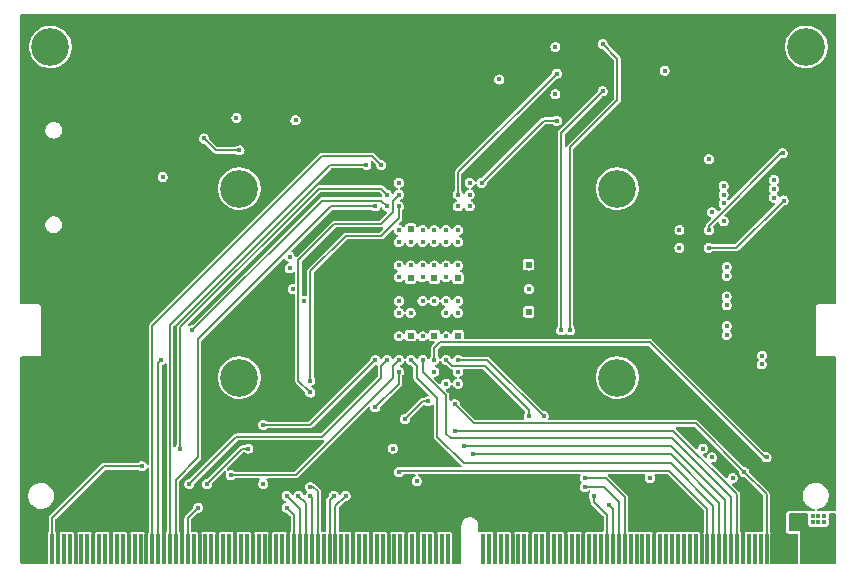
<source format=gbl>
G04 Layer: BottomLayer*
G04 EasyEDA v6.5.22, 2022-12-22 19:37:34*
G04 67d28de8ea5d46aa8ff263e619622a75,b137401b17fb4d15a04862e99c0880a0,10*
G04 Gerber Generator version 0.2*
G04 Scale: 100 percent, Rotated: No, Reflected: No *
G04 Dimensions in millimeters *
G04 leading zeros omitted , absolute positions ,4 integer and 5 decimal *
%FSLAX45Y45*%
%MOMM*%

%AMMACRO1*21,1,$1,$2,0,0,$3*%
%ADD10C,0.1500*%
%ADD11MACRO1,0.54X0.5656X0.0000*%
%ADD12R,0.5400X0.5657*%
%ADD13R,0.3500X2.5000*%
%ADD14C,3.2000*%
%ADD15C,0.4500*%
%ADD16C,0.0118*%

%LPD*%
G36*
X-1122172Y221538D02*
G01*
X-1125931Y222148D01*
X-1129182Y224078D01*
X-1131519Y227075D01*
X-1132586Y230733D01*
X-1132840Y233121D01*
X-1135126Y240944D01*
X-1138885Y248208D01*
X-1143914Y254609D01*
X-1150112Y259994D01*
X-1154684Y262636D01*
X-1157478Y265023D01*
X-1159256Y268274D01*
X-1159713Y271932D01*
X-1158849Y275539D01*
X-1156766Y278587D01*
X-816356Y618998D01*
X-813053Y621233D01*
X-809193Y621995D01*
X-486714Y621995D01*
X-482701Y621182D01*
X-479348Y618845D01*
X-478129Y617524D01*
X-471474Y612800D01*
X-464058Y609396D01*
X-456082Y607466D01*
X-447954Y607060D01*
X-439877Y608228D01*
X-432155Y610920D01*
X-425094Y614984D01*
X-418896Y620369D01*
X-413867Y626770D01*
X-410108Y634034D01*
X-407771Y639013D01*
X-404469Y641604D01*
X-400456Y642620D01*
X-396341Y641959D01*
X-392836Y639724D01*
X-390550Y636270D01*
X-388162Y630326D01*
X-383743Y623417D01*
X-378104Y617524D01*
X-371449Y612800D01*
X-364032Y609396D01*
X-352298Y606552D01*
X-349148Y604266D01*
X-347065Y600964D01*
X-346405Y597154D01*
X-347218Y593344D01*
X-349402Y590143D01*
X-408432Y531114D01*
X-411734Y528878D01*
X-415594Y528116D01*
X-799541Y528116D01*
X-806094Y527405D01*
X-811987Y525322D01*
X-817270Y522020D01*
X-819861Y519734D01*
X-1115314Y224536D01*
X-1118463Y222351D01*
G37*

%LPD*%
G36*
X-1063193Y-108559D02*
G01*
X-1066647Y-107442D01*
X-1069543Y-105206D01*
X-1071422Y-102057D01*
X-1072083Y-98450D01*
X-1072083Y184353D01*
X-1071321Y188214D01*
X-1069086Y191516D01*
X-791210Y469138D01*
X-787958Y471373D01*
X-784047Y472135D01*
X-400100Y472135D01*
X-396697Y472338D01*
X-392785Y472998D01*
X-388518Y472846D01*
X-384708Y470966D01*
X-381965Y467715D01*
X-380847Y463600D01*
X-381508Y459384D01*
X-383794Y455828D01*
X-408635Y431038D01*
X-411937Y428802D01*
X-415848Y428040D01*
X-699719Y428040D01*
X-706272Y427329D01*
X-712165Y425246D01*
X-717448Y421944D01*
X-720039Y419658D01*
X-1019606Y120091D01*
X-1023670Y114960D01*
X-1026414Y109321D01*
X-1027785Y103225D01*
X-1027988Y99771D01*
X-1027988Y-98247D01*
X-1028903Y-102463D01*
X-1031494Y-105918D01*
X-1035303Y-108000D01*
X-1039621Y-108305D01*
X-1047953Y-107086D01*
X-1056081Y-107492D01*
X-1059535Y-108305D01*
G37*

%LPD*%
G36*
X-2023211Y-362712D02*
G01*
X-2027174Y-362051D01*
X-2030577Y-359918D01*
X-2032863Y-356616D01*
X-2033676Y-352704D01*
X-2032965Y-348742D01*
X-2030730Y-345389D01*
X-916432Y769112D01*
X-913130Y771347D01*
X-909269Y772109D01*
X-415848Y772109D01*
X-411988Y771347D01*
X-408686Y769112D01*
X-395732Y756158D01*
X-393496Y752856D01*
X-392734Y748995D01*
X-392734Y745896D01*
X-391617Y740105D01*
X-391769Y735685D01*
X-393750Y731723D01*
X-397256Y728980D01*
X-401624Y728014D01*
X-899617Y728014D01*
X-906170Y727303D01*
X-912063Y725220D01*
X-917346Y721918D01*
X-919937Y719632D01*
X-1993798Y-354279D01*
X-1996846Y-356362D01*
X-2000504Y-357225D01*
X-2006092Y-357479D01*
X-2014067Y-359410D01*
X-2019300Y-361797D01*
G37*

%LPD*%
G36*
X98196Y-853643D02*
G01*
X93878Y-853033D01*
X90170Y-850696D01*
X49225Y-809752D01*
X46837Y-805942D01*
X46329Y-801522D01*
X47701Y-797306D01*
X50800Y-794105D01*
X54965Y-792480D01*
X60147Y-791768D01*
X67868Y-789076D01*
X74930Y-785012D01*
X81076Y-779627D01*
X86156Y-773226D01*
X89865Y-765962D01*
X92202Y-758139D01*
X92964Y-750011D01*
X92202Y-741883D01*
X89865Y-734060D01*
X86156Y-726795D01*
X81076Y-720394D01*
X74930Y-715010D01*
X67868Y-710946D01*
X64008Y-709625D01*
X60452Y-707491D01*
X58013Y-704088D01*
X57200Y-700024D01*
X58013Y-695960D01*
X60452Y-692556D01*
X64008Y-690422D01*
X67868Y-689102D01*
X74930Y-684987D01*
X81076Y-679653D01*
X86156Y-673252D01*
X92252Y-661009D01*
X95504Y-658418D01*
X99517Y-657352D01*
X103632Y-658012D01*
X107137Y-660298D01*
X109474Y-663752D01*
X111861Y-669696D01*
X116230Y-676554D01*
X121869Y-682447D01*
X128524Y-687222D01*
X135940Y-690575D01*
X143916Y-692505D01*
X149453Y-692810D01*
X153111Y-693674D01*
X156159Y-695756D01*
X179832Y-719582D01*
X184962Y-723696D01*
X190601Y-726389D01*
X196697Y-727811D01*
X198983Y-727964D01*
X203149Y-729081D01*
X206451Y-731875D01*
X208279Y-735736D01*
X208381Y-740003D01*
X207264Y-745947D01*
X207264Y-754075D01*
X208788Y-762101D01*
X211836Y-769670D01*
X216255Y-776579D01*
X221894Y-782472D01*
X228549Y-787196D01*
X236321Y-790752D01*
X239471Y-792988D01*
X241554Y-796239D01*
X242265Y-799998D01*
X241554Y-803808D01*
X239471Y-807008D01*
X236321Y-809244D01*
X228549Y-812800D01*
X221894Y-817575D01*
X216255Y-823468D01*
X211836Y-830326D01*
X209448Y-836269D01*
X207162Y-839724D01*
X203657Y-842010D01*
X199542Y-842670D01*
X195529Y-841603D01*
X192227Y-839012D01*
X189890Y-834034D01*
X186131Y-826769D01*
X181102Y-820369D01*
X174904Y-815035D01*
X167843Y-810920D01*
X160121Y-808278D01*
X152044Y-807110D01*
X143916Y-807516D01*
X135940Y-809447D01*
X128524Y-812800D01*
X121869Y-817575D01*
X116230Y-823468D01*
X111861Y-830326D01*
X108813Y-837895D01*
X107340Y-845413D01*
X105613Y-849426D01*
X102362Y-852373D01*
G37*

%LPD*%
G36*
X403402Y-1159459D02*
G01*
X399542Y-1158697D01*
X396240Y-1156462D01*
X270865Y-1031138D01*
X268833Y-1028242D01*
X267919Y-1024890D01*
X267157Y-1016863D01*
X264871Y-1009040D01*
X261112Y-1001776D01*
X256082Y-995375D01*
X249885Y-989990D01*
X242824Y-985926D01*
X235102Y-983234D01*
X227025Y-982065D01*
X218897Y-982471D01*
X210921Y-984402D01*
X203504Y-987806D01*
X196850Y-992530D01*
X195630Y-993851D01*
X192328Y-996137D01*
X188417Y-997000D01*
X184505Y-996238D01*
X181152Y-994054D01*
X178917Y-990752D01*
X178104Y-986840D01*
X178104Y-950518D01*
X177393Y-943965D01*
X175310Y-938072D01*
X172008Y-932789D01*
X169722Y-930198D01*
X149250Y-909726D01*
X146862Y-905967D01*
X146304Y-901547D01*
X147726Y-897280D01*
X150825Y-894080D01*
X154990Y-892505D01*
X160121Y-891743D01*
X167843Y-889101D01*
X174904Y-884986D01*
X181102Y-879652D01*
X186131Y-873252D01*
X189890Y-865987D01*
X192227Y-861009D01*
X195529Y-858418D01*
X199542Y-857351D01*
X203657Y-858012D01*
X207162Y-860298D01*
X209448Y-863752D01*
X211836Y-869696D01*
X216255Y-876553D01*
X221894Y-882446D01*
X228549Y-887221D01*
X235966Y-890574D01*
X243890Y-892505D01*
X252069Y-892911D01*
X260146Y-891743D01*
X267868Y-889101D01*
X274929Y-884986D01*
X281076Y-879652D01*
X286156Y-873252D01*
X289864Y-865987D01*
X292201Y-858164D01*
X292963Y-850036D01*
X292201Y-841857D01*
X289864Y-834034D01*
X286156Y-826769D01*
X281076Y-820369D01*
X274929Y-815035D01*
X267868Y-810920D01*
X264007Y-809599D01*
X260451Y-807466D01*
X258013Y-804062D01*
X257200Y-799998D01*
X258013Y-795934D01*
X260451Y-792530D01*
X264007Y-790397D01*
X267868Y-789076D01*
X274929Y-785012D01*
X281076Y-779627D01*
X286156Y-773226D01*
X289864Y-765962D01*
X292201Y-758139D01*
X292963Y-750011D01*
X291592Y-737311D01*
X292557Y-733704D01*
X294843Y-730707D01*
X297992Y-728726D01*
X301701Y-728014D01*
X459181Y-728014D01*
X463092Y-728776D01*
X466343Y-731012D01*
X817930Y-1082294D01*
X820115Y-1085545D01*
X820877Y-1089355D01*
X820216Y-1093216D01*
X818083Y-1096518D01*
X816254Y-1098448D01*
X811834Y-1105306D01*
X808786Y-1112875D01*
X807262Y-1120902D01*
X807262Y-1129080D01*
X808786Y-1137107D01*
X812190Y-1145540D01*
X812901Y-1149400D01*
X812088Y-1153261D01*
X809904Y-1156512D01*
X806602Y-1158697D01*
X802741Y-1159459D01*
G37*

%LPD*%
G36*
X3160623Y-2379573D02*
G01*
X3156762Y-2378760D01*
X3153460Y-2376576D01*
X3151276Y-2373274D01*
X3150463Y-2369413D01*
X3150463Y-2125624D01*
X3150006Y-2120747D01*
X3150006Y-2100986D01*
X3148990Y-2100021D01*
X3060141Y-2100021D01*
X3056280Y-2099208D01*
X3052978Y-2097024D01*
X3050743Y-2093722D01*
X3049981Y-2089861D01*
X3049981Y-1960168D01*
X3050743Y-1956257D01*
X3052978Y-1952955D01*
X3056280Y-1950770D01*
X3060141Y-1950008D01*
X3201466Y-1950008D01*
X3205784Y-1950974D01*
X3209290Y-1953666D01*
X3211322Y-1957628D01*
X3211423Y-1962099D01*
X3209747Y-1970887D01*
X3209747Y-1979066D01*
X3211271Y-1987092D01*
X3214674Y-1995576D01*
X3215386Y-2000605D01*
X3214674Y-2004364D01*
X3211271Y-2012848D01*
X3209747Y-2020874D01*
X3209747Y-2029053D01*
X3211271Y-2037080D01*
X3214319Y-2044649D01*
X3218738Y-2051507D01*
X3224377Y-2057400D01*
X3231032Y-2062175D01*
X3238449Y-2065528D01*
X3246374Y-2067458D01*
X3254552Y-2067864D01*
X3262629Y-2066696D01*
X3270351Y-2064054D01*
X3274212Y-2062378D01*
X3277412Y-2062225D01*
X3280511Y-2063089D01*
X3285947Y-2065578D01*
X3293872Y-2067509D01*
X3302050Y-2067915D01*
X3310128Y-2066747D01*
X3317849Y-2064054D01*
X3322828Y-2061768D01*
X3326028Y-2061616D01*
X3329127Y-2062480D01*
X3335934Y-2065578D01*
X3343910Y-2067509D01*
X3352037Y-2067915D01*
X3360115Y-2066747D01*
X3367836Y-2064054D01*
X3374898Y-2059990D01*
X3381095Y-2054606D01*
X3386124Y-2048205D01*
X3389884Y-2040940D01*
X3392170Y-2033117D01*
X3392932Y-2024989D01*
X3392170Y-2016861D01*
X3389884Y-2009038D01*
X3387648Y-2004669D01*
X3386632Y-2001621D01*
X3386632Y-1998370D01*
X3387648Y-1995322D01*
X3389884Y-1990953D01*
X3392170Y-1983130D01*
X3392932Y-1975002D01*
X3392170Y-1966874D01*
X3391052Y-1963013D01*
X3390696Y-1959305D01*
X3391662Y-1955698D01*
X3393948Y-1952650D01*
X3397097Y-1950669D01*
X3400806Y-1950008D01*
X3444341Y-1950008D01*
X3448202Y-1950770D01*
X3451504Y-1952955D01*
X3453688Y-1956257D01*
X3454450Y-1960168D01*
X3454450Y-2369413D01*
X3453688Y-2373274D01*
X3451504Y-2376576D01*
X3448202Y-2378760D01*
X3444341Y-2379573D01*
G37*

%LPD*%
G36*
X-2239314Y-2379573D02*
G01*
X-2243226Y-2378760D01*
X-2246528Y-2376576D01*
X-2248712Y-2373274D01*
X-2249474Y-2369413D01*
X-2249474Y-2125624D01*
X-2250084Y-2120493D01*
X-2251608Y-2116175D01*
X-2253996Y-2112314D01*
X-2256586Y-2109724D01*
X-2258822Y-2106422D01*
X-2259584Y-2102561D01*
X-2259584Y-701497D01*
X-2258720Y-697382D01*
X-2256332Y-694029D01*
X-2252726Y-691896D01*
X-2244648Y-689102D01*
X-2237587Y-684987D01*
X-2232253Y-680364D01*
X-2228951Y-678434D01*
X-2225141Y-677926D01*
X-2221382Y-678840D01*
X-2218232Y-681024D01*
X-2216200Y-684276D01*
X-2215438Y-688035D01*
X-2215438Y-2102561D01*
X-2216200Y-2106472D01*
X-2218436Y-2109774D01*
X-2220976Y-2112314D01*
X-2223414Y-2116175D01*
X-2224938Y-2120493D01*
X-2225497Y-2125624D01*
X-2225497Y-2369413D01*
X-2226259Y-2373274D01*
X-2228494Y-2376576D01*
X-2231745Y-2378760D01*
X-2235657Y-2379573D01*
G37*

%LPD*%
G36*
X2660650Y-2379573D02*
G01*
X2656738Y-2378760D01*
X2653436Y-2376576D01*
X2651252Y-2373274D01*
X2650490Y-2369413D01*
X2650490Y-2125624D01*
X2649880Y-2120493D01*
X2648407Y-2116175D01*
X2645968Y-2112314D01*
X2643378Y-2109724D01*
X2641142Y-2106422D01*
X2640380Y-2102510D01*
X2640380Y-1787702D01*
X2639669Y-1781149D01*
X2637586Y-1775256D01*
X2634284Y-1769973D01*
X2631998Y-1767382D01*
X2574290Y-1709724D01*
X2571902Y-1705965D01*
X2571394Y-1701546D01*
X2572816Y-1697278D01*
X2575864Y-1694078D01*
X2580030Y-1692503D01*
X2585110Y-1691741D01*
X2592832Y-1689100D01*
X2599893Y-1684985D01*
X2606090Y-1679651D01*
X2611120Y-1673250D01*
X2614879Y-1665986D01*
X2617165Y-1658162D01*
X2617927Y-1650034D01*
X2617165Y-1641856D01*
X2614879Y-1634032D01*
X2611120Y-1626768D01*
X2606090Y-1620367D01*
X2599893Y-1615033D01*
X2592832Y-1610918D01*
X2585110Y-1608277D01*
X2577033Y-1607108D01*
X2568905Y-1607515D01*
X2560929Y-1609445D01*
X2553512Y-1612798D01*
X2546858Y-1617573D01*
X2541219Y-1623466D01*
X2536850Y-1630324D01*
X2533802Y-1637893D01*
X2532380Y-1645361D01*
X2530652Y-1649374D01*
X2527350Y-1652270D01*
X2523185Y-1653539D01*
X2518867Y-1652981D01*
X2515209Y-1650593D01*
X2399284Y-1534718D01*
X2396896Y-1530959D01*
X2396388Y-1526540D01*
X2397810Y-1522272D01*
X2400858Y-1519072D01*
X2405024Y-1517497D01*
X2410104Y-1516735D01*
X2417826Y-1514094D01*
X2424887Y-1509979D01*
X2431084Y-1504645D01*
X2436114Y-1498244D01*
X2439873Y-1490980D01*
X2442159Y-1483156D01*
X2442921Y-1475028D01*
X2442159Y-1466850D01*
X2439873Y-1459026D01*
X2436114Y-1451762D01*
X2431084Y-1445361D01*
X2424887Y-1440027D01*
X2417826Y-1435912D01*
X2410104Y-1433271D01*
X2402027Y-1432102D01*
X2393899Y-1432509D01*
X2385923Y-1434439D01*
X2378506Y-1437792D01*
X2371852Y-1442567D01*
X2366213Y-1448460D01*
X2361793Y-1455318D01*
X2358796Y-1462887D01*
X2357374Y-1470355D01*
X2355646Y-1474368D01*
X2352395Y-1477264D01*
X2348179Y-1478534D01*
X2343861Y-1477975D01*
X2340203Y-1475587D01*
X2324303Y-1459687D01*
X2321915Y-1455928D01*
X2321356Y-1451508D01*
X2322779Y-1447292D01*
X2325878Y-1444040D01*
X2330043Y-1442466D01*
X2335123Y-1441754D01*
X2342845Y-1439062D01*
X2349906Y-1434998D01*
X2356053Y-1429613D01*
X2361133Y-1423212D01*
X2364841Y-1415948D01*
X2367178Y-1408125D01*
X2367940Y-1399997D01*
X2367178Y-1391869D01*
X2364841Y-1384046D01*
X2361133Y-1376781D01*
X2356053Y-1370380D01*
X2349906Y-1364996D01*
X2342845Y-1360932D01*
X2335123Y-1358239D01*
X2327046Y-1357071D01*
X2318867Y-1357477D01*
X2310942Y-1359408D01*
X2303526Y-1362811D01*
X2296871Y-1367536D01*
X2291232Y-1373428D01*
X2286812Y-1380337D01*
X2283764Y-1387906D01*
X2282342Y-1395323D01*
X2280615Y-1399336D01*
X2277364Y-1402283D01*
X2273198Y-1403553D01*
X2268880Y-1402943D01*
X2265172Y-1400606D01*
X2097379Y-1232814D01*
X2095195Y-1229512D01*
X2094382Y-1225600D01*
X2095195Y-1221740D01*
X2097379Y-1218438D01*
X2100681Y-1216202D01*
X2104542Y-1215440D01*
X2246630Y-1215440D01*
X2250541Y-1216202D01*
X2253843Y-1218438D01*
X2629255Y-1593850D01*
X2631490Y-1597152D01*
X2632252Y-1601063D01*
X2632252Y-1604060D01*
X2633776Y-1612087D01*
X2636824Y-1619656D01*
X2641244Y-1626565D01*
X2646883Y-1632457D01*
X2653538Y-1637182D01*
X2660954Y-1640586D01*
X2668879Y-1642516D01*
X2674366Y-1642770D01*
X2677972Y-1643634D01*
X2681071Y-1645716D01*
X2831592Y-1796288D01*
X2833827Y-1799589D01*
X2834589Y-1803450D01*
X2834589Y-2094382D01*
X2833827Y-2098294D01*
X2831592Y-2101545D01*
X2828290Y-2103780D01*
X2824429Y-2104542D01*
X2795676Y-2104542D01*
X2788818Y-2105456D01*
X2786126Y-2105456D01*
X2779318Y-2104542D01*
X2745638Y-2104542D01*
X2738831Y-2105456D01*
X2736138Y-2105456D01*
X2729280Y-2104542D01*
X2695549Y-2104542D01*
X2690418Y-2105101D01*
X2686100Y-2106625D01*
X2682240Y-2109063D01*
X2678988Y-2112314D01*
X2676550Y-2116175D01*
X2675077Y-2120493D01*
X2674467Y-2125624D01*
X2674467Y-2369413D01*
X2673705Y-2373274D01*
X2671521Y-2376576D01*
X2668219Y-2378760D01*
X2664307Y-2379573D01*
G37*

%LPD*%
G36*
X1910638Y-2379573D02*
G01*
X1906778Y-2378760D01*
X1903475Y-2376576D01*
X1901240Y-2373274D01*
X1900478Y-2369413D01*
X1900478Y-2125624D01*
X1899920Y-2120493D01*
X1898396Y-2116175D01*
X1895957Y-2112314D01*
X1892706Y-2109063D01*
X1888845Y-2106625D01*
X1884527Y-2105101D01*
X1879396Y-2104542D01*
X1845665Y-2104542D01*
X1838858Y-2105456D01*
X1836115Y-2105456D01*
X1829307Y-2104542D01*
X1795678Y-2104542D01*
X1788820Y-2105456D01*
X1786128Y-2105456D01*
X1779320Y-2104542D01*
X1745640Y-2104542D01*
X1738833Y-2105456D01*
X1736140Y-2105456D01*
X1729282Y-2104542D01*
X1700580Y-2104542D01*
X1696720Y-2103780D01*
X1693418Y-2101545D01*
X1691182Y-2098294D01*
X1690420Y-2094382D01*
X1690420Y-1812848D01*
X1689709Y-1806295D01*
X1687626Y-1800402D01*
X1684324Y-1795119D01*
X1682038Y-1792528D01*
X1522323Y-1632864D01*
X1520139Y-1629562D01*
X1519326Y-1625650D01*
X1520139Y-1621790D01*
X1522323Y-1618488D01*
X1525625Y-1616252D01*
X1529486Y-1615490D01*
X1827733Y-1615490D01*
X1831593Y-1616252D01*
X1834896Y-1618437D01*
X1837131Y-1621688D01*
X1837893Y-1625549D01*
X1837182Y-1629410D01*
X1833778Y-1637893D01*
X1832254Y-1645920D01*
X1832254Y-1654098D01*
X1833778Y-1662125D01*
X1836826Y-1669694D01*
X1841246Y-1676552D01*
X1846884Y-1682445D01*
X1853539Y-1687220D01*
X1860956Y-1690573D01*
X1868881Y-1692503D01*
X1877060Y-1692910D01*
X1885137Y-1691741D01*
X1892858Y-1689100D01*
X1899920Y-1684985D01*
X1906066Y-1679651D01*
X1911146Y-1673250D01*
X1914855Y-1665986D01*
X1917192Y-1658162D01*
X1917954Y-1650034D01*
X1917192Y-1641856D01*
X1914855Y-1634032D01*
X1912975Y-1630324D01*
X1911857Y-1626311D01*
X1912416Y-1622247D01*
X1914550Y-1618742D01*
X1917954Y-1616354D01*
X1921967Y-1615490D01*
X2021687Y-1615490D01*
X2025599Y-1616252D01*
X2028850Y-1618488D01*
X2331516Y-1921154D01*
X2333752Y-1924405D01*
X2334514Y-1928317D01*
X2334514Y-2102612D01*
X2333752Y-2106472D01*
X2331516Y-2109774D01*
X2329027Y-2112314D01*
X2326589Y-2116175D01*
X2325065Y-2120493D01*
X2324506Y-2125624D01*
X2324506Y-2369413D01*
X2323693Y-2373274D01*
X2321509Y-2376576D01*
X2318207Y-2378760D01*
X2314346Y-2379573D01*
X2310638Y-2379573D01*
X2306777Y-2378760D01*
X2303475Y-2376576D01*
X2301240Y-2373274D01*
X2300478Y-2369413D01*
X2300478Y-2125624D01*
X2299919Y-2120493D01*
X2298395Y-2116175D01*
X2295956Y-2112314D01*
X2292705Y-2109063D01*
X2288844Y-2106625D01*
X2284526Y-2105101D01*
X2279396Y-2104542D01*
X2245664Y-2104542D01*
X2238857Y-2105456D01*
X2236114Y-2105456D01*
X2229307Y-2104542D01*
X2195677Y-2104542D01*
X2188819Y-2105456D01*
X2186127Y-2105456D01*
X2179320Y-2104542D01*
X2145639Y-2104542D01*
X2138832Y-2105456D01*
X2136140Y-2105456D01*
X2129282Y-2104542D01*
X2095652Y-2104542D01*
X2088845Y-2105456D01*
X2086152Y-2105456D01*
X2079294Y-2104542D01*
X2045665Y-2104542D01*
X2038857Y-2105456D01*
X2036114Y-2105456D01*
X2029307Y-2104542D01*
X1995678Y-2104542D01*
X1988820Y-2105456D01*
X1986127Y-2105456D01*
X1979320Y-2104542D01*
X1945538Y-2104542D01*
X1940458Y-2105101D01*
X1936140Y-2106625D01*
X1932228Y-2109063D01*
X1929028Y-2112314D01*
X1926589Y-2116175D01*
X1925066Y-2120493D01*
X1924507Y-2125624D01*
X1924507Y-2369413D01*
X1923694Y-2373274D01*
X1921510Y-2376576D01*
X1918207Y-2378760D01*
X1914347Y-2379573D01*
G37*

%LPD*%
G36*
X-3444341Y-2379573D02*
G01*
X-3448202Y-2378760D01*
X-3451504Y-2376576D01*
X-3453688Y-2373274D01*
X-3454501Y-2369413D01*
X-3454501Y-630631D01*
X-3453739Y-626770D01*
X-3451504Y-623468D01*
X-3448202Y-621284D01*
X-3444341Y-620471D01*
X-3300628Y-620471D01*
X-3294989Y-619709D01*
X-3290417Y-617778D01*
X-3286353Y-614680D01*
X-3282086Y-609396D01*
X-3280206Y-604875D01*
X-3279444Y-599287D01*
X-3279444Y-200558D01*
X-3280206Y-194919D01*
X-3282137Y-190347D01*
X-3285236Y-186283D01*
X-3290519Y-182016D01*
X-3295040Y-180136D01*
X-3300628Y-179425D01*
X-3444341Y-179476D01*
X-3448202Y-178714D01*
X-3451504Y-176530D01*
X-3453739Y-173228D01*
X-3454501Y-169316D01*
X-3454501Y2269337D01*
X-3453739Y2273249D01*
X-3451504Y2276500D01*
X-3448202Y2278735D01*
X-3444341Y2279497D01*
X3444341Y2279446D01*
X3448202Y2278684D01*
X3451504Y2276500D01*
X3453688Y2273198D01*
X3454450Y2269286D01*
X3454450Y-169265D01*
X3453688Y-173126D01*
X3451504Y-176428D01*
X3448202Y-178612D01*
X3444341Y-179425D01*
X3300628Y-179425D01*
X3294989Y-180136D01*
X3290417Y-182067D01*
X3285591Y-185826D01*
X3282137Y-190347D01*
X3280206Y-194919D01*
X3279495Y-200558D01*
X3279495Y-599287D01*
X3280206Y-604926D01*
X3282137Y-609498D01*
X3285896Y-614324D01*
X3290417Y-617778D01*
X3294989Y-619709D01*
X3300628Y-620471D01*
X3444341Y-620471D01*
X3448202Y-621233D01*
X3451504Y-623417D01*
X3453688Y-626719D01*
X3454450Y-630631D01*
X3454450Y-1919325D01*
X3453688Y-1923237D01*
X3451504Y-1926539D01*
X3448202Y-1928723D01*
X3444341Y-1929485D01*
X3297377Y-1929485D01*
X3293110Y-1928571D01*
X3289604Y-1925878D01*
X3287572Y-1922018D01*
X3287369Y-1917649D01*
X3289046Y-1913585D01*
X3292246Y-1910588D01*
X3297631Y-1909114D01*
X3311448Y-1905965D01*
X3324707Y-1901088D01*
X3337255Y-1894535D01*
X3348888Y-1886407D01*
X3359353Y-1876907D01*
X3368548Y-1866138D01*
X3376269Y-1854250D01*
X3382416Y-1841500D01*
X3386886Y-1828088D01*
X3389579Y-1814169D01*
X3390493Y-1800047D01*
X3389579Y-1785924D01*
X3386886Y-1772005D01*
X3382416Y-1758594D01*
X3376269Y-1745843D01*
X3368548Y-1733956D01*
X3359353Y-1723186D01*
X3348888Y-1713687D01*
X3337255Y-1705559D01*
X3324707Y-1699006D01*
X3311448Y-1694129D01*
X3297631Y-1690979D01*
X3283559Y-1689607D01*
X3269386Y-1690065D01*
X3255416Y-1692351D01*
X3241852Y-1696364D01*
X3228898Y-1702104D01*
X3216808Y-1709420D01*
X3205734Y-1718259D01*
X3195878Y-1728419D01*
X3187395Y-1739798D01*
X3180486Y-1752092D01*
X3175152Y-1765249D01*
X3171545Y-1778914D01*
X3169767Y-1792986D01*
X3169767Y-1807108D01*
X3171545Y-1821180D01*
X3175152Y-1834845D01*
X3180486Y-1848002D01*
X3187395Y-1860296D01*
X3195878Y-1871675D01*
X3205734Y-1881835D01*
X3216808Y-1890674D01*
X3228898Y-1897989D01*
X3241852Y-1903730D01*
X3255416Y-1907743D01*
X3265017Y-1909318D01*
X3269030Y-1910892D01*
X3272028Y-1913940D01*
X3273501Y-1918004D01*
X3273145Y-1922272D01*
X3271062Y-1926031D01*
X3267608Y-1928571D01*
X3263392Y-1929485D01*
X3050286Y-1929485D01*
X3047847Y-1929638D01*
X3042767Y-1930907D01*
X3038398Y-1933193D01*
X3034690Y-1936445D01*
X3031896Y-1940509D01*
X3030169Y-1945132D01*
X3029508Y-1950618D01*
X3029508Y-2099665D01*
X3029661Y-2102154D01*
X3030880Y-2107234D01*
X3033166Y-2111603D01*
X3036468Y-2115261D01*
X3040481Y-2118055D01*
X3045104Y-2119833D01*
X3050590Y-2120493D01*
X3114344Y-2120493D01*
X3118205Y-2121255D01*
X3121507Y-2123490D01*
X3123692Y-2126742D01*
X3124504Y-2130653D01*
X3124504Y-2369413D01*
X3123692Y-2373274D01*
X3121507Y-2376576D01*
X3118205Y-2378760D01*
X3114344Y-2379573D01*
X2910636Y-2379573D01*
X2906776Y-2378760D01*
X2903474Y-2376576D01*
X2901238Y-2373274D01*
X2900476Y-2369413D01*
X2900476Y-2125624D01*
X2899918Y-2120493D01*
X2898394Y-2116175D01*
X2895955Y-2112314D01*
X2893568Y-2109876D01*
X2891332Y-2106625D01*
X2890570Y-2102713D01*
X2890570Y-1787956D01*
X2889859Y-1781403D01*
X2887776Y-1775510D01*
X2884474Y-1770227D01*
X2882188Y-1767636D01*
X2720898Y-1606397D01*
X2718866Y-1603502D01*
X2717952Y-1600149D01*
X2717190Y-1591868D01*
X2714853Y-1584045D01*
X2711145Y-1576781D01*
X2706065Y-1570380D01*
X2699918Y-1564995D01*
X2692857Y-1560931D01*
X2685135Y-1558239D01*
X2672283Y-1556461D01*
X2668778Y-1554175D01*
X2282444Y-1167841D01*
X2277364Y-1163777D01*
X2271674Y-1161034D01*
X2265578Y-1159662D01*
X2262174Y-1159459D01*
X1021994Y-1159459D01*
X1017981Y-1158595D01*
X1014577Y-1156208D01*
X1012444Y-1152702D01*
X1011885Y-1148638D01*
X1013002Y-1144625D01*
X1014882Y-1140968D01*
X1017168Y-1133144D01*
X1017930Y-1125016D01*
X1017168Y-1116838D01*
X1014882Y-1109014D01*
X1011123Y-1101750D01*
X1006094Y-1095349D01*
X999896Y-1090015D01*
X992835Y-1085900D01*
X985113Y-1083259D01*
X972261Y-1081430D01*
X968756Y-1079144D01*
X520039Y-630428D01*
X514908Y-626313D01*
X509270Y-623620D01*
X503174Y-622198D01*
X499719Y-621995D01*
X286766Y-621995D01*
X283210Y-621385D01*
X280111Y-619556D01*
X274929Y-615035D01*
X267868Y-610920D01*
X260146Y-608279D01*
X252069Y-607110D01*
X243890Y-607517D01*
X235966Y-609447D01*
X228549Y-612800D01*
X221894Y-617575D01*
X216255Y-623468D01*
X211836Y-630326D01*
X209448Y-636270D01*
X207162Y-639724D01*
X203657Y-642010D01*
X199542Y-642670D01*
X195529Y-641604D01*
X192227Y-639013D01*
X189890Y-634034D01*
X186131Y-626770D01*
X181102Y-620369D01*
X174904Y-615035D01*
X167843Y-610920D01*
X160121Y-608279D01*
X152044Y-607110D01*
X143916Y-607517D01*
X135940Y-609447D01*
X128524Y-612800D01*
X121869Y-617575D01*
X116230Y-623468D01*
X111861Y-630326D01*
X109474Y-636270D01*
X107137Y-639724D01*
X103632Y-642010D01*
X99517Y-642670D01*
X95504Y-641604D01*
X92252Y-639013D01*
X86156Y-626821D01*
X80213Y-619404D01*
X78587Y-616407D01*
X78028Y-613054D01*
X78028Y-565810D01*
X78790Y-561898D01*
X80975Y-558596D01*
X108610Y-530961D01*
X111912Y-528777D01*
X115824Y-528015D01*
X1859178Y-528015D01*
X1863089Y-528777D01*
X1866392Y-530961D01*
X2818993Y-1483614D01*
X2821228Y-1487017D01*
X2824327Y-1494688D01*
X2828747Y-1501546D01*
X2834386Y-1507439D01*
X2841040Y-1512214D01*
X2848457Y-1515567D01*
X2856382Y-1517497D01*
X2864561Y-1517904D01*
X2872638Y-1516735D01*
X2880360Y-1514094D01*
X2887421Y-1509979D01*
X2893568Y-1504645D01*
X2898648Y-1498244D01*
X2902356Y-1490980D01*
X2904693Y-1483156D01*
X2905455Y-1475028D01*
X2904693Y-1466850D01*
X2902356Y-1459026D01*
X2898648Y-1451762D01*
X2893568Y-1445361D01*
X2887421Y-1440027D01*
X2880360Y-1435912D01*
X2872638Y-1433271D01*
X2864561Y-1432102D01*
X2856382Y-1432509D01*
X2850997Y-1433169D01*
X2847695Y-1432255D01*
X2844850Y-1430274D01*
X1894992Y-480415D01*
X1889912Y-476300D01*
X1884222Y-473608D01*
X1878126Y-472185D01*
X1874723Y-471982D01*
X307594Y-471982D01*
X303682Y-471220D01*
X300431Y-469036D01*
X298196Y-465734D01*
X297434Y-461822D01*
X297434Y-415594D01*
X296875Y-410514D01*
X295351Y-406196D01*
X292912Y-402285D01*
X289661Y-399084D01*
X285800Y-396646D01*
X281482Y-395122D01*
X276352Y-394563D01*
X223520Y-394563D01*
X218389Y-395122D01*
X214071Y-396646D01*
X210210Y-399084D01*
X206959Y-402285D01*
X204520Y-406196D01*
X202996Y-410514D01*
X202438Y-415594D01*
X202438Y-418134D01*
X201574Y-422249D01*
X199186Y-425602D01*
X195580Y-427735D01*
X191465Y-428294D01*
X187502Y-427126D01*
X184302Y-424434D01*
X181102Y-420370D01*
X174904Y-415035D01*
X167843Y-410921D01*
X160121Y-408279D01*
X152044Y-407111D01*
X143916Y-407517D01*
X135940Y-409448D01*
X128524Y-412800D01*
X121869Y-417576D01*
X113182Y-426516D01*
X109118Y-428040D01*
X104851Y-427735D01*
X101041Y-425653D01*
X98450Y-422198D01*
X97536Y-417982D01*
X97536Y-415594D01*
X96977Y-410514D01*
X95453Y-406196D01*
X93014Y-402285D01*
X89763Y-399084D01*
X85902Y-396646D01*
X81584Y-395122D01*
X76454Y-394563D01*
X23622Y-394563D01*
X18491Y-395122D01*
X14173Y-396646D01*
X10312Y-399084D01*
X7061Y-402285D01*
X4622Y-406196D01*
X3098Y-410514D01*
X2540Y-415594D01*
X2540Y-418287D01*
X1676Y-422351D01*
X-711Y-425754D01*
X-4318Y-427888D01*
X-8432Y-428396D01*
X-12395Y-427228D01*
X-15595Y-424586D01*
X-18897Y-420370D01*
X-25095Y-415035D01*
X-32156Y-410921D01*
X-39878Y-408279D01*
X-47955Y-407111D01*
X-56083Y-407517D01*
X-64058Y-409448D01*
X-71475Y-412800D01*
X-78130Y-417576D01*
X-86969Y-426770D01*
X-91033Y-428294D01*
X-95300Y-427990D01*
X-99110Y-425907D01*
X-101701Y-422452D01*
X-102616Y-418236D01*
X-102616Y-415594D01*
X-103174Y-410514D01*
X-104698Y-406196D01*
X-107137Y-402285D01*
X-110388Y-399084D01*
X-114249Y-396646D01*
X-118567Y-395122D01*
X-123698Y-394563D01*
X-176530Y-394563D01*
X-181660Y-395122D01*
X-185978Y-396646D01*
X-189839Y-399084D01*
X-193090Y-402285D01*
X-195529Y-406196D01*
X-197053Y-410514D01*
X-197612Y-415594D01*
X-197612Y-418084D01*
X-198475Y-422148D01*
X-200863Y-425551D01*
X-204470Y-427685D01*
X-208584Y-428193D01*
X-212547Y-427024D01*
X-215747Y-424383D01*
X-218897Y-420370D01*
X-225094Y-415035D01*
X-232156Y-410921D01*
X-239877Y-408279D01*
X-247954Y-407111D01*
X-256082Y-407517D01*
X-264058Y-409448D01*
X-271475Y-412800D01*
X-278130Y-417576D01*
X-283768Y-423468D01*
X-288137Y-430326D01*
X-291185Y-437896D01*
X-292760Y-445922D01*
X-292760Y-454101D01*
X-291185Y-462127D01*
X-288137Y-469696D01*
X-283768Y-476554D01*
X-278130Y-482447D01*
X-271475Y-487222D01*
X-264058Y-490575D01*
X-256082Y-492506D01*
X-247954Y-492912D01*
X-239877Y-491743D01*
X-232156Y-489102D01*
X-225094Y-484987D01*
X-218897Y-479653D01*
X-214375Y-473913D01*
X-211074Y-471170D01*
X-206908Y-470052D01*
X-202641Y-470763D01*
X-199034Y-473151D01*
X-196799Y-476808D01*
X-195529Y-480466D01*
X-193090Y-484378D01*
X-189839Y-487578D01*
X-185978Y-490016D01*
X-181660Y-491540D01*
X-176530Y-492099D01*
X-159004Y-492099D01*
X-156108Y-492506D01*
X-147929Y-492912D01*
X-141630Y-492099D01*
X-123698Y-492099D01*
X-118567Y-491540D01*
X-114249Y-490016D01*
X-110388Y-487578D01*
X-107137Y-484378D01*
X-104698Y-480466D01*
X-103327Y-476504D01*
X-100939Y-472693D01*
X-97129Y-470255D01*
X-92659Y-469747D01*
X-88392Y-471220D01*
X-85191Y-474370D01*
X-83769Y-476554D01*
X-78130Y-482447D01*
X-71475Y-487222D01*
X-64058Y-490575D01*
X-56083Y-492506D01*
X-47955Y-492912D01*
X-39878Y-491743D01*
X-32156Y-489102D01*
X-25095Y-484987D01*
X-18897Y-479653D01*
X-14274Y-473760D01*
X-10972Y-471017D01*
X-6807Y-469900D01*
X-2540Y-470611D01*
X1066Y-472998D01*
X3302Y-476707D01*
X4622Y-480466D01*
X7061Y-484378D01*
X10312Y-487578D01*
X14173Y-490016D01*
X18491Y-491540D01*
X23622Y-492099D01*
X40995Y-492099D01*
X45059Y-492658D01*
X49123Y-494334D01*
X52120Y-497535D01*
X53492Y-501751D01*
X52933Y-506120D01*
X50546Y-509879D01*
X30429Y-529996D01*
X26314Y-535076D01*
X23622Y-540766D01*
X22199Y-546862D01*
X21996Y-550265D01*
X21996Y-613359D01*
X21285Y-617118D01*
X19202Y-620369D01*
X16256Y-623468D01*
X11836Y-630326D01*
X9448Y-636270D01*
X7162Y-639724D01*
X3657Y-642010D01*
X-457Y-642670D01*
X-4470Y-641604D01*
X-7772Y-639013D01*
X-10109Y-634034D01*
X-13868Y-626770D01*
X-18897Y-620369D01*
X-25095Y-615035D01*
X-32156Y-610920D01*
X-39878Y-608279D01*
X-47955Y-607110D01*
X-56083Y-607517D01*
X-64058Y-609447D01*
X-71475Y-612800D01*
X-78130Y-617575D01*
X-83769Y-623468D01*
X-88138Y-630326D01*
X-90525Y-636270D01*
X-92862Y-639724D01*
X-96367Y-642010D01*
X-100482Y-642670D01*
X-104495Y-641604D01*
X-107746Y-639013D01*
X-113842Y-626770D01*
X-118922Y-620369D01*
X-125069Y-615035D01*
X-132130Y-610920D01*
X-139852Y-608279D01*
X-147929Y-607110D01*
X-156108Y-607517D01*
X-164033Y-609447D01*
X-171450Y-612800D01*
X-178104Y-617575D01*
X-183743Y-623468D01*
X-188163Y-630326D01*
X-190550Y-636270D01*
X-192836Y-639724D01*
X-196342Y-642010D01*
X-200456Y-642670D01*
X-204470Y-641604D01*
X-207771Y-639013D01*
X-210108Y-634034D01*
X-213867Y-626770D01*
X-218897Y-620369D01*
X-225094Y-615035D01*
X-232156Y-610920D01*
X-239877Y-608279D01*
X-247954Y-607110D01*
X-256082Y-607517D01*
X-264058Y-609447D01*
X-271475Y-612800D01*
X-278130Y-617575D01*
X-283768Y-623468D01*
X-288137Y-630326D01*
X-290525Y-636270D01*
X-292862Y-639724D01*
X-296367Y-642010D01*
X-300482Y-642670D01*
X-304495Y-641604D01*
X-307746Y-639013D01*
X-313842Y-626770D01*
X-318922Y-620369D01*
X-325069Y-615035D01*
X-332130Y-610920D01*
X-339852Y-608279D01*
X-347929Y-607110D01*
X-356108Y-607517D01*
X-364032Y-609447D01*
X-371449Y-612800D01*
X-378104Y-617575D01*
X-383743Y-623468D01*
X-388162Y-630326D01*
X-390550Y-636270D01*
X-392836Y-639724D01*
X-396341Y-642010D01*
X-400456Y-642670D01*
X-404469Y-641604D01*
X-407771Y-639013D01*
X-410108Y-634034D01*
X-413867Y-626770D01*
X-418896Y-620369D01*
X-425094Y-615035D01*
X-432155Y-610920D01*
X-439877Y-608279D01*
X-447954Y-607110D01*
X-456082Y-607517D01*
X-464058Y-609447D01*
X-471474Y-612800D01*
X-478129Y-617575D01*
X-483768Y-623468D01*
X-488137Y-630326D01*
X-491185Y-637895D01*
X-492759Y-645922D01*
X-492759Y-648817D01*
X-493522Y-652729D01*
X-495706Y-656031D01*
X-1008634Y-1168908D01*
X-1011936Y-1171143D01*
X-1015796Y-1171905D01*
X-1363370Y-1171905D01*
X-1366875Y-1171244D01*
X-1369974Y-1169416D01*
X-1375105Y-1164996D01*
X-1382166Y-1160932D01*
X-1389888Y-1158240D01*
X-1397965Y-1157071D01*
X-1406093Y-1157478D01*
X-1414068Y-1159408D01*
X-1421485Y-1162812D01*
X-1428140Y-1167536D01*
X-1433779Y-1173429D01*
X-1438148Y-1180338D01*
X-1441196Y-1187907D01*
X-1442770Y-1195933D01*
X-1442770Y-1204061D01*
X-1441196Y-1212088D01*
X-1438148Y-1219657D01*
X-1433779Y-1226566D01*
X-1428140Y-1232458D01*
X-1421485Y-1237183D01*
X-1414068Y-1240586D01*
X-1406093Y-1242517D01*
X-1397965Y-1242923D01*
X-1389888Y-1241755D01*
X-1382166Y-1239062D01*
X-1375105Y-1234998D01*
X-1369771Y-1230376D01*
X-1366672Y-1228547D01*
X-1363116Y-1227886D01*
X-1000302Y-1227886D01*
X-993749Y-1227175D01*
X-987856Y-1225092D01*
X-982573Y-1221790D01*
X-979982Y-1219504D01*
X-456336Y-695858D01*
X-452831Y-693572D01*
X-439623Y-691692D01*
X-435305Y-691997D01*
X-431495Y-694080D01*
X-428904Y-697534D01*
X-427990Y-701751D01*
X-427990Y-784199D01*
X-428751Y-788060D01*
X-430987Y-791362D01*
X-908608Y-1268984D01*
X-911910Y-1271219D01*
X-915771Y-1271981D01*
X-1624685Y-1271981D01*
X-1631188Y-1272692D01*
X-1637080Y-1274775D01*
X-1642414Y-1278077D01*
X-1644954Y-1280363D01*
X-2018842Y-1654251D01*
X-2021941Y-1656384D01*
X-2025548Y-1657197D01*
X-2031085Y-1657502D01*
X-2039061Y-1659432D01*
X-2046478Y-1662785D01*
X-2053132Y-1667560D01*
X-2058771Y-1673453D01*
X-2063140Y-1680311D01*
X-2066188Y-1687880D01*
X-2067763Y-1695907D01*
X-2067763Y-1704086D01*
X-2066188Y-1712112D01*
X-2063140Y-1719681D01*
X-2058771Y-1726539D01*
X-2053132Y-1732432D01*
X-2046478Y-1737207D01*
X-2039061Y-1740560D01*
X-2031085Y-1742490D01*
X-2022957Y-1742897D01*
X-2014880Y-1741728D01*
X-2007158Y-1739087D01*
X-2000097Y-1734972D01*
X-1993900Y-1729638D01*
X-1988870Y-1723237D01*
X-1985111Y-1715973D01*
X-1982825Y-1708150D01*
X-1982012Y-1699920D01*
X-1981098Y-1696567D01*
X-1979117Y-1693722D01*
X-1616354Y-1330960D01*
X-1613052Y-1328724D01*
X-1609140Y-1327962D01*
X-900277Y-1327962D01*
X-896975Y-1327759D01*
X-892048Y-1326794D01*
X-887780Y-1326896D01*
X-883919Y-1328724D01*
X-881126Y-1331976D01*
X-879957Y-1336090D01*
X-880567Y-1340358D01*
X-882903Y-1343964D01*
X-1132840Y-1594104D01*
X-1136142Y-1596339D01*
X-1140002Y-1597101D01*
X-1638096Y-1597101D01*
X-1641652Y-1596440D01*
X-1644751Y-1594612D01*
X-1650085Y-1589989D01*
X-1657146Y-1585925D01*
X-1664868Y-1583232D01*
X-1672945Y-1582064D01*
X-1681124Y-1582470D01*
X-1689049Y-1584401D01*
X-1694434Y-1586839D01*
X-1698345Y-1587754D01*
X-1702307Y-1587093D01*
X-1705711Y-1584960D01*
X-1707997Y-1581658D01*
X-1708810Y-1577746D01*
X-1708048Y-1573784D01*
X-1705864Y-1570431D01*
X-1567688Y-1432255D01*
X-1564335Y-1430020D01*
X-1560372Y-1429308D01*
X-1556410Y-1430121D01*
X-1546453Y-1437182D01*
X-1539036Y-1440586D01*
X-1531112Y-1442516D01*
X-1522933Y-1442923D01*
X-1514856Y-1441754D01*
X-1507134Y-1439062D01*
X-1500073Y-1434998D01*
X-1493926Y-1429613D01*
X-1488846Y-1423212D01*
X-1485138Y-1415948D01*
X-1482801Y-1408125D01*
X-1482039Y-1399997D01*
X-1482801Y-1391869D01*
X-1485138Y-1384046D01*
X-1488846Y-1376781D01*
X-1493926Y-1370380D01*
X-1500073Y-1364996D01*
X-1507134Y-1360932D01*
X-1514856Y-1358239D01*
X-1522933Y-1357071D01*
X-1531112Y-1357477D01*
X-1539036Y-1359408D01*
X-1546453Y-1362811D01*
X-1553108Y-1367536D01*
X-1554378Y-1368856D01*
X-1557731Y-1371193D01*
X-1561744Y-1372006D01*
X-1574698Y-1372006D01*
X-1581251Y-1372717D01*
X-1587144Y-1374800D01*
X-1592427Y-1378102D01*
X-1595018Y-1380388D01*
X-1868830Y-1654251D01*
X-1871929Y-1656384D01*
X-1875536Y-1657197D01*
X-1881124Y-1657502D01*
X-1889048Y-1659432D01*
X-1896465Y-1662785D01*
X-1903120Y-1667560D01*
X-1908759Y-1673453D01*
X-1913178Y-1680311D01*
X-1916226Y-1687880D01*
X-1917750Y-1695907D01*
X-1917750Y-1704086D01*
X-1916226Y-1712112D01*
X-1913178Y-1719681D01*
X-1908759Y-1726539D01*
X-1903120Y-1732432D01*
X-1896465Y-1737207D01*
X-1889048Y-1740560D01*
X-1881124Y-1742490D01*
X-1872945Y-1742897D01*
X-1864868Y-1741728D01*
X-1857146Y-1739087D01*
X-1850085Y-1734972D01*
X-1843938Y-1729638D01*
X-1838858Y-1723237D01*
X-1835150Y-1715973D01*
X-1832813Y-1708150D01*
X-1832051Y-1699920D01*
X-1831136Y-1696567D01*
X-1829104Y-1693722D01*
X-1729841Y-1594408D01*
X-1726539Y-1592224D01*
X-1722678Y-1591411D01*
X-1718818Y-1592173D01*
X-1715516Y-1594358D01*
X-1713280Y-1597609D01*
X-1712468Y-1601470D01*
X-1713179Y-1605381D01*
X-1716227Y-1612900D01*
X-1717751Y-1620926D01*
X-1717751Y-1629054D01*
X-1716227Y-1637080D01*
X-1713179Y-1644650D01*
X-1708759Y-1651558D01*
X-1703120Y-1657451D01*
X-1696466Y-1662175D01*
X-1689049Y-1665579D01*
X-1681124Y-1667510D01*
X-1672945Y-1667916D01*
X-1664868Y-1666748D01*
X-1657146Y-1664055D01*
X-1650085Y-1659991D01*
X-1645005Y-1655572D01*
X-1641906Y-1653743D01*
X-1638350Y-1653082D01*
X-1438097Y-1653082D01*
X-1434236Y-1653844D01*
X-1430934Y-1656029D01*
X-1428750Y-1659229D01*
X-1427937Y-1663090D01*
X-1428597Y-1666951D01*
X-1430731Y-1670253D01*
X-1433779Y-1673453D01*
X-1438148Y-1680311D01*
X-1441196Y-1687880D01*
X-1442770Y-1695907D01*
X-1442770Y-1704086D01*
X-1441196Y-1712112D01*
X-1438148Y-1719681D01*
X-1433779Y-1726539D01*
X-1428140Y-1732432D01*
X-1421485Y-1737207D01*
X-1414068Y-1740560D01*
X-1406093Y-1742490D01*
X-1397965Y-1742897D01*
X-1389888Y-1741728D01*
X-1382166Y-1739087D01*
X-1375105Y-1734972D01*
X-1368907Y-1729638D01*
X-1363878Y-1723237D01*
X-1360119Y-1715973D01*
X-1357833Y-1708150D01*
X-1357071Y-1700022D01*
X-1357833Y-1691843D01*
X-1360119Y-1684020D01*
X-1363878Y-1676806D01*
X-1369568Y-1669542D01*
X-1371498Y-1665478D01*
X-1371498Y-1660956D01*
X-1369517Y-1656892D01*
X-1366012Y-1654098D01*
X-1361592Y-1653082D01*
X-1124508Y-1653082D01*
X-1117955Y-1652371D01*
X-1112062Y-1650288D01*
X-1106779Y-1646986D01*
X-1104188Y-1644700D01*
X-509727Y-1049680D01*
X-506069Y-1047343D01*
X-501751Y-1046734D01*
X-497585Y-1048003D01*
X-494284Y-1050950D01*
X-492556Y-1054912D01*
X-491185Y-1062126D01*
X-488137Y-1069695D01*
X-483768Y-1076553D01*
X-478129Y-1082446D01*
X-471474Y-1087221D01*
X-464058Y-1090574D01*
X-456082Y-1092504D01*
X-447954Y-1092911D01*
X-439877Y-1091742D01*
X-432155Y-1089101D01*
X-425094Y-1084986D01*
X-418896Y-1079652D01*
X-413867Y-1073251D01*
X-410108Y-1065987D01*
X-407822Y-1058164D01*
X-407009Y-1049832D01*
X-406095Y-1046480D01*
X-404114Y-1043635D01*
X-230327Y-869899D01*
X-226263Y-864768D01*
X-223520Y-859129D01*
X-222148Y-853033D01*
X-221945Y-849579D01*
X-221945Y-786942D01*
X-221386Y-783590D01*
X-219710Y-780592D01*
X-213817Y-773226D01*
X-210108Y-765962D01*
X-207822Y-758139D01*
X-207060Y-750011D01*
X-207822Y-741883D01*
X-210108Y-734060D01*
X-213867Y-726795D01*
X-218897Y-720394D01*
X-225094Y-715010D01*
X-232156Y-710946D01*
X-235966Y-709625D01*
X-239572Y-707491D01*
X-241960Y-704088D01*
X-242824Y-700024D01*
X-241960Y-695960D01*
X-239572Y-692556D01*
X-235966Y-690422D01*
X-232156Y-689102D01*
X-225094Y-684987D01*
X-218897Y-679653D01*
X-213867Y-673252D01*
X-210108Y-665988D01*
X-207771Y-661009D01*
X-204470Y-658418D01*
X-200456Y-657352D01*
X-196342Y-658012D01*
X-192836Y-660298D01*
X-190550Y-663752D01*
X-188163Y-669696D01*
X-183743Y-676554D01*
X-178104Y-682447D01*
X-171450Y-687222D01*
X-164033Y-690575D01*
X-156108Y-692505D01*
X-150622Y-692759D01*
X-147015Y-693623D01*
X-143967Y-695756D01*
X-131064Y-708660D01*
X-128828Y-711962D01*
X-128066Y-715822D01*
X-128066Y-799795D01*
X-127355Y-806348D01*
X-125272Y-812241D01*
X-121970Y-817524D01*
X-119684Y-820115D01*
X406Y-940155D01*
X2540Y-943356D01*
X3352Y-947115D01*
X2743Y-950925D01*
X711Y-954176D01*
X-2387Y-956513D01*
X-14071Y-959408D01*
X-21488Y-962812D01*
X-28143Y-967536D01*
X-29362Y-968857D01*
X-32715Y-971194D01*
X-36728Y-972007D01*
X-49682Y-972007D01*
X-56235Y-972718D01*
X-62128Y-974801D01*
X-67411Y-978103D01*
X-70002Y-980389D01*
X-193852Y-1104290D01*
X-196951Y-1106373D01*
X-200558Y-1107236D01*
X-206095Y-1107490D01*
X-214071Y-1109421D01*
X-221488Y-1112824D01*
X-228142Y-1117549D01*
X-233781Y-1123442D01*
X-238150Y-1130350D01*
X-241198Y-1137920D01*
X-242773Y-1145946D01*
X-242773Y-1154074D01*
X-241198Y-1162100D01*
X-238150Y-1169670D01*
X-233781Y-1176578D01*
X-228142Y-1182471D01*
X-221488Y-1187196D01*
X-214071Y-1190599D01*
X-206095Y-1192530D01*
X-197967Y-1192936D01*
X-189890Y-1191768D01*
X-182168Y-1189075D01*
X-175107Y-1185011D01*
X-168910Y-1179626D01*
X-163880Y-1173226D01*
X-160121Y-1165961D01*
X-157835Y-1158138D01*
X-157022Y-1149959D01*
X-156108Y-1146556D01*
X-154127Y-1143711D01*
X-42672Y-1032256D01*
X-39319Y-1030071D01*
X-35356Y-1029309D01*
X-31445Y-1030122D01*
X-21488Y-1037183D01*
X-14071Y-1040587D01*
X-6096Y-1042517D01*
X2032Y-1042924D01*
X10109Y-1041755D01*
X17830Y-1039063D01*
X24892Y-1034999D01*
X30124Y-1030478D01*
X33426Y-1028547D01*
X37236Y-1027988D01*
X40995Y-1028903D01*
X44145Y-1031138D01*
X46228Y-1034389D01*
X46939Y-1038148D01*
X46939Y-1299667D01*
X47650Y-1306220D01*
X49733Y-1312113D01*
X53035Y-1317396D01*
X55321Y-1319987D01*
X277520Y-1542135D01*
X279704Y-1545437D01*
X280517Y-1549349D01*
X279704Y-1553210D01*
X277520Y-1556512D01*
X274218Y-1558747D01*
X270357Y-1559509D01*
X-234543Y-1559509D01*
X-239877Y-1558239D01*
X-247954Y-1557070D01*
X-256082Y-1557477D01*
X-264058Y-1559407D01*
X-271475Y-1562811D01*
X-278130Y-1567535D01*
X-283768Y-1573428D01*
X-288137Y-1580337D01*
X-291185Y-1587906D01*
X-292760Y-1595932D01*
X-292760Y-1604060D01*
X-291185Y-1612087D01*
X-288137Y-1619656D01*
X-283768Y-1626565D01*
X-278130Y-1632457D01*
X-271475Y-1637182D01*
X-264058Y-1640586D01*
X-256082Y-1642516D01*
X-247954Y-1642922D01*
X-239877Y-1641754D01*
X-232156Y-1639062D01*
X-225094Y-1634998D01*
X-218897Y-1629613D01*
X-213867Y-1623212D01*
X-212699Y-1621028D01*
X-210464Y-1618081D01*
X-207314Y-1616151D01*
X-203657Y-1615490D01*
X-119329Y-1615490D01*
X-115468Y-1616252D01*
X-112217Y-1618386D01*
X-109982Y-1621637D01*
X-109169Y-1625447D01*
X-109829Y-1629308D01*
X-111912Y-1632610D01*
X-115112Y-1634896D01*
X-121462Y-1637792D01*
X-128117Y-1642567D01*
X-133756Y-1648460D01*
X-138176Y-1655318D01*
X-141224Y-1662887D01*
X-142748Y-1670913D01*
X-142748Y-1679092D01*
X-141224Y-1687118D01*
X-138176Y-1694688D01*
X-133756Y-1701546D01*
X-128117Y-1707438D01*
X-121462Y-1712214D01*
X-114046Y-1715566D01*
X-106121Y-1717497D01*
X-97942Y-1717903D01*
X-89865Y-1716735D01*
X-82143Y-1714093D01*
X-75082Y-1709978D01*
X-68935Y-1704644D01*
X-63855Y-1698243D01*
X-60147Y-1690979D01*
X-57810Y-1683156D01*
X-57048Y-1675028D01*
X-57810Y-1666849D01*
X-60147Y-1659026D01*
X-63855Y-1651762D01*
X-68935Y-1645361D01*
X-75082Y-1640027D01*
X-82143Y-1635912D01*
X-84124Y-1635251D01*
X-87579Y-1633220D01*
X-90017Y-1629918D01*
X-90932Y-1626006D01*
X-90271Y-1621993D01*
X-88087Y-1618589D01*
X-84734Y-1616303D01*
X-80772Y-1615490D01*
X1277721Y-1615490D01*
X1281582Y-1616252D01*
X1284884Y-1618437D01*
X1287119Y-1621688D01*
X1287881Y-1625549D01*
X1287170Y-1629410D01*
X1283766Y-1637893D01*
X1282242Y-1645920D01*
X1282242Y-1654098D01*
X1283766Y-1662125D01*
X1286814Y-1669694D01*
X1291234Y-1676552D01*
X1294993Y-1680464D01*
X1297076Y-1683715D01*
X1297787Y-1687525D01*
X1297076Y-1691284D01*
X1294993Y-1694535D01*
X1291234Y-1698447D01*
X1286814Y-1705305D01*
X1283766Y-1712874D01*
X1282242Y-1720900D01*
X1282242Y-1729079D01*
X1283766Y-1737106D01*
X1286814Y-1744675D01*
X1291234Y-1751533D01*
X1296873Y-1757425D01*
X1303528Y-1762201D01*
X1310944Y-1765554D01*
X1318869Y-1767484D01*
X1327048Y-1767890D01*
X1335125Y-1766722D01*
X1342847Y-1764080D01*
X1350010Y-1759915D01*
X1355598Y-1755241D01*
X1359458Y-1753260D01*
X1363827Y-1753057D01*
X1367840Y-1754682D01*
X1370838Y-1757883D01*
X1372209Y-1762048D01*
X1371701Y-1766366D01*
X1369466Y-1770075D01*
X1366215Y-1773428D01*
X1361846Y-1780336D01*
X1358798Y-1787906D01*
X1357223Y-1795932D01*
X1357223Y-1804060D01*
X1358798Y-1812086D01*
X1361846Y-1819656D01*
X1366215Y-1826564D01*
X1369263Y-1829714D01*
X1371346Y-1832914D01*
X1372057Y-1836724D01*
X1372057Y-1849831D01*
X1372768Y-1856384D01*
X1374851Y-1862277D01*
X1378153Y-1867560D01*
X1380439Y-1870151D01*
X1481582Y-1971293D01*
X1483817Y-1974596D01*
X1484579Y-1978456D01*
X1484579Y-2094382D01*
X1483817Y-2098294D01*
X1481582Y-2101545D01*
X1478280Y-2103780D01*
X1474419Y-2104542D01*
X1445666Y-2104542D01*
X1438859Y-2105456D01*
X1436116Y-2105456D01*
X1429308Y-2104542D01*
X1395679Y-2104542D01*
X1388821Y-2105456D01*
X1386128Y-2105456D01*
X1379321Y-2104542D01*
X1345539Y-2104542D01*
X1340459Y-2105101D01*
X1336141Y-2106625D01*
X1332230Y-2109063D01*
X1329029Y-2112314D01*
X1326591Y-2116175D01*
X1325067Y-2120493D01*
X1324508Y-2125624D01*
X1324508Y-2369413D01*
X1323695Y-2373274D01*
X1321511Y-2376576D01*
X1318209Y-2378760D01*
X1314348Y-2379573D01*
X1310640Y-2379573D01*
X1306779Y-2378760D01*
X1303477Y-2376576D01*
X1301242Y-2373274D01*
X1300480Y-2369413D01*
X1300480Y-2125624D01*
X1299921Y-2120493D01*
X1298397Y-2116175D01*
X1295958Y-2112314D01*
X1292707Y-2109063D01*
X1288846Y-2106625D01*
X1284528Y-2105101D01*
X1279398Y-2104542D01*
X1245666Y-2104542D01*
X1238859Y-2105456D01*
X1236116Y-2105456D01*
X1229309Y-2104542D01*
X1195578Y-2104542D01*
X1190447Y-2105101D01*
X1186129Y-2106625D01*
X1182268Y-2109063D01*
X1179017Y-2112314D01*
X1176578Y-2116175D01*
X1175054Y-2120493D01*
X1174496Y-2125624D01*
X1174496Y-2369413D01*
X1173734Y-2373274D01*
X1171498Y-2376576D01*
X1168196Y-2378760D01*
X1164336Y-2379573D01*
X1160627Y-2379573D01*
X1156766Y-2378760D01*
X1153464Y-2376576D01*
X1151280Y-2373274D01*
X1150467Y-2369413D01*
X1150467Y-2125624D01*
X1149908Y-2120493D01*
X1148384Y-2116175D01*
X1145946Y-2112314D01*
X1142746Y-2109063D01*
X1138834Y-2106625D01*
X1134516Y-2105101D01*
X1129436Y-2104542D01*
X1095654Y-2104542D01*
X1088847Y-2105456D01*
X1086154Y-2105456D01*
X1079296Y-2104542D01*
X1045565Y-2104542D01*
X1040434Y-2105101D01*
X1036116Y-2106625D01*
X1032256Y-2109063D01*
X1029004Y-2112314D01*
X1026566Y-2116175D01*
X1025042Y-2120493D01*
X1024483Y-2125624D01*
X1024483Y-2369413D01*
X1023721Y-2373274D01*
X1021486Y-2376576D01*
X1018235Y-2378760D01*
X1014323Y-2379573D01*
X1010666Y-2379573D01*
X1006754Y-2378760D01*
X1003452Y-2376576D01*
X1001268Y-2373274D01*
X1000506Y-2369413D01*
X1000506Y-2125624D01*
X999896Y-2120493D01*
X998372Y-2116175D01*
X995984Y-2112314D01*
X992733Y-2109063D01*
X988872Y-2106625D01*
X984554Y-2105101D01*
X979424Y-2104542D01*
X945642Y-2104542D01*
X938834Y-2105456D01*
X936142Y-2105456D01*
X929284Y-2104542D01*
X895553Y-2104542D01*
X890422Y-2105101D01*
X886104Y-2106625D01*
X882243Y-2109063D01*
X878992Y-2112314D01*
X876553Y-2116175D01*
X875080Y-2120493D01*
X874471Y-2125624D01*
X874471Y-2369413D01*
X873709Y-2373274D01*
X871524Y-2376576D01*
X868222Y-2378760D01*
X864311Y-2379573D01*
X860653Y-2379573D01*
X856742Y-2378760D01*
X853440Y-2376576D01*
X851255Y-2373274D01*
X850493Y-2369413D01*
X850493Y-2125624D01*
X849884Y-2120493D01*
X848410Y-2116175D01*
X845972Y-2112314D01*
X842721Y-2109063D01*
X838860Y-2106625D01*
X834542Y-2105101D01*
X829411Y-2104542D01*
X795680Y-2104542D01*
X788822Y-2105456D01*
X786130Y-2105456D01*
X779322Y-2104542D01*
X745540Y-2104542D01*
X740460Y-2105101D01*
X736142Y-2106625D01*
X732231Y-2109063D01*
X729030Y-2112314D01*
X726592Y-2116175D01*
X725068Y-2120493D01*
X724509Y-2125624D01*
X724509Y-2369413D01*
X723696Y-2373274D01*
X721512Y-2376576D01*
X718210Y-2378760D01*
X714349Y-2379573D01*
X710641Y-2379573D01*
X706780Y-2378760D01*
X703478Y-2376576D01*
X701243Y-2373274D01*
X700481Y-2369413D01*
X700481Y-2125624D01*
X699922Y-2120493D01*
X698398Y-2116175D01*
X695960Y-2112314D01*
X692708Y-2109063D01*
X688848Y-2106625D01*
X684530Y-2105101D01*
X679399Y-2104542D01*
X645668Y-2104542D01*
X638860Y-2105456D01*
X636117Y-2105456D01*
X629310Y-2104542D01*
X595579Y-2104542D01*
X590448Y-2105101D01*
X586130Y-2106625D01*
X582269Y-2109063D01*
X579018Y-2112314D01*
X576580Y-2116175D01*
X575056Y-2120493D01*
X574497Y-2125624D01*
X574497Y-2369413D01*
X573735Y-2373274D01*
X571500Y-2376576D01*
X568198Y-2378760D01*
X564337Y-2379573D01*
X560628Y-2379573D01*
X556768Y-2378760D01*
X553466Y-2376576D01*
X551281Y-2373274D01*
X550468Y-2369413D01*
X550468Y-2125624D01*
X549910Y-2120493D01*
X548386Y-2116175D01*
X545947Y-2112314D01*
X542747Y-2109063D01*
X538835Y-2106625D01*
X534517Y-2105101D01*
X529437Y-2104542D01*
X495655Y-2104542D01*
X488848Y-2105456D01*
X486156Y-2105456D01*
X479298Y-2104542D01*
X445566Y-2104542D01*
X440435Y-2105101D01*
X432054Y-2108098D01*
X427786Y-2107742D01*
X424027Y-2105710D01*
X421436Y-2102256D01*
X420573Y-2098040D01*
X420573Y-2050288D01*
X419455Y-2038502D01*
X418541Y-2033930D01*
X415899Y-2025294D01*
X414070Y-2020874D01*
X409803Y-2012899D01*
X407162Y-2008936D01*
X401421Y-2001926D01*
X398068Y-1998573D01*
X391058Y-1992833D01*
X387096Y-1990191D01*
X379120Y-1985924D01*
X374700Y-1984095D01*
X366064Y-1981454D01*
X361391Y-1980539D01*
X352399Y-1979625D01*
X347624Y-1979625D01*
X338632Y-1980539D01*
X333959Y-1981454D01*
X325272Y-1984095D01*
X320852Y-1985924D01*
X312877Y-1990191D01*
X308914Y-1992833D01*
X301955Y-1998573D01*
X298551Y-2001926D01*
X292811Y-2008936D01*
X290169Y-2012899D01*
X285902Y-2020874D01*
X284073Y-2025294D01*
X281482Y-2033930D01*
X280517Y-2038553D01*
X279501Y-2050288D01*
X279501Y-2369413D01*
X278688Y-2373274D01*
X276504Y-2376576D01*
X273202Y-2378760D01*
X269341Y-2379573D01*
X210667Y-2379573D01*
X206756Y-2378760D01*
X203454Y-2376576D01*
X201269Y-2373274D01*
X200507Y-2369413D01*
X200507Y-2125624D01*
X199898Y-2120493D01*
X198424Y-2116175D01*
X195986Y-2112314D01*
X192735Y-2109063D01*
X188874Y-2106625D01*
X184556Y-2105101D01*
X179425Y-2104542D01*
X145694Y-2104542D01*
X138836Y-2105456D01*
X136144Y-2105456D01*
X129336Y-2104542D01*
X95554Y-2104542D01*
X90474Y-2105101D01*
X86156Y-2106625D01*
X82245Y-2109063D01*
X79044Y-2112314D01*
X76606Y-2116175D01*
X75082Y-2120493D01*
X74523Y-2125624D01*
X74523Y-2369413D01*
X73710Y-2373274D01*
X71526Y-2376576D01*
X68224Y-2378760D01*
X64363Y-2379573D01*
X60655Y-2379573D01*
X56794Y-2378760D01*
X53492Y-2376576D01*
X51257Y-2373274D01*
X50495Y-2369413D01*
X50495Y-2125624D01*
X49936Y-2120493D01*
X48412Y-2116175D01*
X45974Y-2112314D01*
X42722Y-2109063D01*
X38862Y-2106625D01*
X34544Y-2105101D01*
X29413Y-2104542D01*
X-4318Y-2104542D01*
X-11125Y-2105456D01*
X-13868Y-2105456D01*
X-20675Y-2104542D01*
X-54406Y-2104542D01*
X-59537Y-2105101D01*
X-63855Y-2106625D01*
X-67716Y-2109063D01*
X-70967Y-2112314D01*
X-73406Y-2116175D01*
X-74930Y-2120493D01*
X-75488Y-2125624D01*
X-75488Y-2369413D01*
X-76250Y-2373274D01*
X-78486Y-2376576D01*
X-81788Y-2378760D01*
X-85648Y-2379573D01*
X-89357Y-2379573D01*
X-93218Y-2378760D01*
X-96520Y-2376576D01*
X-98704Y-2373274D01*
X-99517Y-2369413D01*
X-99517Y-2125624D01*
X-100076Y-2120493D01*
X-101600Y-2116175D01*
X-104038Y-2112314D01*
X-107238Y-2109063D01*
X-111150Y-2106625D01*
X-115468Y-2105101D01*
X-120548Y-2104542D01*
X-154432Y-2104542D01*
X-159562Y-2105101D01*
X-163880Y-2106625D01*
X-167741Y-2109063D01*
X-170992Y-2112314D01*
X-173431Y-2116175D01*
X-174904Y-2120493D01*
X-175514Y-2125624D01*
X-175514Y-2369413D01*
X-176276Y-2373274D01*
X-178460Y-2376576D01*
X-181762Y-2378760D01*
X-185674Y-2379573D01*
X-189331Y-2379573D01*
X-193243Y-2378760D01*
X-196545Y-2376576D01*
X-198729Y-2373274D01*
X-199491Y-2369413D01*
X-199491Y-2125624D01*
X-200101Y-2120493D01*
X-201574Y-2116175D01*
X-204012Y-2112314D01*
X-207264Y-2109063D01*
X-211124Y-2106625D01*
X-215442Y-2105101D01*
X-220573Y-2104542D01*
X-254304Y-2104542D01*
X-261162Y-2105456D01*
X-263855Y-2105456D01*
X-270662Y-2104542D01*
X-304444Y-2104542D01*
X-309524Y-2105101D01*
X-313842Y-2106625D01*
X-317754Y-2109063D01*
X-320954Y-2112314D01*
X-323392Y-2116175D01*
X-324916Y-2120493D01*
X-325475Y-2125624D01*
X-325475Y-2369413D01*
X-326288Y-2373274D01*
X-328472Y-2376576D01*
X-331774Y-2378760D01*
X-335635Y-2379573D01*
X-339344Y-2379573D01*
X-343204Y-2378760D01*
X-346506Y-2376576D01*
X-348742Y-2373274D01*
X-349504Y-2369413D01*
X-349504Y-2125624D01*
X-350062Y-2120493D01*
X-351586Y-2116175D01*
X-354025Y-2112314D01*
X-357276Y-2109063D01*
X-361137Y-2106625D01*
X-365455Y-2105101D01*
X-370586Y-2104542D01*
X-404317Y-2104542D01*
X-411124Y-2105456D01*
X-413867Y-2105456D01*
X-420674Y-2104542D01*
X-454406Y-2104542D01*
X-459536Y-2105101D01*
X-463854Y-2106625D01*
X-467715Y-2109063D01*
X-470966Y-2112314D01*
X-473405Y-2116175D01*
X-474929Y-2120493D01*
X-475488Y-2125624D01*
X-475488Y-2369413D01*
X-476250Y-2373274D01*
X-478485Y-2376576D01*
X-481787Y-2378760D01*
X-485648Y-2379573D01*
X-489356Y-2379573D01*
X-493217Y-2378760D01*
X-496519Y-2376576D01*
X-498703Y-2373274D01*
X-499516Y-2369413D01*
X-499516Y-2125624D01*
X-500075Y-2120493D01*
X-501599Y-2116175D01*
X-504037Y-2112314D01*
X-507238Y-2109063D01*
X-511149Y-2106625D01*
X-515467Y-2105101D01*
X-520547Y-2104542D01*
X-554329Y-2104542D01*
X-561136Y-2105456D01*
X-563829Y-2105456D01*
X-570687Y-2104542D01*
X-604418Y-2104542D01*
X-609549Y-2105101D01*
X-613867Y-2106625D01*
X-617728Y-2109063D01*
X-620979Y-2112314D01*
X-623417Y-2116175D01*
X-624941Y-2120493D01*
X-625500Y-2125624D01*
X-625500Y-2369413D01*
X-626262Y-2373274D01*
X-628497Y-2376576D01*
X-631748Y-2378760D01*
X-635660Y-2379573D01*
X-639318Y-2379573D01*
X-643229Y-2378760D01*
X-646531Y-2376576D01*
X-648716Y-2373274D01*
X-649478Y-2369413D01*
X-649478Y-2125624D01*
X-650087Y-2120493D01*
X-651611Y-2116175D01*
X-653999Y-2112314D01*
X-657250Y-2109063D01*
X-661111Y-2106625D01*
X-665429Y-2105101D01*
X-670560Y-2104542D01*
X-704342Y-2104542D01*
X-711149Y-2105456D01*
X-713841Y-2105456D01*
X-720699Y-2104542D01*
X-749350Y-2104542D01*
X-753211Y-2103780D01*
X-756513Y-2101545D01*
X-758748Y-2098294D01*
X-759510Y-2094382D01*
X-759510Y-1903323D01*
X-758748Y-1899412D01*
X-756513Y-1896110D01*
X-706221Y-1845818D01*
X-702716Y-1843532D01*
X-689864Y-1841754D01*
X-682142Y-1839061D01*
X-675081Y-1834997D01*
X-668934Y-1829612D01*
X-663854Y-1823212D01*
X-660146Y-1815947D01*
X-657809Y-1808124D01*
X-657047Y-1799996D01*
X-657809Y-1791868D01*
X-660146Y-1784045D01*
X-663854Y-1776780D01*
X-668934Y-1770380D01*
X-675081Y-1764995D01*
X-682142Y-1760931D01*
X-689864Y-1758238D01*
X-697941Y-1757070D01*
X-706120Y-1757476D01*
X-714044Y-1759407D01*
X-721461Y-1762810D01*
X-728116Y-1767535D01*
X-733755Y-1773428D01*
X-738174Y-1780336D01*
X-740562Y-1786280D01*
X-742848Y-1789734D01*
X-746353Y-1791970D01*
X-750468Y-1792630D01*
X-754481Y-1791614D01*
X-757783Y-1789023D01*
X-760120Y-1784045D01*
X-763879Y-1776780D01*
X-768908Y-1770380D01*
X-775106Y-1764995D01*
X-782167Y-1760931D01*
X-789889Y-1758238D01*
X-797966Y-1757070D01*
X-806094Y-1757476D01*
X-814069Y-1759407D01*
X-821486Y-1762810D01*
X-828141Y-1767535D01*
X-833780Y-1773428D01*
X-838149Y-1780336D01*
X-841197Y-1787906D01*
X-842771Y-1795932D01*
X-842771Y-1798929D01*
X-843534Y-1802841D01*
X-845718Y-1806143D01*
X-857097Y-1817471D01*
X-861161Y-1822602D01*
X-863904Y-1828241D01*
X-865276Y-1834337D01*
X-865479Y-1837791D01*
X-865479Y-2094382D01*
X-866241Y-2098294D01*
X-868476Y-2101545D01*
X-871778Y-2103780D01*
X-875639Y-2104542D01*
X-899363Y-2104542D01*
X-903224Y-2103780D01*
X-906526Y-2101545D01*
X-908761Y-2098294D01*
X-909523Y-2094382D01*
X-909523Y-1762810D01*
X-910234Y-1756257D01*
X-912317Y-1750364D01*
X-915619Y-1745081D01*
X-917905Y-1742490D01*
X-955090Y-1705305D01*
X-960018Y-1701342D01*
X-964692Y-1699056D01*
X-975106Y-1690014D01*
X-982167Y-1685899D01*
X-989888Y-1683257D01*
X-997966Y-1682089D01*
X-1006094Y-1682496D01*
X-1014069Y-1684426D01*
X-1021486Y-1687779D01*
X-1028141Y-1692554D01*
X-1033780Y-1698447D01*
X-1038148Y-1705305D01*
X-1041196Y-1712874D01*
X-1042771Y-1720900D01*
X-1042771Y-1729079D01*
X-1041196Y-1737106D01*
X-1038148Y-1744675D01*
X-1033780Y-1751533D01*
X-1030020Y-1755495D01*
X-1027937Y-1758696D01*
X-1027176Y-1762506D01*
X-1027937Y-1766265D01*
X-1030020Y-1769516D01*
X-1033780Y-1773428D01*
X-1038148Y-1780336D01*
X-1040536Y-1786280D01*
X-1042873Y-1789734D01*
X-1046378Y-1791970D01*
X-1050493Y-1792630D01*
X-1054506Y-1791614D01*
X-1057757Y-1789023D01*
X-1063853Y-1776780D01*
X-1068933Y-1770380D01*
X-1075080Y-1764995D01*
X-1082141Y-1760931D01*
X-1089863Y-1758238D01*
X-1097940Y-1757070D01*
X-1106119Y-1757476D01*
X-1114044Y-1759407D01*
X-1121460Y-1762810D01*
X-1128115Y-1767535D01*
X-1133754Y-1773428D01*
X-1138174Y-1780336D01*
X-1140561Y-1786280D01*
X-1142847Y-1789734D01*
X-1146352Y-1791970D01*
X-1150467Y-1792630D01*
X-1154480Y-1791614D01*
X-1157782Y-1789023D01*
X-1163878Y-1776730D01*
X-1168958Y-1770329D01*
X-1175105Y-1764944D01*
X-1182166Y-1760880D01*
X-1189888Y-1758188D01*
X-1197965Y-1757019D01*
X-1206144Y-1757425D01*
X-1214069Y-1759356D01*
X-1221486Y-1762760D01*
X-1228140Y-1767484D01*
X-1233779Y-1773377D01*
X-1238199Y-1780286D01*
X-1241247Y-1787855D01*
X-1242771Y-1795881D01*
X-1242771Y-1804009D01*
X-1241247Y-1812036D01*
X-1238199Y-1819605D01*
X-1233779Y-1826514D01*
X-1228140Y-1832406D01*
X-1221486Y-1837131D01*
X-1213612Y-1840738D01*
X-1210513Y-1842973D01*
X-1208430Y-1846224D01*
X-1207668Y-1849983D01*
X-1208430Y-1853742D01*
X-1210513Y-1856993D01*
X-1213612Y-1859229D01*
X-1221486Y-1862785D01*
X-1228140Y-1867560D01*
X-1233779Y-1873453D01*
X-1238148Y-1880311D01*
X-1241196Y-1887880D01*
X-1242771Y-1895906D01*
X-1242771Y-1904085D01*
X-1241196Y-1912112D01*
X-1238148Y-1919681D01*
X-1233779Y-1926539D01*
X-1228140Y-1932432D01*
X-1221486Y-1937207D01*
X-1214069Y-1940560D01*
X-1206093Y-1942490D01*
X-1200556Y-1942795D01*
X-1196949Y-1943607D01*
X-1193850Y-1945741D01*
X-1168450Y-1971141D01*
X-1166266Y-1974443D01*
X-1165504Y-1978304D01*
X-1165504Y-2102612D01*
X-1166266Y-2106472D01*
X-1168450Y-2109774D01*
X-1170990Y-2112314D01*
X-1173429Y-2116175D01*
X-1174902Y-2120493D01*
X-1175512Y-2125624D01*
X-1175512Y-2369413D01*
X-1176274Y-2373274D01*
X-1178458Y-2376576D01*
X-1181760Y-2378760D01*
X-1185672Y-2379573D01*
X-1189329Y-2379573D01*
X-1193241Y-2378760D01*
X-1196543Y-2376576D01*
X-1198727Y-2373274D01*
X-1199489Y-2369413D01*
X-1199489Y-2125624D01*
X-1200099Y-2120493D01*
X-1201572Y-2116175D01*
X-1204010Y-2112314D01*
X-1207262Y-2109063D01*
X-1211122Y-2106625D01*
X-1215440Y-2105101D01*
X-1220571Y-2104542D01*
X-1254302Y-2104542D01*
X-1261160Y-2105456D01*
X-1263853Y-2105456D01*
X-1270660Y-2104542D01*
X-1304442Y-2104542D01*
X-1309522Y-2105101D01*
X-1313840Y-2106625D01*
X-1317752Y-2109063D01*
X-1320952Y-2112314D01*
X-1323390Y-2116175D01*
X-1324914Y-2120493D01*
X-1325473Y-2125624D01*
X-1325473Y-2369413D01*
X-1326286Y-2373274D01*
X-1328470Y-2376576D01*
X-1331772Y-2378760D01*
X-1335633Y-2379573D01*
X-1339342Y-2379573D01*
X-1343202Y-2378760D01*
X-1346504Y-2376576D01*
X-1348740Y-2373274D01*
X-1349502Y-2369413D01*
X-1349502Y-2125624D01*
X-1350060Y-2120493D01*
X-1351584Y-2116175D01*
X-1354023Y-2112314D01*
X-1357274Y-2109063D01*
X-1361135Y-2106625D01*
X-1365453Y-2105101D01*
X-1370584Y-2104542D01*
X-1404315Y-2104542D01*
X-1411122Y-2105456D01*
X-1413865Y-2105456D01*
X-1420672Y-2104542D01*
X-1454404Y-2104542D01*
X-1459534Y-2105101D01*
X-1463852Y-2106625D01*
X-1467713Y-2109063D01*
X-1470964Y-2112314D01*
X-1473403Y-2116175D01*
X-1474927Y-2120493D01*
X-1475486Y-2125624D01*
X-1475486Y-2369413D01*
X-1476248Y-2373274D01*
X-1478483Y-2376576D01*
X-1481785Y-2378760D01*
X-1485646Y-2379573D01*
X-1489354Y-2379573D01*
X-1493215Y-2378760D01*
X-1496517Y-2376576D01*
X-1498701Y-2373274D01*
X-1499514Y-2369413D01*
X-1499514Y-2125624D01*
X-1500073Y-2120493D01*
X-1501597Y-2116175D01*
X-1504035Y-2112314D01*
X-1507236Y-2109063D01*
X-1511147Y-2106625D01*
X-1515465Y-2105101D01*
X-1520545Y-2104542D01*
X-1554327Y-2104542D01*
X-1561134Y-2105456D01*
X-1563827Y-2105456D01*
X-1570685Y-2104542D01*
X-1604416Y-2104542D01*
X-1609547Y-2105101D01*
X-1613865Y-2106625D01*
X-1617726Y-2109063D01*
X-1620977Y-2112314D01*
X-1623415Y-2116175D01*
X-1624939Y-2120493D01*
X-1625498Y-2125624D01*
X-1625498Y-2369413D01*
X-1626260Y-2373274D01*
X-1628495Y-2376576D01*
X-1631746Y-2378760D01*
X-1635658Y-2379573D01*
X-1639316Y-2379573D01*
X-1643227Y-2378760D01*
X-1646529Y-2376576D01*
X-1648714Y-2373274D01*
X-1649475Y-2369413D01*
X-1649475Y-2125624D01*
X-1650085Y-2120493D01*
X-1651609Y-2116175D01*
X-1653997Y-2112314D01*
X-1657248Y-2109063D01*
X-1661109Y-2106625D01*
X-1665427Y-2105101D01*
X-1670557Y-2104542D01*
X-1704339Y-2104542D01*
X-1711147Y-2105456D01*
X-1713839Y-2105456D01*
X-1720697Y-2104542D01*
X-1754428Y-2104542D01*
X-1759559Y-2105101D01*
X-1763877Y-2106625D01*
X-1767738Y-2109063D01*
X-1770989Y-2112314D01*
X-1773428Y-2116175D01*
X-1774901Y-2120493D01*
X-1775510Y-2125624D01*
X-1775510Y-2369413D01*
X-1776272Y-2373274D01*
X-1778457Y-2376576D01*
X-1781759Y-2378760D01*
X-1785670Y-2379573D01*
X-1789328Y-2379573D01*
X-1793239Y-2378760D01*
X-1796542Y-2376576D01*
X-1798726Y-2373274D01*
X-1799488Y-2369413D01*
X-1799488Y-2125624D01*
X-1800098Y-2120493D01*
X-1801571Y-2116175D01*
X-1804009Y-2112314D01*
X-1807260Y-2109063D01*
X-1811121Y-2106625D01*
X-1815439Y-2105101D01*
X-1820570Y-2104542D01*
X-1854301Y-2104542D01*
X-1861159Y-2105456D01*
X-1863852Y-2105456D01*
X-1870659Y-2104542D01*
X-1904441Y-2104542D01*
X-1909521Y-2105101D01*
X-1913839Y-2106625D01*
X-1917750Y-2109063D01*
X-1920951Y-2112314D01*
X-1923389Y-2116175D01*
X-1924913Y-2120493D01*
X-1925472Y-2125624D01*
X-1925472Y-2369413D01*
X-1926285Y-2373274D01*
X-1928469Y-2376576D01*
X-1931771Y-2378760D01*
X-1935632Y-2379573D01*
X-1939340Y-2379573D01*
X-1943201Y-2378760D01*
X-1946503Y-2376576D01*
X-1948738Y-2373274D01*
X-1949500Y-2369413D01*
X-1949500Y-2125624D01*
X-1950059Y-2120493D01*
X-1951583Y-2116175D01*
X-1954022Y-2112314D01*
X-1957273Y-2109063D01*
X-1961134Y-2106625D01*
X-1965452Y-2105101D01*
X-1970582Y-2104542D01*
X-1999335Y-2104542D01*
X-2003196Y-2103780D01*
X-2006498Y-2101545D01*
X-2008733Y-2098294D01*
X-2009495Y-2094382D01*
X-2009495Y-2003298D01*
X-2008733Y-1999437D01*
X-2006498Y-1996135D01*
X-1956206Y-1945843D01*
X-1952701Y-1943557D01*
X-1939848Y-1941728D01*
X-1932127Y-1939086D01*
X-1925066Y-1934972D01*
X-1918919Y-1929638D01*
X-1913839Y-1923237D01*
X-1910130Y-1915972D01*
X-1907793Y-1908149D01*
X-1907032Y-1900021D01*
X-1907793Y-1891842D01*
X-1910130Y-1884019D01*
X-1913839Y-1876755D01*
X-1918919Y-1870354D01*
X-1925066Y-1865020D01*
X-1932127Y-1860905D01*
X-1939848Y-1858264D01*
X-1947925Y-1857095D01*
X-1956104Y-1857502D01*
X-1964029Y-1859432D01*
X-1971446Y-1862785D01*
X-1978101Y-1867560D01*
X-1983739Y-1873453D01*
X-1988159Y-1880311D01*
X-1991207Y-1887880D01*
X-1992731Y-1895906D01*
X-1992731Y-1898954D01*
X-1993493Y-1902815D01*
X-1995728Y-1906117D01*
X-2057095Y-1967484D01*
X-2061159Y-1972614D01*
X-2063902Y-1978253D01*
X-2065274Y-1984349D01*
X-2065477Y-1987804D01*
X-2065477Y-2102612D01*
X-2066239Y-2106523D01*
X-2068474Y-2109774D01*
X-2070963Y-2112314D01*
X-2073402Y-2116175D01*
X-2074925Y-2120493D01*
X-2075484Y-2125624D01*
X-2075484Y-2369413D01*
X-2076246Y-2373274D01*
X-2078482Y-2376576D01*
X-2081784Y-2378760D01*
X-2085644Y-2379573D01*
X-2089353Y-2379573D01*
X-2093214Y-2378760D01*
X-2096516Y-2376576D01*
X-2098700Y-2373274D01*
X-2099513Y-2369413D01*
X-2099513Y-2125624D01*
X-2100072Y-2120493D01*
X-2101596Y-2116175D01*
X-2104034Y-2112314D01*
X-2106422Y-2109876D01*
X-2108657Y-2106574D01*
X-2109419Y-2102713D01*
X-2109419Y-1678228D01*
X-2108657Y-1674368D01*
X-2106422Y-1671066D01*
X-1930349Y-1494993D01*
X-1926285Y-1489862D01*
X-1923542Y-1484223D01*
X-1922170Y-1478127D01*
X-1921967Y-1474673D01*
X-1921967Y-490778D01*
X-1921205Y-486918D01*
X-1918970Y-483616D01*
X-1228699Y206654D01*
X-1224889Y209092D01*
X-1220419Y209600D01*
X-1216202Y208127D01*
X-1212951Y204978D01*
X-1208786Y198424D01*
X-1203147Y192532D01*
X-1196492Y187807D01*
X-1188669Y184251D01*
X-1185570Y182016D01*
X-1183487Y178765D01*
X-1182725Y175006D01*
X-1183487Y171196D01*
X-1185570Y167995D01*
X-1188669Y165760D01*
X-1196492Y162204D01*
X-1203147Y157429D01*
X-1208786Y151536D01*
X-1213154Y144678D01*
X-1216202Y137109D01*
X-1217777Y129082D01*
X-1217777Y120904D01*
X-1216202Y112877D01*
X-1213154Y105308D01*
X-1208786Y98450D01*
X-1203147Y92557D01*
X-1196492Y87782D01*
X-1189075Y84429D01*
X-1181100Y82499D01*
X-1172972Y82092D01*
X-1164894Y83261D01*
X-1157173Y85902D01*
X-1150112Y90017D01*
X-1144879Y94538D01*
X-1141577Y96418D01*
X-1137767Y96977D01*
X-1134008Y96062D01*
X-1130858Y93827D01*
X-1128776Y90627D01*
X-1128064Y86817D01*
X-1128064Y1778D01*
X-1128979Y-2438D01*
X-1131570Y-5943D01*
X-1135380Y-7975D01*
X-1139698Y-8280D01*
X-1147927Y-7112D01*
X-1156106Y-7518D01*
X-1164031Y-9448D01*
X-1171448Y-12801D01*
X-1178102Y-17576D01*
X-1183741Y-23469D01*
X-1188161Y-30327D01*
X-1191209Y-37896D01*
X-1192733Y-45923D01*
X-1192733Y-54102D01*
X-1191209Y-62128D01*
X-1188161Y-69697D01*
X-1183741Y-76555D01*
X-1178102Y-82448D01*
X-1171448Y-87223D01*
X-1164031Y-90576D01*
X-1156106Y-92506D01*
X-1147927Y-92913D01*
X-1139698Y-91744D01*
X-1135380Y-92049D01*
X-1131570Y-94081D01*
X-1128979Y-97586D01*
X-1128064Y-101803D01*
X-1128064Y-824687D01*
X-1127353Y-831240D01*
X-1125270Y-837133D01*
X-1121968Y-842416D01*
X-1119682Y-845007D01*
X-1045718Y-918921D01*
X-1043533Y-922223D01*
X-1042771Y-926134D01*
X-1042771Y-929081D01*
X-1041196Y-937107D01*
X-1038148Y-944676D01*
X-1033780Y-951534D01*
X-1028141Y-957427D01*
X-1021486Y-962202D01*
X-1014069Y-965555D01*
X-1006094Y-967486D01*
X-997966Y-967892D01*
X-989888Y-966724D01*
X-982167Y-964082D01*
X-975106Y-959967D01*
X-968908Y-954633D01*
X-963879Y-948232D01*
X-960119Y-940968D01*
X-957834Y-933145D01*
X-957071Y-925017D01*
X-957834Y-916838D01*
X-960119Y-909015D01*
X-963879Y-901750D01*
X-968908Y-895350D01*
X-975106Y-890016D01*
X-982167Y-885901D01*
X-985977Y-884580D01*
X-989584Y-882446D01*
X-991971Y-879043D01*
X-992835Y-874979D01*
X-991971Y-870915D01*
X-989584Y-867511D01*
X-985977Y-865378D01*
X-982167Y-864057D01*
X-975106Y-859993D01*
X-968908Y-854608D01*
X-963879Y-848207D01*
X-960119Y-840943D01*
X-957834Y-833119D01*
X-957071Y-824992D01*
X-957834Y-816864D01*
X-960119Y-809040D01*
X-963828Y-801827D01*
X-969771Y-794359D01*
X-971448Y-791413D01*
X-972007Y-788060D01*
X-972007Y84277D01*
X-971245Y88138D01*
X-969010Y91440D01*
X-691388Y369062D01*
X-688086Y371297D01*
X-684225Y372059D01*
X-400354Y372059D01*
X-393801Y372770D01*
X-387908Y374853D01*
X-382574Y378155D01*
X-380085Y380441D01*
X-309778Y450596D01*
X-306120Y452932D01*
X-301802Y453542D01*
X-297586Y452272D01*
X-294335Y449326D01*
X-292608Y445312D01*
X-291185Y437896D01*
X-288137Y430326D01*
X-283768Y423418D01*
X-278130Y417525D01*
X-271475Y412800D01*
X-263652Y409244D01*
X-260553Y407009D01*
X-258470Y403758D01*
X-257708Y399999D01*
X-258470Y396189D01*
X-260553Y392988D01*
X-263652Y390753D01*
X-271475Y387197D01*
X-278130Y382422D01*
X-283768Y376529D01*
X-288137Y369671D01*
X-291185Y362102D01*
X-292760Y354076D01*
X-292760Y345897D01*
X-291185Y337870D01*
X-288137Y330301D01*
X-283768Y323443D01*
X-278130Y317550D01*
X-271475Y312775D01*
X-264058Y309422D01*
X-256082Y307492D01*
X-247954Y307086D01*
X-239877Y308254D01*
X-232156Y310896D01*
X-225094Y315010D01*
X-218897Y320344D01*
X-213867Y326745D01*
X-210108Y334010D01*
X-207771Y338988D01*
X-204470Y341579D01*
X-200456Y342646D01*
X-196342Y341985D01*
X-192836Y339699D01*
X-190550Y336245D01*
X-188163Y330301D01*
X-183743Y323443D01*
X-178104Y317550D01*
X-171450Y312775D01*
X-164033Y309422D01*
X-156108Y307492D01*
X-147929Y307086D01*
X-139852Y308254D01*
X-132130Y310896D01*
X-125069Y315010D01*
X-118922Y320344D01*
X-113842Y326745D01*
X-107746Y338988D01*
X-104495Y341579D01*
X-100482Y342646D01*
X-96367Y341985D01*
X-92862Y339699D01*
X-90525Y336245D01*
X-88138Y330301D01*
X-83769Y323443D01*
X-78130Y317550D01*
X-71475Y312775D01*
X-64058Y309422D01*
X-56083Y307492D01*
X-47955Y307086D01*
X-39878Y308254D01*
X-32156Y310896D01*
X-25095Y315010D01*
X-18897Y320344D01*
X-13868Y326745D01*
X-10109Y334010D01*
X-7772Y338988D01*
X-4470Y341579D01*
X-457Y342646D01*
X3657Y341985D01*
X7162Y339699D01*
X9448Y336245D01*
X11836Y330301D01*
X16256Y323443D01*
X21894Y317550D01*
X28549Y312775D01*
X35966Y309422D01*
X43891Y307492D01*
X52069Y307086D01*
X60147Y308254D01*
X67868Y310896D01*
X74930Y315010D01*
X81076Y320344D01*
X86156Y326745D01*
X92252Y338988D01*
X95504Y341579D01*
X99517Y342646D01*
X103632Y341985D01*
X107137Y339699D01*
X109474Y336245D01*
X111861Y330301D01*
X116230Y323443D01*
X121869Y317550D01*
X128524Y312775D01*
X135940Y309422D01*
X143916Y307492D01*
X152044Y307086D01*
X160121Y308254D01*
X167843Y310896D01*
X174904Y315010D01*
X181102Y320344D01*
X186131Y326745D01*
X189890Y334010D01*
X192227Y338988D01*
X195529Y341579D01*
X199542Y342646D01*
X203657Y341985D01*
X207162Y339699D01*
X209448Y336245D01*
X211836Y330301D01*
X216255Y323443D01*
X221894Y317550D01*
X228549Y312775D01*
X235966Y309422D01*
X243890Y307492D01*
X252069Y307086D01*
X260146Y308254D01*
X267868Y310896D01*
X274929Y315010D01*
X281076Y320344D01*
X286156Y326745D01*
X289864Y334010D01*
X292201Y341833D01*
X292963Y349961D01*
X292201Y358140D01*
X289864Y365963D01*
X286156Y373227D01*
X281076Y379628D01*
X274929Y384962D01*
X267868Y389077D01*
X264007Y390398D01*
X260451Y392531D01*
X258013Y395935D01*
X257200Y399999D01*
X258013Y404063D01*
X260451Y407466D01*
X264007Y409600D01*
X267868Y410921D01*
X274929Y414985D01*
X281076Y420370D01*
X286156Y426770D01*
X289864Y434035D01*
X292201Y441858D01*
X292963Y449986D01*
X292201Y458114D01*
X289864Y465937D01*
X286156Y473201D01*
X281076Y479602D01*
X274929Y484987D01*
X267868Y489051D01*
X260146Y491743D01*
X252069Y492912D01*
X243890Y492506D01*
X235966Y490575D01*
X228549Y487172D01*
X221894Y482447D01*
X216255Y476554D01*
X211836Y469646D01*
X209448Y463702D01*
X207162Y460248D01*
X203657Y458012D01*
X199542Y457352D01*
X195529Y458368D01*
X192227Y460959D01*
X189890Y465937D01*
X186131Y473201D01*
X181102Y479602D01*
X174904Y484987D01*
X167843Y489051D01*
X160121Y491743D01*
X152044Y492912D01*
X143916Y492506D01*
X135940Y490575D01*
X128524Y487172D01*
X121869Y482447D01*
X116230Y476554D01*
X111861Y469646D01*
X109474Y463702D01*
X107137Y460248D01*
X103632Y458012D01*
X99517Y457352D01*
X95504Y458368D01*
X92252Y460959D01*
X86156Y473201D01*
X81076Y479602D01*
X74930Y484987D01*
X67868Y489051D01*
X60147Y491743D01*
X52069Y492912D01*
X43891Y492506D01*
X35966Y490575D01*
X28549Y487172D01*
X21894Y482447D01*
X16256Y476554D01*
X11836Y469646D01*
X9448Y463702D01*
X7162Y460248D01*
X3657Y458012D01*
X-457Y457352D01*
X-4470Y458368D01*
X-7772Y460959D01*
X-10109Y465937D01*
X-13868Y473201D01*
X-18897Y479602D01*
X-25095Y484987D01*
X-32156Y489051D01*
X-39878Y491743D01*
X-47955Y492912D01*
X-56083Y492506D01*
X-64058Y490575D01*
X-71475Y487172D01*
X-78130Y482447D01*
X-86969Y473252D01*
X-91033Y471728D01*
X-95300Y472033D01*
X-99110Y474116D01*
X-101701Y477570D01*
X-102616Y481787D01*
X-102616Y484327D01*
X-103174Y489407D01*
X-104698Y493725D01*
X-107137Y497636D01*
X-110388Y500837D01*
X-114249Y503275D01*
X-118567Y504799D01*
X-123698Y505358D01*
X-176530Y505358D01*
X-181660Y504799D01*
X-185978Y503275D01*
X-189839Y500837D01*
X-193090Y497636D01*
X-195529Y493725D01*
X-197053Y489407D01*
X-197612Y484327D01*
X-197612Y481888D01*
X-198475Y477824D01*
X-200863Y474421D01*
X-204470Y472287D01*
X-208584Y471779D01*
X-212547Y472948D01*
X-215747Y475640D01*
X-218897Y479602D01*
X-225094Y484987D01*
X-232156Y489051D01*
X-239877Y491743D01*
X-244856Y492455D01*
X-249021Y494030D01*
X-252120Y497281D01*
X-253542Y501497D01*
X-252984Y505917D01*
X-250596Y509676D01*
X-230378Y529894D01*
X-226263Y534974D01*
X-223520Y540664D01*
X-222148Y546760D01*
X-221945Y550214D01*
X-221945Y613054D01*
X-221386Y616407D01*
X-219710Y619404D01*
X-213817Y626770D01*
X-210108Y634034D01*
X-207822Y641858D01*
X-207060Y649986D01*
X-207822Y658114D01*
X-210108Y665937D01*
X-213867Y673201D01*
X-218897Y679602D01*
X-225094Y684987D01*
X-232156Y689051D01*
X-235966Y690372D01*
X-239572Y692505D01*
X-241960Y695909D01*
X-242824Y699973D01*
X-241960Y704037D01*
X-239572Y707440D01*
X-235966Y709574D01*
X-232156Y710895D01*
X-225094Y715010D01*
X-218897Y720344D01*
X-213867Y726744D01*
X-210108Y734009D01*
X-207822Y741832D01*
X-207060Y749960D01*
X-207822Y758139D01*
X-210108Y765962D01*
X-213867Y773226D01*
X-218897Y779627D01*
X-225094Y784961D01*
X-232156Y789076D01*
X-235966Y790397D01*
X-239572Y792530D01*
X-241960Y795934D01*
X-242824Y799998D01*
X-241960Y804062D01*
X-239572Y807466D01*
X-235966Y809599D01*
X-232156Y810920D01*
X-225094Y814984D01*
X-218897Y820369D01*
X-213867Y826769D01*
X-210108Y834034D01*
X-207822Y841857D01*
X-207060Y849985D01*
X-207822Y858113D01*
X-210108Y865936D01*
X-213867Y873201D01*
X-218897Y879602D01*
X-225094Y884986D01*
X-232156Y889050D01*
X-239877Y891743D01*
X-247954Y892911D01*
X-256082Y892505D01*
X-264058Y890574D01*
X-271475Y887171D01*
X-278130Y882446D01*
X-283768Y876553D01*
X-288137Y869645D01*
X-291185Y862076D01*
X-292760Y854049D01*
X-292760Y845921D01*
X-291185Y837895D01*
X-288137Y830326D01*
X-283768Y823417D01*
X-278130Y817524D01*
X-271475Y812800D01*
X-263652Y809244D01*
X-260553Y807008D01*
X-258470Y803757D01*
X-257708Y799998D01*
X-258470Y796188D01*
X-260553Y792988D01*
X-263652Y790752D01*
X-271475Y787196D01*
X-278130Y782421D01*
X-283768Y776528D01*
X-288137Y769670D01*
X-290525Y763727D01*
X-292862Y760272D01*
X-296367Y757986D01*
X-300482Y757326D01*
X-304495Y758393D01*
X-307746Y760984D01*
X-313842Y773226D01*
X-318922Y779627D01*
X-325069Y784961D01*
X-332130Y789076D01*
X-339852Y791718D01*
X-352653Y793546D01*
X-356158Y795832D01*
X-380034Y819708D01*
X-385165Y823772D01*
X-390804Y826516D01*
X-396900Y827887D01*
X-400354Y828090D01*
X-924763Y828090D01*
X-931316Y827379D01*
X-937209Y825296D01*
X-942492Y821994D01*
X-945083Y819708D01*
X-2119680Y-355142D01*
X-2123744Y-360273D01*
X-2126488Y-365912D01*
X-2127859Y-372008D01*
X-2128062Y-375462D01*
X-2128062Y-1363421D01*
X-2128774Y-1367180D01*
X-2130856Y-1370431D01*
X-2133752Y-1373428D01*
X-2138172Y-1380337D01*
X-2139848Y-1384554D01*
X-2142032Y-1387856D01*
X-2145334Y-1390091D01*
X-2149246Y-1390904D01*
X-2153107Y-1390142D01*
X-2156460Y-1387957D01*
X-2158695Y-1384655D01*
X-2159457Y-1380744D01*
X-2159457Y-365810D01*
X-2158695Y-361950D01*
X-2156460Y-358648D01*
X-828802Y969010D01*
X-825500Y971245D01*
X-821639Y972007D01*
X-561746Y972007D01*
X-557733Y971194D01*
X-554380Y968857D01*
X-553110Y967536D01*
X-546455Y962812D01*
X-539038Y959408D01*
X-531114Y957478D01*
X-522935Y957071D01*
X-514858Y958240D01*
X-507136Y960932D01*
X-500075Y964996D01*
X-493928Y970381D01*
X-488848Y976782D01*
X-485140Y984046D01*
X-482803Y991869D01*
X-482041Y999998D01*
X-482803Y1008126D01*
X-485140Y1015949D01*
X-486664Y1018946D01*
X-487781Y1022908D01*
X-487222Y1026921D01*
X-485140Y1030478D01*
X-481838Y1032865D01*
X-477875Y1033780D01*
X-473862Y1033068D01*
X-470458Y1030782D01*
X-445719Y1006094D01*
X-443534Y1002792D01*
X-442772Y998880D01*
X-442772Y995934D01*
X-441198Y987907D01*
X-438150Y980338D01*
X-433781Y973429D01*
X-428142Y967536D01*
X-421487Y962812D01*
X-414070Y959408D01*
X-406095Y957478D01*
X-397967Y957071D01*
X-389890Y958240D01*
X-382168Y960932D01*
X-375107Y964996D01*
X-368909Y970381D01*
X-363880Y976782D01*
X-360121Y984046D01*
X-357835Y991869D01*
X-357073Y999998D01*
X-357835Y1008126D01*
X-360121Y1015949D01*
X-363880Y1023213D01*
X-368909Y1029614D01*
X-375107Y1034999D01*
X-382168Y1039063D01*
X-389890Y1041755D01*
X-402793Y1043533D01*
X-406298Y1045819D01*
X-454964Y1094536D01*
X-460095Y1098600D01*
X-465734Y1101344D01*
X-471830Y1102715D01*
X-475284Y1102918D01*
X-901649Y1102918D01*
X-908202Y1102207D01*
X-914095Y1100124D01*
X-919378Y1096822D01*
X-921969Y1094536D01*
X-2357170Y-340664D01*
X-2361234Y-345795D01*
X-2363978Y-351434D01*
X-2365349Y-357530D01*
X-2365552Y-360984D01*
X-2365552Y-1530096D01*
X-2366568Y-1534464D01*
X-2369312Y-1537970D01*
X-2373325Y-1539951D01*
X-2377795Y-1540052D01*
X-2381859Y-1538173D01*
X-2384755Y-1534769D01*
X-2388870Y-1526794D01*
X-2393899Y-1520393D01*
X-2400096Y-1515008D01*
X-2407158Y-1510944D01*
X-2414879Y-1508252D01*
X-2422956Y-1507083D01*
X-2431084Y-1507490D01*
X-2439060Y-1509420D01*
X-2446477Y-1512824D01*
X-2453132Y-1517548D01*
X-2454351Y-1518869D01*
X-2457704Y-1521206D01*
X-2461717Y-1522018D01*
X-2749702Y-1522018D01*
X-2756255Y-1522730D01*
X-2762148Y-1524812D01*
X-2767431Y-1528114D01*
X-2770022Y-1530400D01*
X-3207105Y-1967484D01*
X-3211169Y-1972614D01*
X-3213912Y-1978253D01*
X-3215284Y-1984349D01*
X-3215487Y-1987804D01*
X-3215487Y-2102612D01*
X-3216249Y-2106523D01*
X-3218484Y-2109825D01*
X-3220974Y-2112314D01*
X-3223412Y-2116175D01*
X-3224936Y-2120493D01*
X-3225495Y-2125624D01*
X-3225495Y-2369413D01*
X-3226257Y-2373274D01*
X-3228492Y-2376576D01*
X-3231743Y-2378760D01*
X-3235655Y-2379573D01*
G37*

%LPC*%
G36*
X3204616Y1819554D02*
G01*
X3223158Y1821027D01*
X3241446Y1824329D01*
X3259277Y1829511D01*
X3276498Y1836521D01*
X3292906Y1845259D01*
X3308299Y1855622D01*
X3322574Y1867560D01*
X3335578Y1880870D01*
X3347110Y1895398D01*
X3357067Y1911096D01*
X3365398Y1927707D01*
X3371951Y1945132D01*
X3376676Y1963064D01*
X3379520Y1981454D01*
X3380486Y1999996D01*
X3379520Y2018538D01*
X3376676Y2036927D01*
X3371951Y2054860D01*
X3365398Y2072284D01*
X3357067Y2088896D01*
X3347110Y2104593D01*
X3335578Y2119122D01*
X3322574Y2132431D01*
X3308299Y2144369D01*
X3292906Y2154732D01*
X3276498Y2163470D01*
X3259277Y2170480D01*
X3241446Y2175662D01*
X3223158Y2178964D01*
X3204616Y2180437D01*
X3186074Y2179929D01*
X3167634Y2177542D01*
X3149549Y2173274D01*
X3132023Y2167178D01*
X3115157Y2159304D01*
X3099257Y2149754D01*
X3084372Y2138578D01*
X3070758Y2125980D01*
X3058464Y2112010D01*
X3047695Y2096871D01*
X3038551Y2080666D01*
X3031134Y2063648D01*
X3025444Y2045970D01*
X3021634Y2027783D01*
X3019755Y2009292D01*
X3019755Y1990699D01*
X3021634Y1972208D01*
X3025444Y1954022D01*
X3031134Y1936343D01*
X3038551Y1919325D01*
X3047695Y1903120D01*
X3058464Y1887982D01*
X3070758Y1874012D01*
X3084372Y1861413D01*
X3099257Y1850237D01*
X3115157Y1840687D01*
X3132023Y1832813D01*
X3149549Y1826717D01*
X3167634Y1822450D01*
X3186074Y1820062D01*
G37*
G36*
X-3195370Y1819554D02*
G01*
X-3176828Y1821027D01*
X-3158540Y1824329D01*
X-3140710Y1829511D01*
X-3123488Y1836521D01*
X-3107080Y1845259D01*
X-3091688Y1855622D01*
X-3077413Y1867560D01*
X-3064408Y1880870D01*
X-3052876Y1895398D01*
X-3042920Y1911096D01*
X-3034588Y1927707D01*
X-3028035Y1945132D01*
X-3023311Y1963064D01*
X-3020466Y1981454D01*
X-3019501Y1999996D01*
X-3020466Y2018538D01*
X-3023311Y2036927D01*
X-3028035Y2054860D01*
X-3034588Y2072284D01*
X-3042920Y2088896D01*
X-3052876Y2104593D01*
X-3064408Y2119122D01*
X-3077413Y2132431D01*
X-3091688Y2144369D01*
X-3107080Y2154732D01*
X-3123488Y2163470D01*
X-3140710Y2170480D01*
X-3158540Y2175662D01*
X-3176828Y2178964D01*
X-3195370Y2180437D01*
X-3213912Y2179929D01*
X-3232353Y2177542D01*
X-3250438Y2173274D01*
X-3267964Y2167178D01*
X-3284829Y2159304D01*
X-3300729Y2149754D01*
X-3315614Y2138578D01*
X-3329228Y2125980D01*
X-3341522Y2112010D01*
X-3352292Y2096871D01*
X-3361436Y2080666D01*
X-3368852Y2063648D01*
X-3374542Y2045970D01*
X-3378352Y2027783D01*
X-3380232Y2009292D01*
X-3380232Y1990699D01*
X-3378352Y1972208D01*
X-3374542Y1954022D01*
X-3368852Y1936343D01*
X-3361436Y1919325D01*
X-3352292Y1903120D01*
X-3341522Y1887982D01*
X-3329228Y1874012D01*
X-3315614Y1861413D01*
X-3300729Y1850237D01*
X-3284829Y1840687D01*
X-3267964Y1832813D01*
X-3250438Y1826717D01*
X-3232353Y1822450D01*
X-3213912Y1820062D01*
G37*
G36*
X2002028Y1757070D02*
G01*
X2010105Y1758238D01*
X2017826Y1760931D01*
X2024888Y1764995D01*
X2031085Y1770380D01*
X2036114Y1776780D01*
X2039874Y1784045D01*
X2042160Y1791868D01*
X2042922Y1799996D01*
X2042160Y1808124D01*
X2039874Y1815947D01*
X2036114Y1823212D01*
X2031085Y1829612D01*
X2024888Y1834997D01*
X2017826Y1839061D01*
X2010105Y1841754D01*
X2002028Y1842922D01*
X1993900Y1842516D01*
X1985924Y1840585D01*
X1978507Y1837182D01*
X1971852Y1832457D01*
X1966214Y1826564D01*
X1961845Y1819656D01*
X1958797Y1812086D01*
X1957222Y1804060D01*
X1957222Y1795932D01*
X1958797Y1787906D01*
X1961845Y1780336D01*
X1966214Y1773428D01*
X1971852Y1767535D01*
X1978507Y1762810D01*
X1985924Y1759407D01*
X1993900Y1757476D01*
G37*
G36*
X602030Y1682089D02*
G01*
X610108Y1683257D01*
X617829Y1685899D01*
X624890Y1690014D01*
X631088Y1695348D01*
X636117Y1701749D01*
X639876Y1709013D01*
X642162Y1716836D01*
X642924Y1724964D01*
X642162Y1733143D01*
X639876Y1740966D01*
X636117Y1748231D01*
X631088Y1754632D01*
X624890Y1759966D01*
X617829Y1764080D01*
X610108Y1766722D01*
X602030Y1767890D01*
X593902Y1767484D01*
X585927Y1765554D01*
X578510Y1762201D01*
X571855Y1757425D01*
X566216Y1751533D01*
X561848Y1744675D01*
X558800Y1737106D01*
X557225Y1729079D01*
X557225Y1720900D01*
X558800Y1712874D01*
X561848Y1705305D01*
X566216Y1698447D01*
X571855Y1692554D01*
X578510Y1687779D01*
X585927Y1684426D01*
X593902Y1682496D01*
G37*
G36*
X1077061Y1957070D02*
G01*
X1085138Y1958238D01*
X1092860Y1960930D01*
X1099921Y1964994D01*
X1106068Y1970379D01*
X1111148Y1976780D01*
X1114856Y1984044D01*
X1117193Y1991868D01*
X1117955Y1999996D01*
X1117193Y2008124D01*
X1114856Y2015947D01*
X1111148Y2023211D01*
X1106068Y2029612D01*
X1099921Y2034997D01*
X1092860Y2039061D01*
X1085138Y2041753D01*
X1077061Y2042922D01*
X1068882Y2042515D01*
X1060958Y2040585D01*
X1053541Y2037181D01*
X1046886Y2032457D01*
X1041247Y2026564D01*
X1036828Y2019655D01*
X1033780Y2012086D01*
X1032256Y2004060D01*
X1032256Y1995932D01*
X1033780Y1987905D01*
X1036828Y1980336D01*
X1041247Y1973427D01*
X1046886Y1967534D01*
X1053541Y1962810D01*
X1060958Y1959406D01*
X1068882Y1957476D01*
G37*
G36*
X1077061Y1557070D02*
G01*
X1085138Y1558239D01*
X1092860Y1560931D01*
X1099921Y1564995D01*
X1106068Y1570380D01*
X1111148Y1576781D01*
X1114856Y1584045D01*
X1117193Y1591868D01*
X1117955Y1599996D01*
X1117193Y1608124D01*
X1114856Y1615948D01*
X1111148Y1623212D01*
X1106068Y1629613D01*
X1099921Y1634998D01*
X1092860Y1639062D01*
X1085138Y1641754D01*
X1077061Y1642922D01*
X1068882Y1642516D01*
X1060958Y1640586D01*
X1053541Y1637182D01*
X1046886Y1632457D01*
X1041247Y1626565D01*
X1036828Y1619656D01*
X1033780Y1612087D01*
X1032256Y1604060D01*
X1032256Y1595932D01*
X1033780Y1587906D01*
X1036828Y1580337D01*
X1041247Y1573428D01*
X1046886Y1567535D01*
X1053541Y1562811D01*
X1060958Y1559407D01*
X1068882Y1557477D01*
G37*
G36*
X-1622958Y1357071D02*
G01*
X-1614881Y1358239D01*
X-1607159Y1360932D01*
X-1600098Y1364996D01*
X-1593900Y1370380D01*
X-1588871Y1376781D01*
X-1585112Y1384046D01*
X-1582826Y1391869D01*
X-1582064Y1399997D01*
X-1582826Y1408125D01*
X-1585112Y1415948D01*
X-1588871Y1423212D01*
X-1593900Y1429613D01*
X-1600098Y1434998D01*
X-1607159Y1439062D01*
X-1614881Y1441754D01*
X-1622958Y1442923D01*
X-1631086Y1442516D01*
X-1639062Y1440586D01*
X-1646478Y1437182D01*
X-1653133Y1432458D01*
X-1658772Y1426565D01*
X-1663141Y1419656D01*
X-1666189Y1412087D01*
X-1667764Y1404061D01*
X-1667764Y1395933D01*
X-1666189Y1387906D01*
X-1663141Y1380337D01*
X-1658772Y1373428D01*
X-1653133Y1367536D01*
X-1646478Y1362811D01*
X-1639062Y1359408D01*
X-1631086Y1357477D01*
G37*
G36*
X-1122934Y1337056D02*
G01*
X-1114856Y1338224D01*
X-1107135Y1340916D01*
X-1100074Y1344980D01*
X-1093927Y1350365D01*
X-1088847Y1356766D01*
X-1085138Y1364030D01*
X-1082802Y1371854D01*
X-1082040Y1379982D01*
X-1082802Y1388110D01*
X-1085138Y1395933D01*
X-1088847Y1403197D01*
X-1093927Y1409598D01*
X-1100074Y1414983D01*
X-1107135Y1419047D01*
X-1114856Y1421739D01*
X-1122934Y1422908D01*
X-1131112Y1422501D01*
X-1139037Y1420571D01*
X-1146454Y1417167D01*
X-1153109Y1412443D01*
X-1158748Y1406550D01*
X-1163167Y1399641D01*
X-1166215Y1392072D01*
X-1167739Y1384046D01*
X-1167739Y1375918D01*
X-1166215Y1367891D01*
X-1163167Y1360322D01*
X-1158748Y1353413D01*
X-1153109Y1347520D01*
X-1146454Y1342796D01*
X-1139037Y1339392D01*
X-1131112Y1337462D01*
G37*
G36*
X-3172866Y1224635D02*
G01*
X-3161893Y1225499D01*
X-3151124Y1228090D01*
X-3140913Y1232306D01*
X-3131464Y1238097D01*
X-3123082Y1245260D01*
X-3115868Y1253693D01*
X-3110128Y1263091D01*
X-3105861Y1273302D01*
X-3103270Y1284071D01*
X-3102406Y1295095D01*
X-3103270Y1306118D01*
X-3105861Y1316888D01*
X-3110128Y1327099D01*
X-3115868Y1336497D01*
X-3123082Y1344930D01*
X-3131464Y1352092D01*
X-3140913Y1357884D01*
X-3151124Y1362100D01*
X-3161893Y1364691D01*
X-3172866Y1365554D01*
X-3183890Y1364691D01*
X-3194659Y1362100D01*
X-3204870Y1357884D01*
X-3214319Y1352092D01*
X-3222701Y1344930D01*
X-3229914Y1336497D01*
X-3235655Y1327099D01*
X-3239922Y1316888D01*
X-3242513Y1306118D01*
X-3243376Y1295095D01*
X-3242513Y1284071D01*
X-3239922Y1273302D01*
X-3235655Y1263091D01*
X-3229914Y1253693D01*
X-3222701Y1245260D01*
X-3214319Y1238097D01*
X-3204870Y1232306D01*
X-3194659Y1228090D01*
X-3183890Y1225499D01*
G37*
G36*
X-1597964Y1082090D02*
G01*
X-1589887Y1083259D01*
X-1582166Y1085900D01*
X-1575104Y1090015D01*
X-1568907Y1095349D01*
X-1563878Y1101750D01*
X-1560118Y1109014D01*
X-1557832Y1116838D01*
X-1557070Y1124966D01*
X-1557832Y1133144D01*
X-1560118Y1140968D01*
X-1563878Y1148232D01*
X-1568907Y1154633D01*
X-1575104Y1159967D01*
X-1582166Y1164082D01*
X-1589887Y1166723D01*
X-1597964Y1167892D01*
X-1606092Y1167485D01*
X-1614068Y1165555D01*
X-1621485Y1162202D01*
X-1628139Y1157427D01*
X-1629359Y1156157D01*
X-1632712Y1153820D01*
X-1636725Y1153007D01*
X-1784197Y1153007D01*
X-1788058Y1153769D01*
X-1791360Y1155954D01*
X-1854098Y1218692D01*
X-1856130Y1221536D01*
X-1857044Y1224940D01*
X-1857806Y1233119D01*
X-1860143Y1240942D01*
X-1863852Y1248206D01*
X-1868932Y1254607D01*
X-1875078Y1259992D01*
X-1882139Y1264056D01*
X-1889861Y1266748D01*
X-1897938Y1267917D01*
X-1906117Y1267510D01*
X-1914042Y1265580D01*
X-1921459Y1262176D01*
X-1928114Y1257452D01*
X-1933752Y1251559D01*
X-1938172Y1244650D01*
X-1941220Y1237081D01*
X-1942744Y1229055D01*
X-1942744Y1220927D01*
X-1941220Y1212900D01*
X-1938172Y1205331D01*
X-1933752Y1198422D01*
X-1928114Y1192530D01*
X-1921459Y1187805D01*
X-1914042Y1184402D01*
X-1906117Y1182471D01*
X-1900529Y1182217D01*
X-1896922Y1181354D01*
X-1893824Y1179271D01*
X-1820011Y1105408D01*
X-1814880Y1101293D01*
X-1809242Y1098600D01*
X-1803146Y1097178D01*
X-1799691Y1096975D01*
X-1636725Y1096975D01*
X-1632712Y1096162D01*
X-1629359Y1093825D01*
X-1628139Y1092555D01*
X-1621485Y1087780D01*
X-1614068Y1084427D01*
X-1606092Y1082497D01*
G37*
G36*
X2377033Y1007059D02*
G01*
X2385110Y1008227D01*
X2392832Y1010919D01*
X2399893Y1014984D01*
X2406091Y1020368D01*
X2411120Y1026769D01*
X2414879Y1034034D01*
X2417165Y1041857D01*
X2417927Y1049985D01*
X2417165Y1058113D01*
X2414879Y1065936D01*
X2411120Y1073200D01*
X2406091Y1079601D01*
X2399893Y1084986D01*
X2392832Y1089050D01*
X2385110Y1091742D01*
X2377033Y1092911D01*
X2368905Y1092504D01*
X2360930Y1090574D01*
X2353513Y1087170D01*
X2346858Y1082446D01*
X2341219Y1076553D01*
X2336850Y1069644D01*
X2333802Y1062075D01*
X2332228Y1054049D01*
X2332228Y1045921D01*
X2333802Y1037894D01*
X2336850Y1030325D01*
X2341219Y1023416D01*
X2346858Y1017524D01*
X2353513Y1012799D01*
X2360930Y1009396D01*
X2368905Y1007465D01*
G37*
G36*
X-2247950Y857046D02*
G01*
X-2239873Y858215D01*
X-2232152Y860856D01*
X-2225090Y864971D01*
X-2218893Y870305D01*
X-2213864Y876706D01*
X-2210104Y883970D01*
X-2207818Y891794D01*
X-2207056Y899921D01*
X-2207818Y908100D01*
X-2210104Y915924D01*
X-2213864Y923188D01*
X-2218893Y929589D01*
X-2225090Y934923D01*
X-2232152Y939037D01*
X-2239873Y941679D01*
X-2247950Y942848D01*
X-2256078Y942441D01*
X-2264054Y940511D01*
X-2271471Y937158D01*
X-2278126Y932383D01*
X-2283764Y926490D01*
X-2288133Y919632D01*
X-2291181Y912063D01*
X-2292756Y904036D01*
X-2292756Y895858D01*
X-2291181Y887831D01*
X-2288133Y880262D01*
X-2283764Y873404D01*
X-2278126Y867511D01*
X-2271471Y862736D01*
X-2264054Y859383D01*
X-2256078Y857453D01*
G37*
G36*
X-1595374Y619556D02*
G01*
X-1576832Y621030D01*
X-1558544Y624332D01*
X-1540713Y629513D01*
X-1523492Y636524D01*
X-1507083Y645261D01*
X-1491691Y655624D01*
X-1477416Y667562D01*
X-1464411Y680872D01*
X-1452880Y695401D01*
X-1442923Y711098D01*
X-1434592Y727710D01*
X-1428038Y745134D01*
X-1423314Y763066D01*
X-1420469Y781456D01*
X-1419504Y799998D01*
X-1420469Y818540D01*
X-1423314Y836930D01*
X-1428038Y854862D01*
X-1434592Y872286D01*
X-1442923Y888898D01*
X-1452880Y904595D01*
X-1464411Y919124D01*
X-1477416Y932434D01*
X-1491691Y944371D01*
X-1507083Y954735D01*
X-1523492Y963472D01*
X-1540713Y970483D01*
X-1558544Y975664D01*
X-1576832Y978966D01*
X-1595374Y980440D01*
X-1613916Y979932D01*
X-1632356Y977544D01*
X-1650441Y973277D01*
X-1667967Y967181D01*
X-1684832Y959307D01*
X-1700733Y949756D01*
X-1715617Y938580D01*
X-1729232Y925982D01*
X-1741525Y912012D01*
X-1752295Y896874D01*
X-1761439Y880668D01*
X-1768856Y863650D01*
X-1774545Y845972D01*
X-1778355Y827786D01*
X-1780235Y809294D01*
X-1780235Y790702D01*
X-1778355Y772210D01*
X-1774545Y754024D01*
X-1768856Y736346D01*
X-1761439Y719328D01*
X-1752295Y703122D01*
X-1741525Y687984D01*
X-1729232Y674014D01*
X-1715617Y661416D01*
X-1700733Y650240D01*
X-1684832Y640689D01*
X-1667967Y632815D01*
X-1650441Y626719D01*
X-1632356Y622452D01*
X-1613916Y620064D01*
G37*
G36*
X1604619Y619556D02*
G01*
X1623161Y621030D01*
X1641449Y624332D01*
X1659280Y629513D01*
X1676501Y636524D01*
X1692910Y645261D01*
X1708302Y655624D01*
X1722577Y667562D01*
X1735582Y680872D01*
X1747113Y695401D01*
X1757070Y711098D01*
X1765401Y727710D01*
X1771954Y745134D01*
X1776679Y763066D01*
X1779524Y781456D01*
X1780489Y799998D01*
X1779524Y818540D01*
X1776679Y836930D01*
X1771954Y854862D01*
X1765401Y872286D01*
X1757070Y888898D01*
X1747113Y904595D01*
X1735582Y919124D01*
X1722577Y932434D01*
X1708302Y944371D01*
X1692910Y954735D01*
X1676501Y963472D01*
X1659280Y970483D01*
X1641449Y975664D01*
X1623161Y978966D01*
X1604619Y980440D01*
X1586077Y979932D01*
X1567637Y977544D01*
X1549552Y973277D01*
X1532026Y967181D01*
X1515160Y959307D01*
X1499260Y949756D01*
X1484376Y938580D01*
X1470761Y925982D01*
X1458468Y912012D01*
X1447698Y896874D01*
X1438554Y880668D01*
X1431137Y863650D01*
X1425448Y845972D01*
X1421638Y827786D01*
X1419758Y809294D01*
X1419758Y790702D01*
X1421638Y772210D01*
X1425448Y754024D01*
X1431137Y736346D01*
X1438554Y719328D01*
X1447698Y703122D01*
X1458468Y687984D01*
X1470761Y674014D01*
X1484376Y661416D01*
X1499260Y650240D01*
X1515160Y640689D01*
X1532026Y632815D01*
X1549552Y626719D01*
X1567637Y622452D01*
X1586077Y620064D01*
G37*
G36*
X252069Y607060D02*
G01*
X260146Y608228D01*
X267868Y610920D01*
X274929Y614984D01*
X281076Y620369D01*
X286156Y626770D01*
X292252Y639013D01*
X295503Y641604D01*
X299516Y642620D01*
X303631Y641959D01*
X307136Y639724D01*
X309473Y636270D01*
X311861Y630326D01*
X316230Y623417D01*
X321868Y617524D01*
X328523Y612800D01*
X335940Y609396D01*
X343916Y607466D01*
X352044Y607060D01*
X360121Y608228D01*
X367842Y610920D01*
X374904Y614984D01*
X381101Y620369D01*
X386130Y626770D01*
X389890Y634034D01*
X392176Y641858D01*
X392938Y649986D01*
X392176Y658114D01*
X389890Y665937D01*
X386130Y673201D01*
X381101Y679602D01*
X374904Y684987D01*
X367842Y689051D01*
X364032Y690372D01*
X360426Y692505D01*
X358038Y695909D01*
X357174Y699973D01*
X358038Y704037D01*
X360426Y707440D01*
X364032Y709574D01*
X367842Y710895D01*
X374904Y715010D01*
X381101Y720344D01*
X386130Y726744D01*
X389890Y734009D01*
X392176Y741832D01*
X392938Y749960D01*
X392176Y758139D01*
X389890Y765962D01*
X386130Y773226D01*
X381101Y779627D01*
X374904Y784961D01*
X367842Y789076D01*
X364032Y790397D01*
X360426Y792530D01*
X358038Y795934D01*
X357174Y799998D01*
X358038Y804062D01*
X360426Y807466D01*
X364032Y809599D01*
X367842Y810920D01*
X374904Y814984D01*
X381101Y820369D01*
X386130Y826769D01*
X389890Y834034D01*
X392226Y839012D01*
X395528Y841603D01*
X399542Y842619D01*
X403656Y841959D01*
X407162Y839724D01*
X409448Y836269D01*
X411835Y830326D01*
X416255Y823417D01*
X421893Y817524D01*
X428548Y812800D01*
X435965Y809396D01*
X443890Y807466D01*
X452069Y807059D01*
X460146Y808228D01*
X467868Y810920D01*
X474929Y814984D01*
X481076Y820369D01*
X486156Y826769D01*
X489864Y834034D01*
X492201Y841857D01*
X492963Y850036D01*
X493877Y853440D01*
X495909Y856284D01*
X983640Y1344015D01*
X986942Y1346200D01*
X990803Y1347012D01*
X1050798Y1347012D01*
X1054760Y1346200D01*
X1058113Y1343863D01*
X1059383Y1342542D01*
X1066038Y1337818D01*
X1073454Y1334414D01*
X1081379Y1332484D01*
X1089558Y1332077D01*
X1097635Y1333246D01*
X1105357Y1335938D01*
X1112418Y1340002D01*
X1118565Y1345387D01*
X1123645Y1351788D01*
X1127353Y1359052D01*
X1129690Y1366875D01*
X1130452Y1375003D01*
X1129690Y1383131D01*
X1127353Y1390954D01*
X1123645Y1398219D01*
X1118565Y1404620D01*
X1112418Y1410004D01*
X1105357Y1414068D01*
X1097635Y1416761D01*
X1089558Y1417929D01*
X1081379Y1417523D01*
X1073454Y1415592D01*
X1066038Y1412189D01*
X1059383Y1407464D01*
X1058113Y1406144D01*
X1054760Y1403807D01*
X1050747Y1402994D01*
X975309Y1402994D01*
X968806Y1402283D01*
X962863Y1400200D01*
X957580Y1396898D01*
X955040Y1394612D01*
X456184Y895705D01*
X453085Y893622D01*
X449478Y892759D01*
X443890Y892505D01*
X435965Y890574D01*
X428548Y887171D01*
X421893Y882446D01*
X416255Y876553D01*
X411835Y869645D01*
X409448Y863701D01*
X407162Y860247D01*
X403656Y858012D01*
X399542Y857351D01*
X395528Y858367D01*
X392226Y860958D01*
X389890Y865936D01*
X386130Y873201D01*
X381101Y879602D01*
X374904Y884986D01*
X367842Y889050D01*
X360121Y891743D01*
X352044Y892911D01*
X343916Y892505D01*
X335940Y890574D01*
X328523Y887171D01*
X321868Y882446D01*
X316230Y876553D01*
X311861Y869645D01*
X308813Y862076D01*
X307238Y854049D01*
X307238Y845921D01*
X308813Y837895D01*
X311861Y830326D01*
X316230Y823417D01*
X321868Y817524D01*
X328523Y812800D01*
X336346Y809244D01*
X339445Y807008D01*
X341528Y803757D01*
X342290Y799998D01*
X341528Y796188D01*
X339445Y792988D01*
X336346Y790752D01*
X328523Y787196D01*
X321868Y782421D01*
X316230Y776528D01*
X311861Y769670D01*
X309473Y763727D01*
X307136Y760272D01*
X303631Y757986D01*
X299516Y757326D01*
X295503Y758393D01*
X292252Y760984D01*
X286156Y773176D01*
X280162Y780643D01*
X278485Y783640D01*
X277926Y786993D01*
X277926Y921715D01*
X278688Y925576D01*
X280924Y928878D01*
X1081176Y1729181D01*
X1084732Y1731467D01*
X1097635Y1733245D01*
X1105357Y1735937D01*
X1112418Y1740001D01*
X1118565Y1745386D01*
X1123645Y1751787D01*
X1127353Y1759051D01*
X1129690Y1766874D01*
X1130452Y1775002D01*
X1129690Y1783130D01*
X1127353Y1790954D01*
X1123645Y1798218D01*
X1118565Y1804619D01*
X1112418Y1810004D01*
X1105357Y1814068D01*
X1097635Y1816760D01*
X1089558Y1817928D01*
X1081379Y1817522D01*
X1073454Y1815592D01*
X1066038Y1812188D01*
X1059383Y1807464D01*
X1053744Y1801571D01*
X1049324Y1794662D01*
X1046276Y1787093D01*
X1044752Y1779066D01*
X1044752Y1776120D01*
X1043990Y1772259D01*
X1041755Y1768957D01*
X230327Y957529D01*
X226263Y952398D01*
X223520Y946759D01*
X222148Y940663D01*
X221945Y937209D01*
X221945Y786587D01*
X221234Y782777D01*
X219151Y779576D01*
X216255Y776528D01*
X211836Y769670D01*
X208788Y762101D01*
X207264Y754075D01*
X207264Y745896D01*
X208788Y737870D01*
X211836Y730300D01*
X216255Y723442D01*
X221894Y717550D01*
X228549Y712774D01*
X236321Y709218D01*
X239471Y706983D01*
X241554Y703783D01*
X242265Y699973D01*
X241554Y696214D01*
X239471Y692962D01*
X236321Y690727D01*
X228549Y687171D01*
X221894Y682447D01*
X216255Y676554D01*
X211836Y669645D01*
X208788Y662076D01*
X207264Y654050D01*
X207264Y645922D01*
X208788Y637895D01*
X211836Y630326D01*
X216255Y623417D01*
X221894Y617524D01*
X228549Y612800D01*
X235966Y609396D01*
X243890Y607466D01*
G37*
G36*
X-3172612Y424637D02*
G01*
X-3161639Y425500D01*
X-3150870Y428091D01*
X-3140659Y432308D01*
X-3131210Y438099D01*
X-3122828Y445262D01*
X-3115614Y453694D01*
X-3109874Y463092D01*
X-3105607Y473303D01*
X-3103016Y484073D01*
X-3102152Y495096D01*
X-3103016Y506120D01*
X-3105607Y516890D01*
X-3109874Y527100D01*
X-3115614Y536498D01*
X-3122828Y544931D01*
X-3131210Y552094D01*
X-3140659Y557885D01*
X-3150870Y562102D01*
X-3161639Y564692D01*
X-3172612Y565556D01*
X-3183636Y564692D01*
X-3194405Y562102D01*
X-3204616Y557885D01*
X-3214065Y552094D01*
X-3222447Y544931D01*
X-3229660Y536498D01*
X-3235401Y527100D01*
X-3239668Y516890D01*
X-3242259Y506120D01*
X-3243122Y495096D01*
X-3242259Y484073D01*
X-3239668Y473303D01*
X-3235401Y463092D01*
X-3229660Y453694D01*
X-3222447Y445262D01*
X-3214065Y438099D01*
X-3204616Y432308D01*
X-3194405Y428091D01*
X-3183636Y425500D01*
G37*
G36*
X2377033Y407060D02*
G01*
X2385110Y408228D01*
X2392832Y410921D01*
X2399893Y414985D01*
X2406091Y420370D01*
X2411120Y426770D01*
X2414879Y434035D01*
X2417165Y441858D01*
X2417927Y449986D01*
X2417165Y458114D01*
X2414879Y465937D01*
X2410815Y473760D01*
X2409748Y477875D01*
X2410358Y482041D01*
X2412695Y485597D01*
X2442514Y515416D01*
X2445816Y517651D01*
X2449728Y518414D01*
X2453640Y517601D01*
X2456942Y515366D01*
X2459126Y512013D01*
X2461818Y505307D01*
X2466238Y498449D01*
X2471877Y492556D01*
X2478532Y487781D01*
X2485948Y484428D01*
X2493873Y482498D01*
X2502052Y482092D01*
X2510129Y483260D01*
X2517851Y485901D01*
X2524912Y490016D01*
X2531059Y495350D01*
X2536139Y501751D01*
X2539847Y509016D01*
X2542184Y516839D01*
X2542946Y524967D01*
X2542184Y533146D01*
X2539847Y540969D01*
X2536139Y548233D01*
X2531059Y554634D01*
X2524912Y559968D01*
X2517851Y564083D01*
X2513330Y565607D01*
X2509824Y567690D01*
X2507437Y570992D01*
X2506522Y574954D01*
X2507234Y579018D01*
X2509469Y582422D01*
X2982315Y1055268D01*
X2985160Y1057249D01*
X2988462Y1058214D01*
X2993898Y1057503D01*
X3002026Y1057097D01*
X3010103Y1058265D01*
X3017824Y1060907D01*
X3024886Y1065022D01*
X3031083Y1070356D01*
X3036112Y1076756D01*
X3039872Y1084021D01*
X3042158Y1091844D01*
X3042920Y1099972D01*
X3042158Y1108151D01*
X3039872Y1115974D01*
X3036112Y1123238D01*
X3031083Y1129639D01*
X3024886Y1134973D01*
X3017824Y1139088D01*
X3010103Y1141730D01*
X3002026Y1142898D01*
X2993898Y1142492D01*
X2985922Y1140561D01*
X2978505Y1137208D01*
X2971850Y1132433D01*
X2966212Y1126540D01*
X2961843Y1119682D01*
X2958744Y1112062D01*
X2956509Y1108659D01*
X2548636Y700735D01*
X2545130Y698449D01*
X2541016Y697788D01*
X2537002Y698804D01*
X2533700Y701344D01*
X2529789Y705916D01*
X2527858Y709371D01*
X2527401Y713282D01*
X2528468Y717042D01*
X2536139Y726744D01*
X2539847Y734009D01*
X2542184Y741832D01*
X2542946Y749960D01*
X2542184Y758139D01*
X2539847Y765962D01*
X2536139Y773226D01*
X2528265Y783285D01*
X2527350Y787501D01*
X2528265Y791718D01*
X2536139Y801776D01*
X2539847Y809040D01*
X2542184Y816864D01*
X2542946Y824992D01*
X2542184Y833119D01*
X2539847Y840943D01*
X2536139Y848207D01*
X2531059Y854608D01*
X2524912Y859993D01*
X2517851Y864057D01*
X2510129Y866749D01*
X2502052Y867918D01*
X2493873Y867511D01*
X2485948Y865581D01*
X2478532Y862177D01*
X2471877Y857453D01*
X2466238Y851560D01*
X2461818Y844651D01*
X2458770Y837082D01*
X2457246Y829056D01*
X2457246Y820928D01*
X2458770Y812901D01*
X2461818Y805332D01*
X2466238Y798423D01*
X2469997Y794512D01*
X2472080Y791260D01*
X2472791Y787501D01*
X2472080Y783691D01*
X2469997Y780491D01*
X2466238Y776528D01*
X2461818Y769670D01*
X2458770Y762101D01*
X2457246Y754075D01*
X2457246Y745896D01*
X2458770Y737870D01*
X2461818Y730300D01*
X2466238Y723442D01*
X2469997Y719531D01*
X2472080Y716280D01*
X2472791Y712470D01*
X2472080Y708710D01*
X2469997Y705459D01*
X2466238Y701548D01*
X2461818Y694690D01*
X2458770Y687120D01*
X2457246Y679094D01*
X2457246Y670915D01*
X2458770Y662889D01*
X2461818Y655320D01*
X2466238Y648462D01*
X2475839Y638556D01*
X2477160Y634339D01*
X2476550Y630021D01*
X2474214Y626313D01*
X2457399Y609549D01*
X2453944Y607263D01*
X2449779Y606552D01*
X2445766Y607618D01*
X2442464Y610158D01*
X2440482Y613867D01*
X2439873Y615950D01*
X2436114Y623214D01*
X2431084Y629615D01*
X2424887Y635000D01*
X2417826Y639064D01*
X2410104Y641756D01*
X2402027Y642924D01*
X2393899Y642518D01*
X2385923Y640588D01*
X2378506Y637184D01*
X2371852Y632460D01*
X2366213Y626567D01*
X2361793Y619658D01*
X2358796Y612089D01*
X2357221Y604062D01*
X2357221Y595934D01*
X2358796Y587908D01*
X2361793Y580339D01*
X2366213Y573430D01*
X2371852Y567537D01*
X2378456Y562813D01*
X2387295Y558901D01*
X2390495Y556666D01*
X2392578Y553364D01*
X2393289Y549554D01*
X2392527Y545693D01*
X2390343Y542442D01*
X2355291Y507441D01*
X2351227Y502310D01*
X2348484Y496671D01*
X2347112Y490626D01*
X2346909Y486054D01*
X2346096Y482549D01*
X2344115Y479551D01*
X2341219Y476554D01*
X2336850Y469646D01*
X2333802Y462076D01*
X2332228Y454050D01*
X2332228Y445922D01*
X2333802Y437896D01*
X2336850Y430326D01*
X2341219Y423418D01*
X2346858Y417525D01*
X2353513Y412800D01*
X2360930Y409397D01*
X2368905Y407466D01*
G37*
G36*
X2127046Y407060D02*
G01*
X2135124Y408228D01*
X2142845Y410921D01*
X2149906Y414985D01*
X2156053Y420370D01*
X2161133Y426770D01*
X2164842Y434035D01*
X2167178Y441858D01*
X2167940Y449986D01*
X2167178Y458114D01*
X2164842Y465937D01*
X2161133Y473201D01*
X2156053Y479602D01*
X2149906Y484987D01*
X2142845Y489051D01*
X2135124Y491743D01*
X2127046Y492912D01*
X2118868Y492506D01*
X2110943Y490575D01*
X2103526Y487172D01*
X2096871Y482447D01*
X2091232Y476554D01*
X2086813Y469646D01*
X2083765Y462076D01*
X2082241Y454050D01*
X2082241Y445922D01*
X2083765Y437896D01*
X2086813Y430326D01*
X2091232Y423418D01*
X2096871Y417525D01*
X2103526Y412800D01*
X2110943Y409397D01*
X2118868Y407466D01*
G37*
G36*
X2377033Y257098D02*
G01*
X2385110Y258267D01*
X2392832Y260908D01*
X2399893Y265023D01*
X2405126Y269494D01*
X2408224Y271373D01*
X2411780Y271983D01*
X2607614Y271983D01*
X2614117Y272694D01*
X2620060Y274777D01*
X2625344Y278130D01*
X2627934Y280416D01*
X3001670Y654151D01*
X3005175Y656437D01*
X3018028Y658266D01*
X3025749Y660908D01*
X3032810Y665022D01*
X3039008Y670356D01*
X3044037Y676757D01*
X3047796Y684022D01*
X3050082Y691845D01*
X3050844Y699973D01*
X3050082Y708152D01*
X3047796Y715975D01*
X3044037Y723239D01*
X3039008Y729640D01*
X3032810Y734974D01*
X3025749Y739089D01*
X3018028Y741730D01*
X3009950Y742899D01*
X3001822Y742492D01*
X2993847Y740562D01*
X2986430Y737209D01*
X2981147Y733399D01*
X2977642Y731824D01*
X2973781Y731621D01*
X2970174Y732891D01*
X2967228Y735431D01*
X2965500Y738835D01*
X2964840Y740968D01*
X2961132Y748233D01*
X2953258Y758291D01*
X2952343Y762508D01*
X2953258Y766724D01*
X2961132Y776782D01*
X2964840Y784047D01*
X2967177Y791870D01*
X2967939Y799998D01*
X2967177Y808126D01*
X2964840Y815949D01*
X2961132Y823214D01*
X2953258Y833272D01*
X2952343Y837488D01*
X2953258Y841705D01*
X2961132Y851763D01*
X2964840Y859028D01*
X2967177Y866851D01*
X2967939Y874979D01*
X2967177Y883158D01*
X2964840Y890981D01*
X2961132Y898245D01*
X2956052Y904646D01*
X2949905Y909980D01*
X2942844Y914095D01*
X2935122Y916736D01*
X2927045Y917905D01*
X2918866Y917498D01*
X2910941Y915568D01*
X2903524Y912215D01*
X2896870Y907440D01*
X2891231Y901547D01*
X2886811Y894689D01*
X2883763Y887120D01*
X2882239Y879094D01*
X2882239Y870915D01*
X2883763Y862888D01*
X2886811Y855319D01*
X2891231Y848461D01*
X2894990Y844499D01*
X2897073Y841298D01*
X2897784Y837488D01*
X2897073Y833729D01*
X2894990Y830478D01*
X2891231Y826566D01*
X2886811Y819658D01*
X2883763Y812088D01*
X2882239Y804062D01*
X2882239Y795934D01*
X2883763Y787908D01*
X2886811Y780338D01*
X2891231Y773430D01*
X2894990Y769518D01*
X2897073Y766267D01*
X2897784Y762508D01*
X2897073Y758698D01*
X2894990Y755497D01*
X2891231Y751535D01*
X2886811Y744677D01*
X2883763Y737108D01*
X2882239Y729081D01*
X2882239Y720902D01*
X2883763Y712876D01*
X2886811Y705307D01*
X2891231Y698449D01*
X2896870Y692556D01*
X2903524Y687781D01*
X2910941Y684428D01*
X2918866Y682498D01*
X2926384Y682142D01*
X2930194Y681177D01*
X2933344Y678942D01*
X2935376Y675640D01*
X2936087Y671830D01*
X2935274Y668020D01*
X2933090Y664768D01*
X2599283Y330962D01*
X2595981Y328777D01*
X2592120Y328015D01*
X2411780Y328015D01*
X2408224Y328625D01*
X2405126Y330454D01*
X2399893Y334975D01*
X2392832Y339090D01*
X2385110Y341731D01*
X2377033Y342900D01*
X2368905Y342493D01*
X2360930Y340563D01*
X2353513Y337210D01*
X2346858Y332435D01*
X2341219Y326542D01*
X2336850Y319684D01*
X2333802Y312115D01*
X2332228Y304088D01*
X2332228Y295910D01*
X2333802Y287883D01*
X2336850Y280314D01*
X2341219Y273456D01*
X2346858Y267563D01*
X2353513Y262788D01*
X2360930Y259435D01*
X2368905Y257505D01*
G37*
G36*
X2127046Y257098D02*
G01*
X2135124Y258267D01*
X2142845Y260908D01*
X2149906Y265023D01*
X2156053Y270357D01*
X2161133Y276758D01*
X2164842Y284022D01*
X2167178Y291846D01*
X2167940Y299974D01*
X2167178Y308152D01*
X2164842Y315976D01*
X2161133Y323240D01*
X2156053Y329641D01*
X2149906Y334975D01*
X2142845Y339090D01*
X2135124Y341731D01*
X2127046Y342900D01*
X2118868Y342493D01*
X2110943Y340563D01*
X2103526Y337210D01*
X2096871Y332435D01*
X2091232Y326542D01*
X2086813Y319684D01*
X2083765Y312115D01*
X2082241Y304088D01*
X2082241Y295910D01*
X2083765Y287883D01*
X2086813Y280314D01*
X2091232Y273456D01*
X2096871Y267563D01*
X2103526Y262788D01*
X2110943Y259435D01*
X2118868Y257505D01*
G37*
G36*
X852068Y107086D02*
G01*
X858012Y107848D01*
X876300Y107848D01*
X881430Y108407D01*
X885748Y109931D01*
X889609Y112369D01*
X892860Y115570D01*
X895299Y119481D01*
X896823Y123799D01*
X897382Y128879D01*
X897382Y184353D01*
X896823Y189433D01*
X895299Y193751D01*
X892860Y197662D01*
X889609Y200863D01*
X885748Y203301D01*
X881430Y204825D01*
X876300Y205384D01*
X823468Y205384D01*
X818337Y204825D01*
X814019Y203301D01*
X810158Y200863D01*
X806907Y197662D01*
X804468Y193751D01*
X802944Y189433D01*
X802386Y184353D01*
X802386Y128879D01*
X802944Y123799D01*
X804468Y119481D01*
X806907Y115570D01*
X810158Y112369D01*
X814019Y109931D01*
X818337Y108407D01*
X823468Y107848D01*
X841197Y107848D01*
X843889Y107492D01*
G37*
G36*
X2527046Y19608D02*
G01*
X2535123Y20777D01*
X2542844Y23418D01*
X2549906Y27533D01*
X2556052Y32867D01*
X2561132Y39268D01*
X2564841Y46532D01*
X2567178Y54356D01*
X2567940Y62484D01*
X2567178Y70662D01*
X2564841Y78486D01*
X2561132Y85750D01*
X2553309Y95758D01*
X2552344Y99974D01*
X2553309Y104241D01*
X2561132Y114249D01*
X2564841Y121513D01*
X2567178Y129336D01*
X2567940Y137464D01*
X2567178Y145643D01*
X2564841Y153466D01*
X2561132Y160731D01*
X2556052Y167132D01*
X2549906Y172466D01*
X2542844Y176580D01*
X2535123Y179222D01*
X2527046Y180390D01*
X2518867Y179984D01*
X2510942Y178054D01*
X2503525Y174701D01*
X2496870Y169926D01*
X2491232Y164033D01*
X2486812Y157175D01*
X2483764Y149606D01*
X2482240Y141579D01*
X2482240Y133400D01*
X2483764Y125374D01*
X2486812Y117805D01*
X2491232Y110947D01*
X2494991Y107035D01*
X2497074Y103784D01*
X2497785Y99974D01*
X2497074Y96215D01*
X2494991Y92964D01*
X2491232Y89052D01*
X2486812Y82194D01*
X2483764Y74625D01*
X2482240Y66598D01*
X2482240Y58419D01*
X2483764Y50393D01*
X2486812Y42824D01*
X2491232Y35966D01*
X2496870Y30073D01*
X2503525Y25298D01*
X2510942Y21945D01*
X2518867Y20015D01*
G37*
G36*
X-176530Y-5486D02*
G01*
X-123698Y-5486D01*
X-118567Y-4927D01*
X-114249Y-3403D01*
X-110388Y-965D01*
X-107137Y2235D01*
X-104698Y6146D01*
X-103174Y10464D01*
X-102616Y15544D01*
X-102616Y18186D01*
X-101701Y22402D01*
X-99110Y25857D01*
X-95300Y27940D01*
X-91033Y28244D01*
X-86969Y26720D01*
X-78130Y17526D01*
X-71475Y12801D01*
X-64058Y9398D01*
X-56083Y7467D01*
X-47955Y7061D01*
X-39878Y8229D01*
X-32156Y10922D01*
X-25095Y14985D01*
X-18897Y20370D01*
X-15595Y24536D01*
X-12395Y27228D01*
X-8432Y28397D01*
X-4318Y27838D01*
X-711Y25704D01*
X1676Y22352D01*
X2540Y18237D01*
X2540Y15544D01*
X3098Y10464D01*
X4622Y6146D01*
X7061Y2235D01*
X10312Y-965D01*
X14173Y-3403D01*
X18491Y-4927D01*
X23622Y-5486D01*
X76454Y-5486D01*
X81584Y-4927D01*
X85902Y-3403D01*
X89763Y-965D01*
X93014Y2235D01*
X95453Y6146D01*
X96977Y10464D01*
X97536Y15544D01*
X97536Y17932D01*
X98450Y22199D01*
X101041Y25654D01*
X104851Y27686D01*
X109118Y27990D01*
X113182Y26517D01*
X121869Y17526D01*
X128524Y12801D01*
X135940Y9398D01*
X143916Y7467D01*
X152044Y7061D01*
X160121Y8229D01*
X167843Y10922D01*
X174904Y14985D01*
X181102Y20370D01*
X184302Y24384D01*
X187502Y27076D01*
X191465Y28244D01*
X195580Y27736D01*
X199186Y25603D01*
X201574Y22199D01*
X202438Y18135D01*
X202438Y15544D01*
X202996Y10464D01*
X204520Y6146D01*
X206959Y2235D01*
X210210Y-965D01*
X214071Y-3403D01*
X218389Y-4927D01*
X223520Y-5486D01*
X276352Y-5486D01*
X281482Y-4927D01*
X285800Y-3403D01*
X289661Y-965D01*
X292912Y2235D01*
X295351Y6146D01*
X296875Y10464D01*
X297434Y15544D01*
X297434Y71018D01*
X296875Y76098D01*
X295351Y80416D01*
X292912Y84328D01*
X289661Y87528D01*
X285800Y89966D01*
X281482Y91490D01*
X276352Y92049D01*
X273100Y92049D01*
X268833Y93014D01*
X265328Y95707D01*
X263296Y99568D01*
X263093Y103987D01*
X264769Y108051D01*
X268020Y110998D01*
X274929Y115011D01*
X281076Y120345D01*
X286156Y126746D01*
X289864Y134010D01*
X292201Y141833D01*
X292963Y149961D01*
X292201Y158140D01*
X289864Y165963D01*
X286156Y173228D01*
X281076Y179628D01*
X274929Y184962D01*
X267868Y189077D01*
X260146Y191719D01*
X252069Y192887D01*
X243890Y192481D01*
X235966Y190550D01*
X228549Y187198D01*
X221894Y182422D01*
X216255Y176530D01*
X211836Y169672D01*
X209448Y163728D01*
X207162Y160274D01*
X203657Y157988D01*
X199542Y157327D01*
X195529Y158394D01*
X192227Y160985D01*
X189890Y165963D01*
X186131Y173228D01*
X181102Y179628D01*
X174904Y184962D01*
X167843Y189077D01*
X160121Y191719D01*
X152044Y192887D01*
X143916Y192481D01*
X135940Y190550D01*
X128524Y187198D01*
X121869Y182422D01*
X116230Y176530D01*
X111861Y169672D01*
X109474Y163728D01*
X107137Y160274D01*
X103632Y157988D01*
X99517Y157327D01*
X95504Y158394D01*
X92252Y160985D01*
X86156Y173228D01*
X81076Y179628D01*
X74930Y184962D01*
X67868Y189077D01*
X60147Y191719D01*
X52069Y192887D01*
X43891Y192481D01*
X35966Y190550D01*
X28549Y187198D01*
X21894Y182422D01*
X16256Y176530D01*
X11836Y169672D01*
X9448Y163728D01*
X7162Y160274D01*
X3657Y157988D01*
X-457Y157327D01*
X-4470Y158394D01*
X-7772Y160985D01*
X-10109Y165963D01*
X-13868Y173228D01*
X-18897Y179628D01*
X-25095Y184962D01*
X-32156Y189077D01*
X-39878Y191719D01*
X-47955Y192887D01*
X-56083Y192481D01*
X-64058Y190550D01*
X-71475Y187198D01*
X-78130Y182422D01*
X-83769Y176530D01*
X-88138Y169672D01*
X-90525Y163728D01*
X-92862Y160274D01*
X-96367Y157988D01*
X-100482Y157327D01*
X-104495Y158394D01*
X-107746Y160985D01*
X-113842Y173228D01*
X-118922Y179628D01*
X-125069Y184962D01*
X-132130Y189077D01*
X-139852Y191719D01*
X-147929Y192887D01*
X-156108Y192481D01*
X-164033Y190550D01*
X-171450Y187198D01*
X-178104Y182422D01*
X-183743Y176530D01*
X-188163Y169672D01*
X-190550Y163728D01*
X-192836Y160274D01*
X-196342Y157988D01*
X-200456Y157327D01*
X-204470Y158394D01*
X-207771Y160985D01*
X-210108Y165963D01*
X-213867Y173228D01*
X-218897Y179628D01*
X-225094Y184962D01*
X-232156Y189077D01*
X-239877Y191719D01*
X-247954Y192887D01*
X-256082Y192481D01*
X-264058Y190550D01*
X-271475Y187198D01*
X-278130Y182422D01*
X-283768Y176530D01*
X-288137Y169672D01*
X-291185Y162102D01*
X-292760Y154076D01*
X-292760Y145897D01*
X-291185Y137871D01*
X-288137Y130302D01*
X-283768Y123444D01*
X-278130Y117551D01*
X-271475Y112776D01*
X-263652Y109220D01*
X-260553Y106984D01*
X-258470Y103784D01*
X-257708Y99974D01*
X-258470Y96215D01*
X-260553Y92964D01*
X-263652Y90728D01*
X-271475Y87172D01*
X-278130Y82448D01*
X-283768Y76555D01*
X-288137Y69646D01*
X-291185Y62077D01*
X-292760Y54051D01*
X-292760Y45923D01*
X-291185Y37896D01*
X-288137Y30327D01*
X-283768Y23418D01*
X-278130Y17526D01*
X-271475Y12801D01*
X-264058Y9398D01*
X-256082Y7467D01*
X-247954Y7061D01*
X-239877Y8229D01*
X-232156Y10922D01*
X-225094Y14985D01*
X-218897Y20370D01*
X-215747Y24333D01*
X-212547Y27025D01*
X-208584Y28194D01*
X-204470Y27686D01*
X-200863Y25552D01*
X-198475Y22148D01*
X-197612Y18084D01*
X-197612Y15544D01*
X-197053Y10464D01*
X-195529Y6146D01*
X-193090Y2235D01*
X-189839Y-965D01*
X-185978Y-3403D01*
X-181660Y-4927D01*
G37*
G36*
X852068Y-92913D02*
G01*
X860145Y-91744D01*
X867867Y-89103D01*
X874928Y-84988D01*
X881075Y-79654D01*
X886155Y-73253D01*
X889863Y-65989D01*
X892200Y-58166D01*
X892962Y-50038D01*
X892200Y-41859D01*
X889863Y-34036D01*
X886155Y-26771D01*
X881075Y-20370D01*
X874928Y-15036D01*
X867867Y-10922D01*
X860145Y-8280D01*
X852068Y-7112D01*
X843889Y-7518D01*
X835964Y-9448D01*
X828548Y-12801D01*
X821893Y-17576D01*
X816254Y-23469D01*
X811834Y-30327D01*
X808786Y-37896D01*
X807262Y-45923D01*
X807262Y-54102D01*
X808786Y-62128D01*
X811834Y-69697D01*
X816254Y-76555D01*
X821893Y-82448D01*
X828548Y-87223D01*
X835964Y-90576D01*
X843889Y-92506D01*
G37*
G36*
X2527046Y-230428D02*
G01*
X2535123Y-229260D01*
X2542844Y-226567D01*
X2549906Y-222504D01*
X2556052Y-217119D01*
X2561132Y-210718D01*
X2564841Y-203454D01*
X2567178Y-195630D01*
X2567940Y-187502D01*
X2567178Y-179374D01*
X2564841Y-171551D01*
X2561132Y-164287D01*
X2553309Y-154228D01*
X2552344Y-150012D01*
X2553309Y-145796D01*
X2561132Y-135737D01*
X2564841Y-128473D01*
X2567178Y-120650D01*
X2567940Y-112522D01*
X2567178Y-104394D01*
X2564841Y-96570D01*
X2561132Y-89306D01*
X2556052Y-82905D01*
X2549906Y-77520D01*
X2542844Y-73456D01*
X2535123Y-70764D01*
X2527046Y-69596D01*
X2518867Y-70002D01*
X2510942Y-71932D01*
X2503525Y-75336D01*
X2496870Y-80060D01*
X2491232Y-85953D01*
X2486812Y-92862D01*
X2483764Y-100431D01*
X2482240Y-108458D01*
X2482240Y-116585D01*
X2483764Y-124612D01*
X2486812Y-132181D01*
X2491232Y-139090D01*
X2494991Y-143002D01*
X2497074Y-146253D01*
X2497785Y-150012D01*
X2497074Y-153771D01*
X2494991Y-157022D01*
X2491232Y-160934D01*
X2486812Y-167843D01*
X2483764Y-175412D01*
X2482240Y-183438D01*
X2482240Y-191566D01*
X2483764Y-199593D01*
X2486812Y-207162D01*
X2491232Y-214071D01*
X2496870Y-219964D01*
X2503525Y-224688D01*
X2510942Y-228092D01*
X2518867Y-230022D01*
G37*
G36*
X152044Y-292912D02*
G01*
X160121Y-291744D01*
X167843Y-289102D01*
X174904Y-284988D01*
X181102Y-279654D01*
X186131Y-273253D01*
X189890Y-265988D01*
X192227Y-261010D01*
X195529Y-258419D01*
X199542Y-257352D01*
X203657Y-258013D01*
X207162Y-260299D01*
X209448Y-263753D01*
X211836Y-269697D01*
X216255Y-276555D01*
X221894Y-282448D01*
X228549Y-287223D01*
X235966Y-290576D01*
X243890Y-292506D01*
X252069Y-292912D01*
X260146Y-291744D01*
X267868Y-289102D01*
X274929Y-284988D01*
X281076Y-279654D01*
X286156Y-273253D01*
X289864Y-265988D01*
X292201Y-258165D01*
X292963Y-250037D01*
X292201Y-241858D01*
X289864Y-234035D01*
X286156Y-226771D01*
X281076Y-220370D01*
X274929Y-215036D01*
X267868Y-210921D01*
X264007Y-209600D01*
X260451Y-207467D01*
X258013Y-204063D01*
X257200Y-199999D01*
X258013Y-195935D01*
X260451Y-192532D01*
X264007Y-190398D01*
X267868Y-189077D01*
X274929Y-185013D01*
X281076Y-179628D01*
X286156Y-173228D01*
X289864Y-165963D01*
X292201Y-158140D01*
X292963Y-150012D01*
X292201Y-141884D01*
X289864Y-134061D01*
X286156Y-126796D01*
X281076Y-120396D01*
X274929Y-115011D01*
X267868Y-110947D01*
X260146Y-108254D01*
X252069Y-107086D01*
X243890Y-107492D01*
X235966Y-109423D01*
X228549Y-112826D01*
X221894Y-117551D01*
X216255Y-123444D01*
X211836Y-130352D01*
X209448Y-136296D01*
X207162Y-139750D01*
X203657Y-141986D01*
X199542Y-142646D01*
X195529Y-141630D01*
X192227Y-139039D01*
X189890Y-134061D01*
X186131Y-126796D01*
X181102Y-120396D01*
X174904Y-115011D01*
X167843Y-110947D01*
X160121Y-108254D01*
X152044Y-107086D01*
X143916Y-107492D01*
X135940Y-109423D01*
X128524Y-112826D01*
X121869Y-117551D01*
X116230Y-123444D01*
X111861Y-130352D01*
X109474Y-136296D01*
X107137Y-139750D01*
X103632Y-141986D01*
X99517Y-142646D01*
X95504Y-141630D01*
X92252Y-139039D01*
X86156Y-126796D01*
X81076Y-120396D01*
X74930Y-115011D01*
X67868Y-110947D01*
X60147Y-108254D01*
X52069Y-107086D01*
X43891Y-107492D01*
X35966Y-109423D01*
X28549Y-112826D01*
X21894Y-117551D01*
X16256Y-123444D01*
X11836Y-130352D01*
X9448Y-136296D01*
X7162Y-139750D01*
X3657Y-141986D01*
X-457Y-142646D01*
X-4470Y-141630D01*
X-7772Y-139039D01*
X-10109Y-134061D01*
X-13868Y-126796D01*
X-18897Y-120396D01*
X-25095Y-115011D01*
X-32156Y-110947D01*
X-39878Y-108254D01*
X-47955Y-107086D01*
X-56083Y-107492D01*
X-64058Y-109423D01*
X-71475Y-112826D01*
X-78130Y-117551D01*
X-83769Y-123444D01*
X-88138Y-130352D01*
X-91186Y-137922D01*
X-92760Y-145948D01*
X-92760Y-154076D01*
X-91186Y-162102D01*
X-88138Y-169672D01*
X-83769Y-176580D01*
X-78130Y-182473D01*
X-71475Y-187198D01*
X-64058Y-190601D01*
X-56083Y-192532D01*
X-47955Y-192938D01*
X-39878Y-191770D01*
X-32156Y-189077D01*
X-25095Y-185013D01*
X-18897Y-179628D01*
X-13868Y-173228D01*
X-10109Y-165963D01*
X-7772Y-160985D01*
X-4470Y-158394D01*
X-457Y-157378D01*
X3657Y-158038D01*
X7162Y-160274D01*
X9448Y-163728D01*
X11836Y-169672D01*
X16256Y-176580D01*
X21894Y-182473D01*
X28549Y-187198D01*
X35966Y-190601D01*
X43891Y-192532D01*
X52069Y-192938D01*
X60147Y-191770D01*
X67868Y-189077D01*
X74930Y-185013D01*
X81076Y-179628D01*
X86156Y-173228D01*
X92252Y-160985D01*
X95504Y-158394D01*
X99517Y-157378D01*
X103632Y-158038D01*
X107137Y-160274D01*
X109474Y-163728D01*
X111861Y-169672D01*
X116230Y-176580D01*
X121869Y-182473D01*
X128524Y-187198D01*
X136347Y-190754D01*
X139446Y-192989D01*
X141528Y-196240D01*
X142290Y-199999D01*
X141528Y-203809D01*
X139446Y-207010D01*
X136347Y-209245D01*
X128524Y-212801D01*
X121869Y-217576D01*
X116230Y-223469D01*
X111861Y-230327D01*
X108813Y-237896D01*
X107238Y-245922D01*
X107238Y-254101D01*
X108813Y-262128D01*
X111861Y-269697D01*
X116230Y-276555D01*
X121869Y-282448D01*
X128524Y-287223D01*
X135940Y-290576D01*
X143916Y-292506D01*
G37*
G36*
X-247954Y-292912D02*
G01*
X-239877Y-291744D01*
X-232156Y-289102D01*
X-225094Y-284988D01*
X-218897Y-279654D01*
X-213867Y-273253D01*
X-210108Y-265988D01*
X-207771Y-261010D01*
X-204470Y-258419D01*
X-200456Y-257352D01*
X-196342Y-258013D01*
X-192836Y-260299D01*
X-190550Y-263753D01*
X-188163Y-269697D01*
X-183743Y-276555D01*
X-178104Y-282448D01*
X-171450Y-287223D01*
X-164033Y-290576D01*
X-156108Y-292506D01*
X-147929Y-292912D01*
X-139852Y-291744D01*
X-132130Y-289102D01*
X-125069Y-284988D01*
X-118922Y-279654D01*
X-113842Y-273253D01*
X-110134Y-265988D01*
X-107797Y-258165D01*
X-107035Y-250037D01*
X-107797Y-241858D01*
X-110134Y-234035D01*
X-113842Y-226771D01*
X-118922Y-220370D01*
X-125069Y-215036D01*
X-132130Y-210921D01*
X-139852Y-208279D01*
X-147929Y-207111D01*
X-156108Y-207517D01*
X-164033Y-209448D01*
X-171450Y-212801D01*
X-178104Y-217576D01*
X-183743Y-223469D01*
X-188163Y-230327D01*
X-190550Y-236270D01*
X-192836Y-239725D01*
X-196342Y-242011D01*
X-200456Y-242671D01*
X-204470Y-241604D01*
X-207771Y-239014D01*
X-210108Y-234035D01*
X-213867Y-226771D01*
X-218897Y-220370D01*
X-225094Y-215036D01*
X-232156Y-210921D01*
X-235966Y-209600D01*
X-239572Y-207467D01*
X-241960Y-204063D01*
X-242824Y-199999D01*
X-241960Y-195935D01*
X-239572Y-192532D01*
X-235966Y-190398D01*
X-232156Y-189077D01*
X-225094Y-185013D01*
X-218897Y-179628D01*
X-213867Y-173228D01*
X-210108Y-165963D01*
X-207822Y-158140D01*
X-207060Y-150012D01*
X-207822Y-141884D01*
X-210108Y-134061D01*
X-213867Y-126796D01*
X-218897Y-120396D01*
X-225094Y-115011D01*
X-232156Y-110947D01*
X-239877Y-108254D01*
X-247954Y-107086D01*
X-256082Y-107492D01*
X-264058Y-109423D01*
X-271475Y-112826D01*
X-278130Y-117551D01*
X-283768Y-123444D01*
X-288137Y-130352D01*
X-291185Y-137922D01*
X-292760Y-145948D01*
X-292760Y-154076D01*
X-291185Y-162102D01*
X-288137Y-169672D01*
X-283768Y-176580D01*
X-278130Y-182473D01*
X-271475Y-187198D01*
X-263652Y-190754D01*
X-260553Y-192989D01*
X-258470Y-196240D01*
X-257708Y-199999D01*
X-258470Y-203809D01*
X-260553Y-207010D01*
X-263652Y-209245D01*
X-271475Y-212801D01*
X-278130Y-217576D01*
X-283768Y-223469D01*
X-288137Y-230327D01*
X-291185Y-237896D01*
X-292760Y-245922D01*
X-292760Y-254101D01*
X-291185Y-262128D01*
X-288137Y-269697D01*
X-283768Y-276555D01*
X-278130Y-282448D01*
X-271475Y-287223D01*
X-264058Y-290576D01*
X-256082Y-292506D01*
G37*
G36*
X852068Y-292912D02*
G01*
X859434Y-291947D01*
X876300Y-291947D01*
X881430Y-291388D01*
X885748Y-289864D01*
X889609Y-287426D01*
X892860Y-284226D01*
X895299Y-280314D01*
X896823Y-275996D01*
X897382Y-270916D01*
X897382Y-215442D01*
X896823Y-210362D01*
X895299Y-206044D01*
X892860Y-202133D01*
X889609Y-198932D01*
X885748Y-196494D01*
X881430Y-194970D01*
X876300Y-194411D01*
X823468Y-194411D01*
X818337Y-194970D01*
X814019Y-196494D01*
X810158Y-198932D01*
X806907Y-202133D01*
X804468Y-206044D01*
X802944Y-210362D01*
X802386Y-215442D01*
X802386Y-270916D01*
X802944Y-275996D01*
X804468Y-280314D01*
X806907Y-284226D01*
X810158Y-287426D01*
X814019Y-289864D01*
X818337Y-291388D01*
X823468Y-291947D01*
X840333Y-291947D01*
X843889Y-292506D01*
G37*
G36*
X1127048Y-442925D02*
G01*
X1135126Y-441756D01*
X1142847Y-439064D01*
X1149908Y-435000D01*
X1155954Y-429768D01*
X1159256Y-427837D01*
X1163066Y-427278D01*
X1166825Y-428193D01*
X1169924Y-430428D01*
X1171854Y-432460D01*
X1178509Y-437184D01*
X1185926Y-440588D01*
X1193901Y-442518D01*
X1202029Y-442925D01*
X1210106Y-441756D01*
X1217828Y-439064D01*
X1224889Y-435000D01*
X1231087Y-429615D01*
X1236116Y-423214D01*
X1239875Y-415950D01*
X1242161Y-408127D01*
X1242923Y-399999D01*
X1242161Y-391871D01*
X1239875Y-384048D01*
X1236167Y-376834D01*
X1230223Y-369366D01*
X1228547Y-366420D01*
X1227988Y-363067D01*
X1227988Y1134211D01*
X1228750Y1138072D01*
X1230985Y1141374D01*
X1619605Y1529994D01*
X1623669Y1535125D01*
X1626412Y1540764D01*
X1627784Y1546860D01*
X1627987Y1550263D01*
X1627987Y1899716D01*
X1627276Y1906219D01*
X1625193Y1912162D01*
X1621891Y1917446D01*
X1619605Y1919986D01*
X1520901Y2018690D01*
X1518869Y2021535D01*
X1517954Y2024938D01*
X1517192Y2033117D01*
X1514856Y2040940D01*
X1511147Y2048205D01*
X1506067Y2054606D01*
X1499920Y2059990D01*
X1492859Y2064054D01*
X1485138Y2066747D01*
X1477060Y2067915D01*
X1468882Y2067509D01*
X1460957Y2065578D01*
X1453540Y2062175D01*
X1446885Y2057450D01*
X1441246Y2051557D01*
X1436827Y2044649D01*
X1433779Y2037080D01*
X1432255Y2029053D01*
X1432255Y2020925D01*
X1433779Y2012899D01*
X1436827Y2005330D01*
X1441246Y1998421D01*
X1446885Y1992528D01*
X1453540Y1987804D01*
X1460957Y1984400D01*
X1468882Y1982470D01*
X1474470Y1982216D01*
X1478076Y1981352D01*
X1481175Y1979269D01*
X1569008Y1891385D01*
X1571244Y1888083D01*
X1572006Y1884172D01*
X1572006Y1565808D01*
X1571244Y1561896D01*
X1569008Y1558594D01*
X1180388Y1169974D01*
X1176324Y1164894D01*
X1173581Y1159256D01*
X1172921Y1156919D01*
X1170990Y1153312D01*
X1167790Y1150721D01*
X1163828Y1149604D01*
X1159713Y1150162D01*
X1156208Y1152347D01*
X1153820Y1155700D01*
X1153007Y1159764D01*
X1153007Y1259179D01*
X1153769Y1263091D01*
X1155954Y1266342D01*
X1468780Y1579168D01*
X1472285Y1581454D01*
X1485138Y1583232D01*
X1492859Y1585925D01*
X1499920Y1589989D01*
X1506067Y1595374D01*
X1511147Y1601774D01*
X1514856Y1609039D01*
X1517192Y1616862D01*
X1517954Y1624990D01*
X1517192Y1633118D01*
X1514856Y1640941D01*
X1511147Y1648206D01*
X1506067Y1654606D01*
X1499920Y1659991D01*
X1492859Y1664055D01*
X1485138Y1666748D01*
X1477060Y1667916D01*
X1468882Y1667510D01*
X1460957Y1665579D01*
X1453540Y1662175D01*
X1446885Y1657451D01*
X1441246Y1651558D01*
X1436827Y1644650D01*
X1433779Y1637080D01*
X1432255Y1629054D01*
X1432255Y1626057D01*
X1431493Y1622145D01*
X1429258Y1618843D01*
X1105408Y1294993D01*
X1101293Y1289862D01*
X1098600Y1284224D01*
X1097178Y1278128D01*
X1097026Y1274724D01*
X1097026Y-363321D01*
X1096264Y-367080D01*
X1094181Y-370332D01*
X1091234Y-373430D01*
X1086815Y-380339D01*
X1083767Y-387908D01*
X1082243Y-395935D01*
X1082243Y-404063D01*
X1083767Y-412089D01*
X1086815Y-419658D01*
X1091234Y-426567D01*
X1096873Y-432460D01*
X1103528Y-437184D01*
X1110945Y-440588D01*
X1118870Y-442518D01*
G37*
G36*
X2527046Y-480415D02*
G01*
X2535123Y-479247D01*
X2542844Y-476554D01*
X2549906Y-472490D01*
X2556052Y-467106D01*
X2561132Y-460705D01*
X2564841Y-453440D01*
X2567178Y-445617D01*
X2567940Y-437489D01*
X2567178Y-429361D01*
X2564841Y-421538D01*
X2561132Y-414274D01*
X2553309Y-404215D01*
X2552344Y-399999D01*
X2553309Y-395782D01*
X2561132Y-385724D01*
X2564841Y-378460D01*
X2567178Y-370636D01*
X2567940Y-362508D01*
X2567178Y-354380D01*
X2564841Y-346557D01*
X2561132Y-339293D01*
X2556052Y-332892D01*
X2549906Y-327507D01*
X2542844Y-323443D01*
X2535123Y-320751D01*
X2527046Y-319582D01*
X2518867Y-319989D01*
X2510942Y-321919D01*
X2503525Y-325323D01*
X2496870Y-330047D01*
X2491232Y-335940D01*
X2486812Y-342849D01*
X2483764Y-350418D01*
X2482240Y-358444D01*
X2482240Y-366572D01*
X2483764Y-374599D01*
X2486812Y-382168D01*
X2491232Y-389077D01*
X2494991Y-392988D01*
X2497074Y-396240D01*
X2497785Y-399999D01*
X2497074Y-403758D01*
X2494991Y-407009D01*
X2491232Y-410921D01*
X2486812Y-417830D01*
X2483764Y-425399D01*
X2482240Y-433425D01*
X2482240Y-441553D01*
X2483764Y-449580D01*
X2486812Y-457149D01*
X2491232Y-464058D01*
X2496870Y-469950D01*
X2503525Y-474675D01*
X2510942Y-478078D01*
X2518867Y-480009D01*
G37*
G36*
X2822803Y-730453D02*
G01*
X2830880Y-729284D01*
X2838602Y-726592D01*
X2845663Y-722528D01*
X2851861Y-717143D01*
X2856890Y-710742D01*
X2860649Y-703478D01*
X2862935Y-695655D01*
X2863697Y-687527D01*
X2862935Y-679399D01*
X2860649Y-671576D01*
X2856890Y-664311D01*
X2852166Y-658317D01*
X2850438Y-654913D01*
X2850083Y-651052D01*
X2851150Y-647395D01*
X2853537Y-644347D01*
X2856077Y-642112D01*
X2861106Y-635711D01*
X2864866Y-628446D01*
X2867152Y-620623D01*
X2867914Y-612495D01*
X2867152Y-604367D01*
X2864866Y-596544D01*
X2861106Y-589280D01*
X2856077Y-582879D01*
X2849880Y-577494D01*
X2842818Y-573430D01*
X2835097Y-570738D01*
X2827020Y-569569D01*
X2818892Y-569976D01*
X2810916Y-571906D01*
X2803499Y-575310D01*
X2796844Y-580034D01*
X2791206Y-585927D01*
X2786786Y-592836D01*
X2783789Y-600405D01*
X2782214Y-608431D01*
X2782214Y-616559D01*
X2783789Y-624586D01*
X2786786Y-632155D01*
X2791206Y-639064D01*
X2792882Y-640791D01*
X2794965Y-644042D01*
X2795676Y-647801D01*
X2794965Y-651560D01*
X2792882Y-654812D01*
X2786989Y-660958D01*
X2782620Y-667867D01*
X2779572Y-675436D01*
X2777998Y-683463D01*
X2777998Y-691591D01*
X2779572Y-699617D01*
X2782620Y-707186D01*
X2786989Y-714095D01*
X2792628Y-719988D01*
X2799283Y-724712D01*
X2806700Y-728116D01*
X2814675Y-730046D01*
G37*
G36*
X-1595374Y-980440D02*
G01*
X-1576832Y-978966D01*
X-1558544Y-975664D01*
X-1540713Y-970483D01*
X-1523492Y-963472D01*
X-1507083Y-954735D01*
X-1491691Y-944371D01*
X-1477416Y-932434D01*
X-1464411Y-919124D01*
X-1452880Y-904595D01*
X-1442923Y-888898D01*
X-1434592Y-872286D01*
X-1428038Y-854862D01*
X-1423314Y-836930D01*
X-1420469Y-818540D01*
X-1419504Y-799998D01*
X-1420469Y-781456D01*
X-1423314Y-763066D01*
X-1428038Y-745134D01*
X-1434592Y-727710D01*
X-1442923Y-711098D01*
X-1452880Y-695401D01*
X-1464411Y-680872D01*
X-1477416Y-667562D01*
X-1491691Y-655624D01*
X-1507083Y-645261D01*
X-1523492Y-636524D01*
X-1540713Y-629513D01*
X-1558544Y-624332D01*
X-1576832Y-621030D01*
X-1595374Y-619556D01*
X-1613916Y-620064D01*
X-1632356Y-622452D01*
X-1650441Y-626719D01*
X-1667967Y-632815D01*
X-1684832Y-640689D01*
X-1700733Y-650240D01*
X-1715617Y-661416D01*
X-1729232Y-674014D01*
X-1741525Y-687984D01*
X-1752295Y-703122D01*
X-1761439Y-719328D01*
X-1768856Y-736346D01*
X-1774545Y-754024D01*
X-1778355Y-772210D01*
X-1780235Y-790702D01*
X-1780235Y-809294D01*
X-1778355Y-827786D01*
X-1774545Y-845972D01*
X-1768856Y-863650D01*
X-1761439Y-880668D01*
X-1752295Y-896874D01*
X-1741525Y-912012D01*
X-1729232Y-925982D01*
X-1715617Y-938580D01*
X-1700733Y-949756D01*
X-1684832Y-959307D01*
X-1667967Y-967181D01*
X-1650441Y-973277D01*
X-1632356Y-977544D01*
X-1613916Y-979932D01*
G37*
G36*
X-297992Y-1442923D02*
G01*
X-289915Y-1441754D01*
X-282194Y-1439062D01*
X-275132Y-1434998D01*
X-268986Y-1429613D01*
X-263906Y-1423212D01*
X-260197Y-1415948D01*
X-257860Y-1408125D01*
X-257098Y-1399997D01*
X-257860Y-1391869D01*
X-260197Y-1384046D01*
X-263906Y-1376781D01*
X-268986Y-1370380D01*
X-275132Y-1364996D01*
X-282194Y-1360932D01*
X-289915Y-1358239D01*
X-297992Y-1357071D01*
X-306171Y-1357477D01*
X-314096Y-1359408D01*
X-321513Y-1362811D01*
X-328168Y-1367536D01*
X-333806Y-1373428D01*
X-338226Y-1380337D01*
X-341274Y-1387906D01*
X-342798Y-1395933D01*
X-342798Y-1404061D01*
X-341274Y-1412087D01*
X-338226Y-1419656D01*
X-333806Y-1426565D01*
X-328168Y-1432458D01*
X-321513Y-1437182D01*
X-314096Y-1440586D01*
X-306171Y-1442516D01*
G37*
G36*
X-3276447Y-1910486D02*
G01*
X-3262376Y-1909114D01*
X-3248558Y-1905965D01*
X-3235299Y-1901088D01*
X-3222752Y-1894535D01*
X-3211118Y-1886407D01*
X-3200654Y-1876907D01*
X-3191459Y-1866138D01*
X-3183737Y-1854250D01*
X-3177590Y-1841500D01*
X-3173120Y-1828088D01*
X-3170428Y-1814169D01*
X-3169513Y-1800047D01*
X-3170428Y-1785924D01*
X-3173120Y-1772005D01*
X-3177590Y-1758594D01*
X-3183737Y-1745843D01*
X-3191459Y-1733956D01*
X-3200654Y-1723186D01*
X-3211118Y-1713687D01*
X-3222752Y-1705559D01*
X-3235299Y-1699006D01*
X-3248558Y-1694129D01*
X-3262376Y-1690979D01*
X-3276447Y-1689607D01*
X-3290620Y-1690065D01*
X-3304590Y-1692351D01*
X-3318154Y-1696364D01*
X-3331108Y-1702104D01*
X-3343198Y-1709420D01*
X-3354273Y-1718259D01*
X-3364128Y-1728419D01*
X-3372612Y-1739798D01*
X-3379520Y-1752092D01*
X-3384854Y-1765249D01*
X-3388461Y-1778914D01*
X-3390239Y-1792986D01*
X-3390239Y-1807108D01*
X-3388461Y-1821180D01*
X-3384854Y-1834845D01*
X-3379520Y-1848002D01*
X-3372612Y-1860296D01*
X-3364128Y-1871675D01*
X-3354273Y-1881835D01*
X-3343198Y-1890674D01*
X-3331108Y-1897989D01*
X-3318154Y-1903730D01*
X-3304590Y-1907743D01*
X-3290620Y-1910029D01*
G37*
G36*
X1604619Y-980440D02*
G01*
X1623161Y-978966D01*
X1641449Y-975664D01*
X1659280Y-970483D01*
X1676501Y-963472D01*
X1692910Y-954735D01*
X1708302Y-944371D01*
X1722577Y-932434D01*
X1735582Y-919124D01*
X1747113Y-904595D01*
X1757070Y-888898D01*
X1765401Y-872286D01*
X1771954Y-854862D01*
X1776679Y-836930D01*
X1779524Y-818540D01*
X1780489Y-799998D01*
X1779524Y-781456D01*
X1776679Y-763066D01*
X1771954Y-745134D01*
X1765401Y-727710D01*
X1757070Y-711098D01*
X1747113Y-695401D01*
X1735582Y-680872D01*
X1722577Y-667562D01*
X1708302Y-655624D01*
X1692910Y-645261D01*
X1676501Y-636524D01*
X1659280Y-629513D01*
X1641449Y-624332D01*
X1623161Y-621030D01*
X1604619Y-619556D01*
X1586077Y-620064D01*
X1567637Y-622452D01*
X1549552Y-626719D01*
X1532026Y-632815D01*
X1515160Y-640689D01*
X1499260Y-650240D01*
X1484376Y-661416D01*
X1470761Y-674014D01*
X1458468Y-687984D01*
X1447698Y-703122D01*
X1438554Y-719328D01*
X1431137Y-736346D01*
X1425448Y-754024D01*
X1421638Y-772210D01*
X1419758Y-790702D01*
X1419758Y-809294D01*
X1421638Y-827786D01*
X1425448Y-845972D01*
X1431137Y-863650D01*
X1438554Y-880668D01*
X1447698Y-896874D01*
X1458468Y-912012D01*
X1470761Y-925982D01*
X1484376Y-938580D01*
X1499260Y-949756D01*
X1515160Y-959307D01*
X1532026Y-967181D01*
X1549552Y-973277D01*
X1567637Y-977544D01*
X1586077Y-979932D01*
G37*

%LPD*%
G36*
X-3139338Y-2379573D02*
G01*
X-3143199Y-2378760D01*
X-3146501Y-2376576D01*
X-3148736Y-2373274D01*
X-3149498Y-2369413D01*
X-3149498Y-2125624D01*
X-3150057Y-2120493D01*
X-3151581Y-2116175D01*
X-3154019Y-2112314D01*
X-3156508Y-2109825D01*
X-3158744Y-2106523D01*
X-3159506Y-2102612D01*
X-3159506Y-2003298D01*
X-3158744Y-1999437D01*
X-3156508Y-1996135D01*
X-2741371Y-1580997D01*
X-2738069Y-1578762D01*
X-2734208Y-1578000D01*
X-2461717Y-1578000D01*
X-2457704Y-1578813D01*
X-2454351Y-1581150D01*
X-2453132Y-1582470D01*
X-2446477Y-1587195D01*
X-2439060Y-1590598D01*
X-2431084Y-1592529D01*
X-2422956Y-1592935D01*
X-2414879Y-1591767D01*
X-2407158Y-1589074D01*
X-2400096Y-1585010D01*
X-2393899Y-1579626D01*
X-2388870Y-1573225D01*
X-2384755Y-1565249D01*
X-2381859Y-1561846D01*
X-2377795Y-1559966D01*
X-2373325Y-1560068D01*
X-2369312Y-1562049D01*
X-2366568Y-1565554D01*
X-2365552Y-1569923D01*
X-2365552Y-2102662D01*
X-2366314Y-2106574D01*
X-2368550Y-2109876D01*
X-2370988Y-2112314D01*
X-2373426Y-2116175D01*
X-2374900Y-2120493D01*
X-2375509Y-2125624D01*
X-2375509Y-2369413D01*
X-2376271Y-2373274D01*
X-2378456Y-2376576D01*
X-2381758Y-2378760D01*
X-2385669Y-2379573D01*
X-2389327Y-2379573D01*
X-2393238Y-2378760D01*
X-2396540Y-2376576D01*
X-2398725Y-2373274D01*
X-2399487Y-2369413D01*
X-2399487Y-2125624D01*
X-2400096Y-2120493D01*
X-2401570Y-2116175D01*
X-2404008Y-2112314D01*
X-2407259Y-2109063D01*
X-2411120Y-2106625D01*
X-2415438Y-2105101D01*
X-2420569Y-2104542D01*
X-2454300Y-2104542D01*
X-2461158Y-2105456D01*
X-2463850Y-2105456D01*
X-2470658Y-2104542D01*
X-2504440Y-2104542D01*
X-2509520Y-2105101D01*
X-2513838Y-2106625D01*
X-2517749Y-2109063D01*
X-2520950Y-2112314D01*
X-2523388Y-2116175D01*
X-2524912Y-2120493D01*
X-2525471Y-2125624D01*
X-2525471Y-2369413D01*
X-2526284Y-2373274D01*
X-2528468Y-2376576D01*
X-2531770Y-2378760D01*
X-2535631Y-2379573D01*
X-2539339Y-2379573D01*
X-2543200Y-2378760D01*
X-2546502Y-2376576D01*
X-2548737Y-2373274D01*
X-2549499Y-2369413D01*
X-2549499Y-2125624D01*
X-2550058Y-2120493D01*
X-2551582Y-2116175D01*
X-2554020Y-2112314D01*
X-2557272Y-2109063D01*
X-2561132Y-2106625D01*
X-2565450Y-2105101D01*
X-2570581Y-2104542D01*
X-2604312Y-2104542D01*
X-2611120Y-2105456D01*
X-2613863Y-2105456D01*
X-2620670Y-2104542D01*
X-2654401Y-2104542D01*
X-2659532Y-2105101D01*
X-2663850Y-2106625D01*
X-2667711Y-2109063D01*
X-2670962Y-2112314D01*
X-2673400Y-2116175D01*
X-2674924Y-2120493D01*
X-2675483Y-2125624D01*
X-2675483Y-2369413D01*
X-2676245Y-2373274D01*
X-2678480Y-2376576D01*
X-2681782Y-2378760D01*
X-2685643Y-2379573D01*
X-2689352Y-2379573D01*
X-2693212Y-2378760D01*
X-2696514Y-2376576D01*
X-2698699Y-2373274D01*
X-2699512Y-2369413D01*
X-2699512Y-2125624D01*
X-2700070Y-2120493D01*
X-2701594Y-2116175D01*
X-2704033Y-2112314D01*
X-2707233Y-2109063D01*
X-2711145Y-2106625D01*
X-2715463Y-2105101D01*
X-2720543Y-2104542D01*
X-2754325Y-2104542D01*
X-2761132Y-2105456D01*
X-2763824Y-2105456D01*
X-2770682Y-2104542D01*
X-2804414Y-2104542D01*
X-2809544Y-2105101D01*
X-2813862Y-2106625D01*
X-2817723Y-2109063D01*
X-2820974Y-2112314D01*
X-2823413Y-2116175D01*
X-2824937Y-2120493D01*
X-2825496Y-2125624D01*
X-2825496Y-2369413D01*
X-2826258Y-2373274D01*
X-2828493Y-2376576D01*
X-2831744Y-2378760D01*
X-2835656Y-2379573D01*
X-2839313Y-2379573D01*
X-2843225Y-2378760D01*
X-2846527Y-2376576D01*
X-2848711Y-2373274D01*
X-2849473Y-2369413D01*
X-2849473Y-2125624D01*
X-2850083Y-2120493D01*
X-2851607Y-2116175D01*
X-2853994Y-2112314D01*
X-2857246Y-2109063D01*
X-2861106Y-2106625D01*
X-2865424Y-2105101D01*
X-2870555Y-2104542D01*
X-2904337Y-2104542D01*
X-2911144Y-2105456D01*
X-2913837Y-2105456D01*
X-2920695Y-2104542D01*
X-2954426Y-2104542D01*
X-2959557Y-2105101D01*
X-2963875Y-2106625D01*
X-2967736Y-2109063D01*
X-2970987Y-2112314D01*
X-2973425Y-2116175D01*
X-2974898Y-2120493D01*
X-2975508Y-2125624D01*
X-2975508Y-2369413D01*
X-2976270Y-2373274D01*
X-2978454Y-2376576D01*
X-2981756Y-2378760D01*
X-2985668Y-2379573D01*
X-2989326Y-2379573D01*
X-2993237Y-2378760D01*
X-2996539Y-2376576D01*
X-2998724Y-2373274D01*
X-2999486Y-2369413D01*
X-2999486Y-2125624D01*
X-3000095Y-2120493D01*
X-3001568Y-2116175D01*
X-3004007Y-2112314D01*
X-3007258Y-2109063D01*
X-3011119Y-2106625D01*
X-3015437Y-2105101D01*
X-3020568Y-2104542D01*
X-3054299Y-2104542D01*
X-3061157Y-2105456D01*
X-3063849Y-2105456D01*
X-3070656Y-2104542D01*
X-3104438Y-2104542D01*
X-3109518Y-2105101D01*
X-3113836Y-2106625D01*
X-3117748Y-2109063D01*
X-3120948Y-2112314D01*
X-3123387Y-2116175D01*
X-3124911Y-2120493D01*
X-3125470Y-2125624D01*
X-3125470Y-2369413D01*
X-3126282Y-2373274D01*
X-3128467Y-2376576D01*
X-3131769Y-2378760D01*
X-3135630Y-2379573D01*
G37*

%LPD*%
D10*
X-1599996Y1124996D02*
G01*
X-1799996Y1124996D01*
X-1899996Y1224996D01*
X150113Y-649986D02*
G01*
X199897Y-700023D01*
X474979Y-700023D01*
X850137Y-1074928D01*
X850137Y-1124965D01*
X3007911Y699998D02*
G01*
X2607911Y299999D01*
X2374996Y299999D01*
X225044Y-1249934D02*
G01*
X2074925Y-1249934D01*
X2612390Y-1787397D01*
X2612390Y-2249931D01*
X-2187450Y-2249934D02*
G01*
X-2187450Y-350012D01*
X-837440Y999997D01*
X-524992Y999997D01*
X-1400047Y-1199895D02*
G01*
X-999997Y-1199895D01*
X-450087Y-649986D01*
X50012Y-650013D02*
G01*
X50012Y-549988D01*
X99999Y-500001D01*
X1875005Y-500001D01*
X2850006Y-1475003D01*
X2862503Y-1475003D01*
X250012Y-650013D02*
G01*
X500026Y-650013D01*
X975004Y-1124991D01*
X-2037488Y-2249982D02*
G01*
X-2037488Y-1987501D01*
X-1949983Y-1899996D01*
X-3187494Y-2249982D02*
G01*
X-3187494Y-1987499D01*
X-2750004Y-1550009D01*
X-2424988Y-1550009D01*
X1562508Y-2249982D02*
G01*
X1562508Y-1912520D01*
X1524990Y-1875002D01*
X-1137488Y-2249982D02*
G01*
X-1137488Y-1962505D01*
X-1199997Y-1899996D01*
X-787499Y-2249982D02*
G01*
X-787499Y-1887496D01*
X-699998Y-1799996D01*
X-837486Y-2249982D02*
G01*
X-837486Y-1837484D01*
X-799998Y-1799996D01*
X-1524993Y-1399994D02*
G01*
X-1575000Y-1399994D01*
X-1875002Y-1699996D01*
X-987498Y-2249982D02*
G01*
X-987498Y-1812495D01*
X-999997Y-1799996D01*
X-1037485Y-2249982D02*
G01*
X-1037485Y-1862508D01*
X-1099997Y-1799996D01*
X-249936Y-750062D02*
G01*
X-249936Y-849884D01*
X-450087Y-1050036D01*
X-1087501Y-2249982D02*
G01*
X-1087501Y-1912493D01*
X-1199997Y-1799996D01*
X299999Y-1375003D02*
G01*
X2049995Y-1375003D01*
X2512565Y-1837575D01*
X2512565Y-2249934D01*
X375005Y-1450009D02*
G01*
X2050016Y-1450009D01*
X2462535Y-1862528D01*
X2462535Y-2249934D01*
X2362509Y-2249982D02*
G01*
X2362509Y-1912510D01*
X2037494Y-1587500D01*
X-237489Y-1587500D01*
X-249986Y-1599996D01*
X1662429Y-2249931D02*
G01*
X1662429Y-1812544D01*
X1499870Y-1649984D01*
X1325118Y-1649984D01*
X1612392Y-2249931D02*
G01*
X1612392Y-1849881D01*
X1487423Y-1724913D01*
X1325118Y-1724913D01*
X1512570Y-2249931D02*
G01*
X1512570Y-1962657D01*
X1400047Y-1850136D01*
X1400047Y-1800097D01*
X-937513Y-2249931D02*
G01*
X-937513Y-1762505D01*
X-975105Y-1724913D01*
X-999997Y-1724913D01*
X-350012Y750062D02*
G01*
X-400050Y800100D01*
X-925068Y800100D01*
X-2100071Y-375157D01*
X-2100071Y-1400047D01*
X2675000Y-1599996D02*
G01*
X2262454Y-1187450D01*
X387604Y-1187450D01*
X225046Y-1024892D01*
X2862579Y-2249931D02*
G01*
X2862579Y-1787652D01*
X2674874Y-1599945D01*
X1124999Y-399999D02*
G01*
X1124999Y1274986D01*
X1475003Y1624990D01*
X1199995Y-399999D02*
G01*
X1199995Y1149995D01*
X1599994Y1549994D01*
X1599994Y1899998D01*
X1475003Y2024989D01*
X1087498Y1374995D02*
G01*
X975022Y1374995D01*
X450011Y849985D01*
X249936Y750062D02*
G01*
X249936Y937513D01*
X1087373Y1774952D01*
X-50037Y-649986D02*
G01*
X-50037Y-750062D01*
X150113Y-950213D01*
X150113Y-1275079D01*
X187452Y-1312418D01*
X2062479Y-1312418D01*
X2562606Y-1812544D01*
X2562606Y-2249931D01*
X2412491Y-2249931D02*
G01*
X2412491Y-1887473D01*
X2050034Y-1525015D01*
X299973Y-1525015D01*
X74929Y-1299971D01*
X74929Y-975105D01*
X-100076Y-800100D01*
X-100076Y-700023D01*
X-150113Y-649986D01*
X-199999Y-1150010D02*
G01*
X-49989Y-1000000D01*
X0Y-1000000D01*
X-249936Y649986D02*
G01*
X-249936Y549910D01*
X-400050Y400050D01*
X-700023Y400050D01*
X-999997Y100076D01*
X-999997Y-824992D01*
X2999993Y1100073D02*
G01*
X2987547Y1100073D01*
X2374900Y487426D01*
X2374900Y450087D01*
X-400050Y999997D02*
G01*
X-474979Y1074928D01*
X-901954Y1074928D01*
X-2337562Y-360679D01*
X-2337562Y-2249931D01*
X-1999995Y-400050D02*
G01*
X-899921Y700023D01*
X-400050Y700023D01*
X-350012Y649986D01*
X-450087Y649986D02*
G01*
X-824992Y649986D01*
X-1949957Y-474979D01*
X-1949957Y-1474978D01*
X-2137410Y-1662429D01*
X-2137410Y-2249931D01*
X-2262553Y-650008D02*
G01*
X-2287574Y-675030D01*
X-2287574Y-2249931D01*
X-999997Y-925068D02*
G01*
X-1100073Y-824992D01*
X-1100073Y200152D01*
X-799845Y500126D01*
X-399795Y500126D01*
X-299973Y599947D01*
X-299973Y700023D01*
X-249936Y750062D01*
X-2024989Y-1699996D02*
G01*
X-1624962Y-1299969D01*
X-899970Y-1299969D01*
X-399999Y-800000D01*
X-399999Y-700001D01*
X-350012Y-649988D01*
X-249936Y-649986D02*
G01*
X-299973Y-700023D01*
X-299973Y-800100D01*
X-1124204Y-1625092D01*
X-1675129Y-1625092D01*
D11*
G01*
X-150114Y-43282D03*
D12*
G01*
X-150113Y43281D03*
D11*
G01*
X849884Y243180D03*
D12*
G01*
X849884Y156616D03*
D11*
G01*
X849884Y-156615D03*
D12*
G01*
X849884Y-243179D03*
D11*
G01*
X249935Y-43282D03*
D12*
G01*
X249936Y43281D03*
D11*
G01*
X50038Y-356767D03*
D12*
G01*
X50037Y-443331D03*
D11*
G01*
X-150114Y543154D03*
D12*
G01*
X-150113Y456590D03*
D11*
G01*
X50038Y-43282D03*
D12*
G01*
X50037Y43281D03*
D11*
G01*
X-150114Y-356767D03*
D12*
G01*
X-150113Y-443331D03*
D11*
G01*
X249935Y-356767D03*
D12*
G01*
X249936Y-443331D03*
D13*
G01*
X3362502Y-2250033D03*
G01*
X3312490Y-2250033D03*
G01*
X3262502Y-2250033D03*
G01*
X3212490Y-2250033D03*
G01*
X3162503Y-2250033D03*
G01*
X3112490Y-2250033D03*
G01*
X3062503Y-2250033D03*
G01*
X3012490Y-2250033D03*
G01*
X2962503Y-2250033D03*
G01*
X2912490Y-2250033D03*
G01*
X2862503Y-2250033D03*
G01*
X2812491Y-2250033D03*
G01*
X2762504Y-2250033D03*
G01*
X2712491Y-2250033D03*
G01*
X2662504Y-2250033D03*
G01*
X2612491Y-2250033D03*
G01*
X2562504Y-2250033D03*
G01*
X2512491Y-2250033D03*
G01*
X2462504Y-2250033D03*
G01*
X2412491Y-2250033D03*
G01*
X2362504Y-2250033D03*
G01*
X2312492Y-2250033D03*
G01*
X2262504Y-2250033D03*
G01*
X2212492Y-2250033D03*
G01*
X2162505Y-2250033D03*
G01*
X2112492Y-2250033D03*
G01*
X2062505Y-2250033D03*
G01*
X2012492Y-2250033D03*
G01*
X1962505Y-2250033D03*
G01*
X1912493Y-2250033D03*
G01*
X1862505Y-2250033D03*
G01*
X1812493Y-2250033D03*
G01*
X1762505Y-2250033D03*
G01*
X1712493Y-2250033D03*
G01*
X1662506Y-2250033D03*
G01*
X1612493Y-2250033D03*
G01*
X1562506Y-2250033D03*
G01*
X1512493Y-2250033D03*
G01*
X1462506Y-2250033D03*
G01*
X1412494Y-2250033D03*
G01*
X1362506Y-2250033D03*
G01*
X1312494Y-2250033D03*
G01*
X1262506Y-2250033D03*
G01*
X1212494Y-2250033D03*
G01*
X1162507Y-2250033D03*
G01*
X1112494Y-2250033D03*
G01*
X1062507Y-2250033D03*
G01*
X1012494Y-2250033D03*
G01*
X962507Y-2250033D03*
G01*
X912495Y-2250033D03*
G01*
X862507Y-2250033D03*
G01*
X812495Y-2250033D03*
G01*
X762507Y-2250033D03*
G01*
X712495Y-2250033D03*
G01*
X662508Y-2250033D03*
G01*
X612495Y-2250033D03*
G01*
X562508Y-2250033D03*
G01*
X512495Y-2250033D03*
G01*
X462508Y-2250033D03*
G01*
X212496Y-2250033D03*
G01*
X162509Y-2250033D03*
G01*
X112496Y-2250033D03*
G01*
X62509Y-2250033D03*
G01*
X12496Y-2250033D03*
G01*
X-37490Y-2250033D03*
G01*
X-87503Y-2250033D03*
G01*
X-137490Y-2250033D03*
G01*
X-187502Y-2250033D03*
G01*
X-237489Y-2250033D03*
G01*
X-287502Y-2250033D03*
G01*
X-337489Y-2250033D03*
G01*
X-387502Y-2250033D03*
G01*
X-437489Y-2250033D03*
G01*
X-487502Y-2250033D03*
G01*
X-537489Y-2250033D03*
G01*
X-587502Y-2250033D03*
G01*
X-637489Y-2250033D03*
G01*
X-687501Y-2250033D03*
G01*
X-737488Y-2250033D03*
G01*
X-787501Y-2250033D03*
G01*
X-837488Y-2250033D03*
G01*
X-887501Y-2250033D03*
G01*
X-937488Y-2250033D03*
G01*
X-987501Y-2250033D03*
G01*
X-1037488Y-2250033D03*
G01*
X-1087501Y-2250033D03*
G01*
X-1137488Y-2250033D03*
G01*
X-1187500Y-2250033D03*
G01*
X-1237487Y-2250033D03*
G01*
X-1287500Y-2250033D03*
G01*
X-1337487Y-2250033D03*
G01*
X-1387500Y-2250033D03*
G01*
X-1437487Y-2250033D03*
G01*
X-1487500Y-2250033D03*
G01*
X-1537487Y-2250033D03*
G01*
X-1587500Y-2250033D03*
G01*
X-1637487Y-2250033D03*
G01*
X-1687499Y-2250033D03*
G01*
X-1737487Y-2250033D03*
G01*
X-1787499Y-2250033D03*
G01*
X-1837486Y-2250033D03*
G01*
X-1887499Y-2250033D03*
G01*
X-1937486Y-2250033D03*
G01*
X-1987499Y-2250033D03*
G01*
X-2037486Y-2250033D03*
G01*
X-2087498Y-2250033D03*
G01*
X-2137486Y-2250033D03*
G01*
X-2187498Y-2250033D03*
G01*
X-2237486Y-2250033D03*
G01*
X-2287498Y-2250033D03*
G01*
X-2337485Y-2250033D03*
G01*
X-2387498Y-2250033D03*
G01*
X-2437485Y-2250033D03*
G01*
X-2487498Y-2250033D03*
G01*
X-2537485Y-2250033D03*
G01*
X-2587497Y-2250033D03*
G01*
X-2637485Y-2250033D03*
G01*
X-2687497Y-2250033D03*
G01*
X-2737485Y-2250033D03*
G01*
X-2787497Y-2250033D03*
G01*
X-2837484Y-2250033D03*
G01*
X-2887497Y-2250033D03*
G01*
X-2937484Y-2250033D03*
G01*
X-2987497Y-2250033D03*
G01*
X-3037484Y-2250033D03*
G01*
X-3087496Y-2250033D03*
G01*
X-3137484Y-2250033D03*
G01*
X-3187496Y-2250033D03*
G01*
X-3237484Y-2250033D03*
G01*
X-3287496Y-2250033D03*
D14*
G01*
X1599996Y799998D03*
G01*
X1599996Y-799998D03*
G01*
X-1599996Y-799998D03*
G01*
X3199993Y1999995D03*
G01*
X-3199993Y1999995D03*
G01*
X-1599996Y799998D03*
D15*
G01*
X224993Y-1250010D03*
G01*
X299999Y-1375003D03*
G01*
X0Y-999997D03*
G01*
X-49987Y-650011D03*
G01*
X-149987Y-650011D03*
G01*
X-449986Y-1050010D03*
G01*
X-249986Y-750011D03*
G01*
X-2424988Y-1550009D03*
G01*
X-1524990Y-1399997D03*
G01*
X-1875002Y-1699996D03*
G01*
X-2024989Y-1699996D03*
G01*
X-349986Y-650011D03*
G01*
X-249986Y-650011D03*
G01*
X-449986Y-650011D03*
G01*
X-149987Y-750011D03*
G01*
X250012Y-650011D03*
G01*
X150012Y-650011D03*
G01*
X50012Y-650011D03*
G01*
X50012Y-750011D03*
G01*
X150012Y-750011D03*
G01*
X250012Y-750011D03*
G01*
X250012Y649986D03*
G01*
X350012Y649986D03*
G01*
X350012Y749985D03*
G01*
X-249986Y649986D03*
G01*
X-349986Y649986D03*
G01*
X-349986Y749985D03*
G01*
X-249986Y749985D03*
G01*
X-449986Y649986D03*
G01*
X-1675003Y-1624990D03*
G01*
X-1399997Y-1699996D03*
G01*
X-1399997Y-1199997D03*
G01*
X375005Y-1450009D03*
G01*
X-999997Y-1799996D03*
G01*
X-999997Y-1724990D03*
G01*
X-1099997Y-1799996D03*
G01*
X350012Y849985D03*
G01*
X-524992Y999997D03*
G01*
X-399999Y999997D03*
G01*
X1399997Y-1799996D03*
G01*
X1524990Y-1875002D03*
G01*
X1324990Y-1724990D03*
G01*
X1324990Y-1650009D03*
G01*
X-799998Y-1799996D03*
G01*
X-699998Y-1799996D03*
G01*
X-1199997Y-1899996D03*
G01*
X-99999Y-1675003D03*
G01*
X2862503Y-1475003D03*
G01*
X224993Y-1024991D03*
G01*
X250012Y-850011D03*
G01*
X150012Y-850011D03*
G01*
X-1949983Y-1899996D03*
G01*
X-149987Y549986D03*
G01*
X-149987Y449986D03*
G01*
X-149987Y349986D03*
G01*
X-149987Y249986D03*
G01*
X-649986Y349986D03*
G01*
X-849985Y549986D03*
G01*
X-749985Y749985D03*
G01*
X550011Y749985D03*
G01*
X650011Y-550011D03*
G01*
X150012Y-350012D03*
G01*
X-149987Y-350012D03*
G01*
X750011Y-750011D03*
G01*
X-749985Y-750011D03*
G01*
X-849985Y-450011D03*
G01*
X-849985Y-250012D03*
G01*
X-849985Y-50012D03*
G01*
X-849985Y149987D03*
G01*
X-249986Y149987D03*
G01*
X-149987Y49987D03*
G01*
X-49987Y149987D03*
G01*
X150012Y149987D03*
G01*
X850011Y149987D03*
G01*
X2575001Y-1650009D03*
G01*
X2399995Y-1475003D03*
G01*
X1875002Y-1650009D03*
G01*
X2324988Y-1399997D03*
G01*
X975004Y-1124991D03*
G01*
X850011Y-1124991D03*
G01*
X650011Y-350012D03*
G01*
X650011Y-150012D03*
G01*
X150012Y-50012D03*
G01*
X-149987Y-50012D03*
G01*
X150012Y249986D03*
G01*
X-149987Y-550011D03*
G01*
X150012Y-550011D03*
G01*
X650011Y49987D03*
G01*
X850011Y49987D03*
G01*
X850011Y-350012D03*
G01*
X-649986Y-50012D03*
G01*
X-649986Y-250012D03*
G01*
X-649986Y-450011D03*
G01*
X-649986Y149987D03*
G01*
X-449986Y-450011D03*
G01*
X450011Y-450011D03*
G01*
X-449986Y-150012D03*
G01*
X-449986Y149987D03*
G01*
X450011Y149987D03*
G01*
X450011Y-150012D03*
G01*
X450011Y-750011D03*
G01*
X-449986Y-750011D03*
G01*
X-449986Y449986D03*
G01*
X-649986Y549986D03*
G01*
X-849985Y349986D03*
G01*
X650011Y449986D03*
G01*
X850011Y449986D03*
G01*
X850011Y249986D03*
G01*
X650011Y249986D03*
G01*
X150012Y-150012D03*
G01*
X-49987Y-150012D03*
G01*
X850011Y-50012D03*
G01*
X850011Y-250012D03*
G01*
X-49987Y49987D03*
G01*
X250012Y49987D03*
G01*
X250012Y-250012D03*
G01*
X-249986Y-250012D03*
G01*
X-149987Y-450011D03*
G01*
X150012Y-450011D03*
G01*
X150012Y349986D03*
G01*
X150012Y449986D03*
G01*
X-249986Y849985D03*
G01*
X-249986Y449986D03*
G01*
X-249986Y349986D03*
G01*
X-49987Y349986D03*
G01*
X-49987Y449986D03*
G01*
X50012Y449986D03*
G01*
X50012Y349986D03*
G01*
X250012Y349986D03*
G01*
X250012Y449986D03*
G01*
X-149987Y149987D03*
G01*
X-249986Y49987D03*
G01*
X50012Y49987D03*
G01*
X250012Y-150012D03*
G01*
X150012Y-250012D03*
G01*
X-149987Y-250012D03*
G01*
X-249986Y-150012D03*
G01*
X-249986Y-450011D03*
G01*
X-49987Y-450011D03*
G01*
X50012Y-450011D03*
G01*
X250012Y-450011D03*
G01*
X250012Y149987D03*
G01*
X50012Y149987D03*
G01*
X50012Y-150012D03*
G01*
X150012Y49987D03*
G01*
X-2262504Y-650011D03*
G01*
X-1999995Y-399999D03*
G01*
X-2099995Y-1399997D03*
G01*
X-449986Y749985D03*
G01*
X2375001Y449986D03*
G01*
X2375001Y299999D03*
G01*
X2999993Y1099997D03*
G01*
X3007918Y699998D03*
G01*
X2124989Y449986D03*
G01*
X2124989Y299999D03*
G01*
X2675000Y-1599996D03*
G01*
X-1200022Y-1799945D03*
G01*
X-199999Y-1150010D03*
G01*
X-249986Y-1599996D03*
G01*
X-300050Y-1399997D03*
G01*
X850011Y-156718D03*
G01*
X850011Y-550011D03*
G01*
X-149987Y749985D03*
G01*
X150012Y749985D03*
G01*
X150012Y549986D03*
G01*
X-999997Y-924991D03*
G01*
X-999997Y-824992D03*
G01*
X1799970Y1350035D03*
G01*
X250012Y749985D03*
G01*
X450011Y849985D03*
G01*
X1124991Y-399999D03*
G01*
X1199997Y-399999D03*
G01*
X2499995Y824992D03*
G01*
X2499995Y524992D03*
G01*
X2524988Y137490D03*
G01*
X2524988Y62509D03*
G01*
X2524988Y-112521D03*
G01*
X2524988Y-187502D03*
G01*
X2524988Y-362508D03*
G01*
X2524988Y-437489D03*
G01*
X2375001Y1049985D03*
G01*
X2924987Y875004D03*
G01*
X-299999Y-1250010D03*
G01*
X2949981Y-1850009D03*
G01*
X2949981Y-1799996D03*
G01*
X2949981Y-1750009D03*
G01*
X2999993Y-1750009D03*
G01*
X2999993Y-1799996D03*
G01*
X2999993Y-1850009D03*
G01*
X3299993Y-2024989D03*
G01*
X3299993Y-1975002D03*
G01*
X3350006Y-1975002D03*
G01*
X3350006Y-2024989D03*
G01*
X3252495Y-1974977D03*
G01*
X3252495Y-2024964D03*
G01*
X3175000Y-2024989D03*
G01*
X3175000Y-1975002D03*
G01*
X3124987Y-2024989D03*
G01*
X3124987Y-1975002D03*
G01*
X3075000Y-1975002D03*
G01*
X3075000Y-2024989D03*
G01*
X2824988Y-612495D03*
G01*
X2820771Y-687527D03*
G01*
X1799996Y-1799996D03*
G01*
X-2399995Y-1799996D03*
G01*
X-1799996Y-1799996D03*
G01*
X-2237486Y-1799996D03*
G01*
X2699994Y-1799996D03*
G01*
X450011Y449986D03*
G01*
X1475003Y1624990D03*
G01*
X1475003Y2024989D03*
G01*
X1087501Y1775002D03*
G01*
X1087501Y1375003D03*
G01*
X1075004Y1999995D03*
G01*
X1075004Y1599996D03*
G01*
X1999995Y1799996D03*
G01*
X599998Y1724990D03*
G01*
X-1175004Y224993D03*
G01*
X-1175004Y124993D03*
G01*
X-1149985Y-50012D03*
G01*
X-1049985Y-150012D03*
G01*
X-1899996Y1224991D03*
G01*
X-1599996Y1124991D03*
G01*
X-1124991Y1379981D03*
G01*
X-1624990Y1399997D03*
G01*
X-2249982Y899947D03*
G01*
X-2599994Y-999997D03*
G01*
X-1799996Y-999997D03*
G01*
X-1399997Y0D03*
G01*
X-1999995Y199999D03*
G01*
X-2599994Y1799996D03*
G01*
X-2399995Y1199997D03*
G01*
X-2399995Y999997D03*
G01*
X2799994Y1799996D03*
G01*
X2899994Y1099997D03*
G01*
X2999993Y999997D03*
G01*
X2924987Y799998D03*
G01*
X2924987Y724992D03*
G01*
X2499995Y749985D03*
G01*
X2499995Y675004D03*
G01*
X2399995Y599998D03*
G01*
X1999995Y-999997D03*
G01*
X2399995Y-799998D03*
G01*
X1799996Y-399999D03*
G01*
X2399995Y-599998D03*
G01*
X1799996Y199999D03*
G01*
X1999995Y799998D03*
G01*
X1499996Y1099997D03*
G01*
X0Y1799996D03*
G01*
X199999Y1799996D03*
G01*
X799998Y2099995D03*
G01*
X799998Y1699996D03*
G01*
X1849996Y1749996D03*
G01*
X-2799994Y0D03*
G01*
X-3199993Y-1599996D03*
G01*
X-2599994Y-1799996D03*
G01*
X-1599996Y-1799996D03*
G01*
X-324993Y-1899996D03*
G01*
X99999Y-1899996D03*
G01*
X999997Y-1799996D03*
G01*
X-2849981Y-1724990D03*
G01*
X-2049983Y-1799996D03*
M02*

</source>
